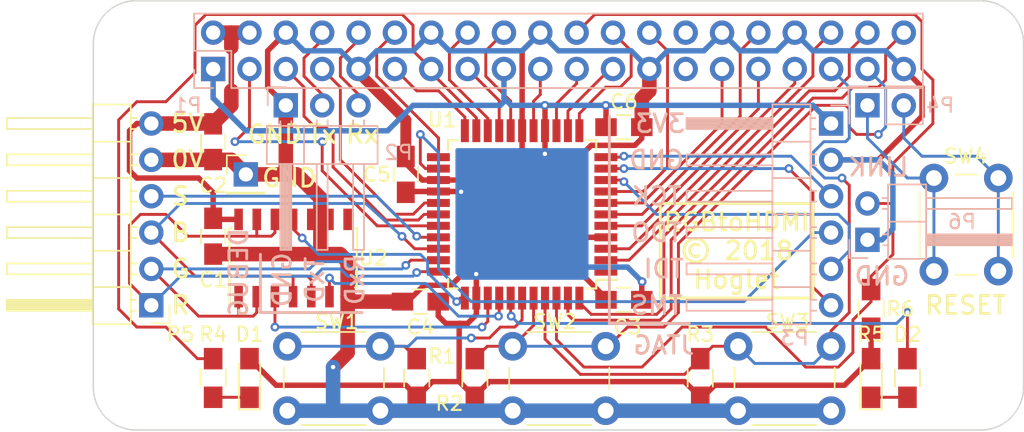
<source format=kicad_pcb>
(kicad_pcb (version 4) (host pcbnew 4.0.7-e2-6376~58~ubuntu16.04.1)

  (general
    (links 112)
    (no_connects 0)
    (area 12.449999 24.449999 77.550001 54.550001)
    (thickness 1.6)
    (drawings 49)
    (tracks 530)
    (zones 0)
    (modules 31)
    (nets 47)
  )

  (page A4)
  (layers
    (0 F.Cu signal)
    (31 B.Cu signal)
    (34 B.Paste user)
    (35 F.Paste user)
    (36 B.SilkS user)
    (37 F.SilkS user)
    (38 B.Mask user)
    (39 F.Mask user)
    (40 Dwgs.User user hide)
    (41 Cmts.User user hide)
    (44 Edge.Cuts user)
    (48 B.Fab user hide)
    (49 F.Fab user hide)
  )

  (setup
    (last_trace_width 0.2032)
    (user_trace_width 0.2032)
    (user_trace_width 0.381)
    (user_trace_width 0.635)
    (user_trace_width 0.762)
    (user_trace_width 0.889)
    (user_trace_width 1.016)
    (user_trace_width 1.143)
    (user_trace_width 1.27)
    (trace_clearance 0.2032)
    (zone_clearance 0.508)
    (zone_45_only no)
    (trace_min 0.2032)
    (segment_width 0.2)
    (edge_width 0.1)
    (via_size 0.6096)
    (via_drill 0.3048)
    (via_min_size 0.6096)
    (via_min_drill 0.3048)
    (uvia_size 0.6096)
    (uvia_drill 0.3048)
    (uvias_allowed no)
    (uvia_min_size 0)
    (uvia_min_drill 0)
    (pcb_text_width 0.2)
    (pcb_text_size 1.25 1.25)
    (mod_edge_width 0.15)
    (mod_text_size 1 1)
    (mod_text_width 0.15)
    (pad_size 1.7 1.7)
    (pad_drill 1)
    (pad_to_mask_clearance 0)
    (aux_axis_origin 0 0)
    (grid_origin 45.002 28.00096)
    (visible_elements 7FFEFF9F)
    (pcbplotparams
      (layerselection 0x01330_80000001)
      (usegerberextensions false)
      (excludeedgelayer true)
      (linewidth 0.100000)
      (plotframeref false)
      (viasonmask false)
      (mode 1)
      (useauxorigin false)
      (hpglpennumber 1)
      (hpglpenspeed 20)
      (hpglpendiameter 15)
      (hpglpenoverlay 2)
      (psnegative false)
      (psa4output false)
      (plotreference true)
      (plotvalue true)
      (plotinvisibletext false)
      (padsonsilk false)
      (subtractmaskfromsilk false)
      (outputformat 4)
      (mirror false)
      (drillshape 2)
      (scaleselection 1)
      (outputdirectory meta/))
  )

  (net 0 "")
  (net 1 VCC)
  (net 2 GND)
  (net 3 /3V3)
  (net 4 /GPIO2)
  (net 5 /GPIO3)
  (net 6 /GPIO4)
  (net 7 /TxD)
  (net 8 /RxD)
  (net 9 /GPIO17)
  (net 10 /GPIO18)
  (net 11 /GPIO27)
  (net 12 /GPIO22)
  (net 13 /GPIO23)
  (net 14 /GPIO24)
  (net 15 /GPIO10)
  (net 16 /GPIO9)
  (net 17 /GPIO11)
  (net 18 /GPIO8)
  (net 19 /GPIO7)
  (net 20 /GPIO5)
  (net 21 /GPIO6)
  (net 22 /GPIO12)
  (net 23 /GPIO13)
  (net 24 /GPIO19)
  (net 25 /GPIO16)
  (net 26 /GPIO26)
  (net 27 /GPIO20)
  (net 28 /GPIO21)
  (net 29 /TCK)
  (net 30 /TDO)
  (net 31 /TDI)
  (net 32 /TMS)
  (net 33 "Net-(P4-Pad1)")
  (net 34 "Net-(P4-Pad2)")
  (net 35 /RED)
  (net 36 /GREEN)
  (net 37 /BLUE)
  (net 38 /SYNC)
  (net 39 /SW1)
  (net 40 /BRED)
  (net 41 /BGREEN)
  (net 42 /BBLUE)
  (net 43 "Net-(D1-Pad1)")
  (net 44 "Net-(D2-Pad1)")
  (net 45 /LED)
  (net 46 /GPIO25)

  (net_class Default "This is the default net class."
    (clearance 0.2032)
    (trace_width 0.2032)
    (via_dia 0.6096)
    (via_drill 0.3048)
    (uvia_dia 0.6096)
    (uvia_drill 0.3048)
    (add_net /BBLUE)
    (add_net /BGREEN)
    (add_net /BLUE)
    (add_net /BRED)
    (add_net /GPIO10)
    (add_net /GPIO11)
    (add_net /GPIO12)
    (add_net /GPIO13)
    (add_net /GPIO16)
    (add_net /GPIO17)
    (add_net /GPIO18)
    (add_net /GPIO19)
    (add_net /GPIO2)
    (add_net /GPIO20)
    (add_net /GPIO21)
    (add_net /GPIO22)
    (add_net /GPIO23)
    (add_net /GPIO24)
    (add_net /GPIO25)
    (add_net /GPIO26)
    (add_net /GPIO27)
    (add_net /GPIO3)
    (add_net /GPIO4)
    (add_net /GPIO5)
    (add_net /GPIO6)
    (add_net /GPIO7)
    (add_net /GPIO8)
    (add_net /GPIO9)
    (add_net /GREEN)
    (add_net /LED)
    (add_net /RED)
    (add_net /RxD)
    (add_net /SW1)
    (add_net /SYNC)
    (add_net /TCK)
    (add_net /TDI)
    (add_net /TDO)
    (add_net /TMS)
    (add_net /TxD)
    (add_net "Net-(D1-Pad1)")
    (add_net "Net-(D2-Pad1)")
    (add_net "Net-(P4-Pad1)")
    (add_net "Net-(P4-Pad2)")
  )

  (net_class Power ""
    (clearance 0.2032)
    (trace_width 0.381)
    (via_dia 0.6096)
    (via_drill 0.3048)
    (uvia_dia 0.6096)
    (uvia_drill 0.3048)
    (add_net /3V3)
    (add_net GND)
    (add_net VCC)
  )

  (module Housings_SOIC:SOIC-14_3.9x8.7mm_Pitch1.27mm (layer F.Cu) (tedit 5B1679D5) (tstamp 5B151B92)
    (at 26.46 42.47896 90)
    (descr "14-Lead Plastic Small Outline (SL) - Narrow, 3.90 mm Body [SOIC] (see Microchip Packaging Specification 00000049BS.pdf)")
    (tags "SOIC 1.27")
    (path /595BAFA2)
    (attr smd)
    (fp_text reference U2 (at 0 5.588 180) (layer F.SilkS)
      (effects (font (size 1 1) (thickness 0.15)))
    )
    (fp_text value 74LS08 (at 0 5.375 90) (layer F.Fab)
      (effects (font (size 1 1) (thickness 0.15)))
    )
    (fp_text user %R (at 0 0 90) (layer F.Fab)
      (effects (font (size 0.9 0.9) (thickness 0.135)))
    )
    (fp_line (start -0.95 -4.35) (end 1.95 -4.35) (layer F.Fab) (width 0.15))
    (fp_line (start 1.95 -4.35) (end 1.95 4.35) (layer F.Fab) (width 0.15))
    (fp_line (start 1.95 4.35) (end -1.95 4.35) (layer F.Fab) (width 0.15))
    (fp_line (start -1.95 4.35) (end -1.95 -3.35) (layer F.Fab) (width 0.15))
    (fp_line (start -1.95 -3.35) (end -0.95 -4.35) (layer F.Fab) (width 0.15))
    (fp_line (start -3.7 -4.65) (end -3.7 4.65) (layer F.CrtYd) (width 0.05))
    (fp_line (start 3.7 -4.65) (end 3.7 4.65) (layer F.CrtYd) (width 0.05))
    (fp_line (start -3.7 -4.65) (end 3.7 -4.65) (layer F.CrtYd) (width 0.05))
    (fp_line (start -3.7 4.65) (end 3.7 4.65) (layer F.CrtYd) (width 0.05))
    (fp_line (start -2.075 -4.45) (end -2.075 -4.425) (layer F.SilkS) (width 0.15))
    (fp_line (start 2.075 -4.45) (end 2.075 -4.335) (layer F.SilkS) (width 0.15))
    (fp_line (start 2.075 4.45) (end 2.075 4.335) (layer F.SilkS) (width 0.15))
    (fp_line (start -2.075 4.45) (end -2.075 4.335) (layer F.SilkS) (width 0.15))
    (fp_line (start -2.075 -4.45) (end 2.075 -4.45) (layer F.SilkS) (width 0.15))
    (fp_line (start -2.075 4.45) (end 2.075 4.45) (layer F.SilkS) (width 0.15))
    (fp_line (start -2.075 -4.425) (end -3.45 -4.425) (layer F.SilkS) (width 0.15))
    (pad 1 smd rect (at -2.7 -3.81 90) (size 1.5 0.6) (layers F.Cu F.Paste F.Mask)
      (net 36 /GREEN))
    (pad 2 smd rect (at -2.7 -2.54 90) (size 1.5 0.6) (layers F.Cu F.Paste F.Mask)
      (net 36 /GREEN))
    (pad 3 smd rect (at -2.7 -1.27 90) (size 1.5 0.6) (layers F.Cu F.Paste F.Mask)
      (net 41 /BGREEN))
    (pad 4 smd rect (at -2.7 0 90) (size 1.5 0.6) (layers F.Cu F.Paste F.Mask)
      (net 37 /BLUE))
    (pad 5 smd rect (at -2.7 1.27 90) (size 1.5 0.6) (layers F.Cu F.Paste F.Mask)
      (net 37 /BLUE))
    (pad 6 smd rect (at -2.7 2.54 90) (size 1.5 0.6) (layers F.Cu F.Paste F.Mask)
      (net 42 /BBLUE))
    (pad 7 smd rect (at -2.7 3.81 90) (size 1.5 0.6) (layers F.Cu F.Paste F.Mask)
      (net 2 GND))
    (pad 8 smd rect (at 2.7 3.81 90) (size 1.5 0.6) (layers F.Cu F.Paste F.Mask))
    (pad 9 smd rect (at 2.7 2.54 90) (size 1.5 0.6) (layers F.Cu F.Paste F.Mask)
      (net 2 GND))
    (pad 10 smd rect (at 2.7 1.27 90) (size 1.5 0.6) (layers F.Cu F.Paste F.Mask)
      (net 2 GND))
    (pad 11 smd rect (at 2.7 0 90) (size 1.5 0.6) (layers F.Cu F.Paste F.Mask)
      (net 40 /BRED))
    (pad 12 smd rect (at 2.7 -1.27 90) (size 1.5 0.6) (layers F.Cu F.Paste F.Mask)
      (net 35 /RED))
    (pad 13 smd rect (at 2.7 -2.54 90) (size 1.5 0.6) (layers F.Cu F.Paste F.Mask)
      (net 35 /RED))
    (pad 14 smd rect (at 2.7 -3.81 90) (size 1.5 0.6) (layers F.Cu F.Paste F.Mask)
      (net 1 VCC))
    (model ${KISYS3DMOD}/Housings_SOIC.3dshapes/SOIC-14_3.9x8.7mm_Pitch1.27mm.wrl
      (at (xyz 0 0 0))
      (scale (xyz 1 1 1))
      (rotate (xyz 0 0 0))
    )
  )

  (module Housings_QFP:LQFP-44_10x10mm_Pitch0.8mm (layer F.Cu) (tedit 5B158131) (tstamp 5B151B80)
    (at 42.462 39.43096 180)
    (descr "LQFP44 (see Appnote_PCB_Guidelines_TRINAMIC_packages.pdf)")
    (tags "QFP 0.8")
    (path /595A11EC)
    (attr smd)
    (fp_text reference U1 (at 5.588 6.604 180) (layer F.SilkS)
      (effects (font (size 1 1) (thickness 0.15)))
    )
    (fp_text value XC9572XL-VQFP44 (at 0 7.65 180) (layer F.Fab)
      (effects (font (size 1 1) (thickness 0.15)))
    )
    (fp_text user %R (at 0 0 180) (layer F.Fab)
      (effects (font (size 1 1) (thickness 0.15)))
    )
    (fp_line (start -4 -5) (end 5 -5) (layer F.Fab) (width 0.15))
    (fp_line (start 5 -5) (end 5 5) (layer F.Fab) (width 0.15))
    (fp_line (start 5 5) (end -5 5) (layer F.Fab) (width 0.15))
    (fp_line (start -5 5) (end -5 -4) (layer F.Fab) (width 0.15))
    (fp_line (start -5 -4) (end -4 -5) (layer F.Fab) (width 0.15))
    (fp_line (start -6.9 -6.9) (end -6.9 6.9) (layer F.CrtYd) (width 0.05))
    (fp_line (start 6.9 -6.9) (end 6.9 6.9) (layer F.CrtYd) (width 0.05))
    (fp_line (start -6.9 -6.9) (end 6.9 -6.9) (layer F.CrtYd) (width 0.05))
    (fp_line (start -6.9 6.9) (end 6.9 6.9) (layer F.CrtYd) (width 0.05))
    (fp_line (start -5.175 -5.175) (end -5.175 -4.575) (layer F.SilkS) (width 0.15))
    (fp_line (start 5.175 -5.175) (end 5.175 -4.505) (layer F.SilkS) (width 0.15))
    (fp_line (start 5.175 5.175) (end 5.175 4.505) (layer F.SilkS) (width 0.15))
    (fp_line (start -5.175 5.175) (end -5.175 4.505) (layer F.SilkS) (width 0.15))
    (fp_line (start -5.175 -5.175) (end -4.505 -5.175) (layer F.SilkS) (width 0.15))
    (fp_line (start -5.175 5.175) (end -4.505 5.175) (layer F.SilkS) (width 0.15))
    (fp_line (start 5.175 5.175) (end 4.505 5.175) (layer F.SilkS) (width 0.15))
    (fp_line (start 5.175 -5.175) (end 4.505 -5.175) (layer F.SilkS) (width 0.15))
    (fp_line (start -5.175 -4.575) (end -6.65 -4.575) (layer F.SilkS) (width 0.15))
    (pad 1 smd rect (at -5.85 -4 180) (size 1.6 0.56) (layers F.Cu F.Paste F.Mask))
    (pad 2 smd rect (at -5.85 -3.2 180) (size 1.6 0.56) (layers F.Cu F.Paste F.Mask)
      (net 25 /GPIO16))
    (pad 3 smd rect (at -5.85 -2.4 180) (size 1.6 0.56) (layers F.Cu F.Paste F.Mask)
      (net 23 /GPIO13))
    (pad 4 smd rect (at -5.85 -1.6 180) (size 1.6 0.56) (layers F.Cu F.Paste F.Mask)
      (net 2 GND))
    (pad 5 smd rect (at -5.85 -0.8 180) (size 1.6 0.56) (layers F.Cu F.Paste F.Mask)
      (net 21 /GPIO6))
    (pad 6 smd rect (at -5.85 0 180) (size 1.6 0.56) (layers F.Cu F.Paste F.Mask)
      (net 22 /GPIO12))
    (pad 7 smd rect (at -5.85 0.8 180) (size 1.6 0.56) (layers F.Cu F.Paste F.Mask)
      (net 20 /GPIO5))
    (pad 8 smd rect (at -5.85 1.6 180) (size 1.6 0.56) (layers F.Cu F.Paste F.Mask)
      (net 19 /GPIO7))
    (pad 9 smd rect (at -5.85 2.4 180) (size 1.6 0.56) (layers F.Cu F.Paste F.Mask)
      (net 31 /TDI))
    (pad 10 smd rect (at -5.85 3.2 180) (size 1.6 0.56) (layers F.Cu F.Paste F.Mask)
      (net 32 /TMS))
    (pad 11 smd rect (at -5.85 4 180) (size 1.6 0.56) (layers F.Cu F.Paste F.Mask)
      (net 29 /TCK))
    (pad 12 smd rect (at -4 5.85 270) (size 1.6 0.56) (layers F.Cu F.Paste F.Mask)
      (net 18 /GPIO8))
    (pad 13 smd rect (at -3.2 5.85 270) (size 1.6 0.56) (layers F.Cu F.Paste F.Mask)
      (net 17 /GPIO11))
    (pad 14 smd rect (at -2.4 5.85 270) (size 1.6 0.56) (layers F.Cu F.Paste F.Mask)
      (net 16 /GPIO9))
    (pad 15 smd rect (at -1.6 5.85 270) (size 1.6 0.56) (layers F.Cu F.Paste F.Mask)
      (net 3 /3V3))
    (pad 16 smd rect (at -0.8 5.85 270) (size 1.6 0.56) (layers F.Cu F.Paste F.Mask)
      (net 15 /GPIO10))
    (pad 17 smd rect (at 0 5.85 270) (size 1.6 0.56) (layers F.Cu F.Paste F.Mask)
      (net 2 GND))
    (pad 18 smd rect (at 0.8 5.85 270) (size 1.6 0.56) (layers F.Cu F.Paste F.Mask)
      (net 14 /GPIO24))
    (pad 19 smd rect (at 1.6 5.85 270) (size 1.6 0.56) (layers F.Cu F.Paste F.Mask)
      (net 12 /GPIO22))
    (pad 20 smd rect (at 2.4 5.85 270) (size 1.6 0.56) (layers F.Cu F.Paste F.Mask)
      (net 13 /GPIO23))
    (pad 21 smd rect (at 3.2 5.85 270) (size 1.6 0.56) (layers F.Cu F.Paste F.Mask)
      (net 11 /GPIO27))
    (pad 22 smd rect (at 4 5.85 270) (size 1.6 0.56) (layers F.Cu F.Paste F.Mask)
      (net 9 /GPIO17))
    (pad 23 smd rect (at 5.85 4 180) (size 1.6 0.56) (layers F.Cu F.Paste F.Mask)
      (net 10 /GPIO18))
    (pad 24 smd rect (at 5.85 3.2 180) (size 1.6 0.56) (layers F.Cu F.Paste F.Mask)
      (net 30 /TDO))
    (pad 25 smd rect (at 5.85 2.4 180) (size 1.6 0.56) (layers F.Cu F.Paste F.Mask)
      (net 2 GND))
    (pad 26 smd rect (at 5.85 1.6 180) (size 1.6 0.56) (layers F.Cu F.Paste F.Mask)
      (net 3 /3V3))
    (pad 27 smd rect (at 5.85 0.8 180) (size 1.6 0.56) (layers F.Cu F.Paste F.Mask)
      (net 6 /GPIO4))
    (pad 28 smd rect (at 5.85 0 180) (size 1.6 0.56) (layers F.Cu F.Paste F.Mask)
      (net 5 /GPIO3))
    (pad 29 smd rect (at 5.85 -0.8 180) (size 1.6 0.56) (layers F.Cu F.Paste F.Mask)
      (net 4 /GPIO2))
    (pad 30 smd rect (at 5.85 -1.6 180) (size 1.6 0.56) (layers F.Cu F.Paste F.Mask)
      (net 38 /SYNC))
    (pad 31 smd rect (at 5.85 -2.4 180) (size 1.6 0.56) (layers F.Cu F.Paste F.Mask)
      (net 37 /BLUE))
    (pad 32 smd rect (at 5.85 -3.2 180) (size 1.6 0.56) (layers F.Cu F.Paste F.Mask)
      (net 36 /GREEN))
    (pad 33 smd rect (at 5.85 -4 180) (size 1.6 0.56) (layers F.Cu F.Paste F.Mask)
      (net 35 /RED))
    (pad 34 smd rect (at 4 -5.85 270) (size 1.6 0.56) (layers F.Cu F.Paste F.Mask)
      (net 40 /BRED))
    (pad 35 smd rect (at 3.2 -5.85 270) (size 1.6 0.56) (layers F.Cu F.Paste F.Mask)
      (net 3 /3V3))
    (pad 36 smd rect (at 2.4 -5.85 270) (size 1.6 0.56) (layers F.Cu F.Paste F.Mask)
      (net 41 /BGREEN))
    (pad 37 smd rect (at 1.6 -5.85 270) (size 1.6 0.56) (layers F.Cu F.Paste F.Mask)
      (net 42 /BBLUE))
    (pad 38 smd rect (at 0.8 -5.85 270) (size 1.6 0.56) (layers F.Cu F.Paste F.Mask)
      (net 45 /LED))
    (pad 39 smd rect (at 0 -5.85 270) (size 1.6 0.56) (layers F.Cu F.Paste F.Mask)
      (net 39 /SW1))
    (pad 40 smd rect (at -0.8 -5.85 270) (size 1.6 0.56) (layers F.Cu F.Paste F.Mask)
      (net 26 /GPIO26))
    (pad 41 smd rect (at -1.6 -5.85 270) (size 1.6 0.56) (layers F.Cu F.Paste F.Mask)
      (net 24 /GPIO19))
    (pad 42 smd rect (at -2.4 -5.85 270) (size 1.6 0.56) (layers F.Cu F.Paste F.Mask)
      (net 46 /GPIO25))
    (pad 43 smd rect (at -3.2 -5.85 270) (size 1.6 0.56) (layers F.Cu F.Paste F.Mask)
      (net 28 /GPIO21))
    (pad 44 smd rect (at -4 -5.85 270) (size 1.6 0.56) (layers F.Cu F.Paste F.Mask)
      (net 27 /GPIO20))
    (model ${KISYS3DMOD}/Housings_QFP.3dshapes/LQFP-44_10x10mm_Pitch0.8mm.wrl
      (at (xyz 0 0 0))
      (scale (xyz 1 1 1))
      (rotate (xyz 0 0 0))
    )
  )

  (module Buttons_Switches_THT:SW_PUSH_6mm_h5mm (layer F.Cu) (tedit 5B167AB2) (tstamp 5B151B50)
    (at 75.736 36.89096 270)
    (descr "tactile push button, 6x6mm e.g. PHAP33xx series, height=5mm")
    (tags "tact sw push 6mm")
    (path /595B7AD4)
    (fp_text reference SW4 (at -1.524 2.286 360) (layer F.SilkS)
      (effects (font (size 1 1) (thickness 0.15)))
    )
    (fp_text value SW_PUSH (at 3.75 6.7 270) (layer F.Fab)
      (effects (font (size 1 1) (thickness 0.15)))
    )
    (fp_text user %R (at 3.25 2.25 270) (layer F.Fab)
      (effects (font (size 1 1) (thickness 0.15)))
    )
    (fp_line (start 3.25 -0.75) (end 6.25 -0.75) (layer F.Fab) (width 0.1))
    (fp_line (start 6.25 -0.75) (end 6.25 5.25) (layer F.Fab) (width 0.1))
    (fp_line (start 6.25 5.25) (end 0.25 5.25) (layer F.Fab) (width 0.1))
    (fp_line (start 0.25 5.25) (end 0.25 -0.75) (layer F.Fab) (width 0.1))
    (fp_line (start 0.25 -0.75) (end 3.25 -0.75) (layer F.Fab) (width 0.1))
    (fp_line (start 7.75 6) (end 8 6) (layer F.CrtYd) (width 0.05))
    (fp_line (start 8 6) (end 8 5.75) (layer F.CrtYd) (width 0.05))
    (fp_line (start 7.75 -1.5) (end 8 -1.5) (layer F.CrtYd) (width 0.05))
    (fp_line (start 8 -1.5) (end 8 -1.25) (layer F.CrtYd) (width 0.05))
    (fp_line (start -1.5 -1.25) (end -1.5 -1.5) (layer F.CrtYd) (width 0.05))
    (fp_line (start -1.5 -1.5) (end -1.25 -1.5) (layer F.CrtYd) (width 0.05))
    (fp_line (start -1.5 5.75) (end -1.5 6) (layer F.CrtYd) (width 0.05))
    (fp_line (start -1.5 6) (end -1.25 6) (layer F.CrtYd) (width 0.05))
    (fp_line (start -1.25 -1.5) (end 7.75 -1.5) (layer F.CrtYd) (width 0.05))
    (fp_line (start -1.5 5.75) (end -1.5 -1.25) (layer F.CrtYd) (width 0.05))
    (fp_line (start 7.75 6) (end -1.25 6) (layer F.CrtYd) (width 0.05))
    (fp_line (start 8 -1.25) (end 8 5.75) (layer F.CrtYd) (width 0.05))
    (fp_line (start 1 5.5) (end 5.5 5.5) (layer F.SilkS) (width 0.12))
    (fp_line (start -0.25 1.5) (end -0.25 3) (layer F.SilkS) (width 0.12))
    (fp_line (start 5.5 -1) (end 1 -1) (layer F.SilkS) (width 0.12))
    (fp_line (start 6.75 3) (end 6.75 1.5) (layer F.SilkS) (width 0.12))
    (fp_circle (center 3.25 2.25) (end 1.25 2.5) (layer F.Fab) (width 0.1))
    (pad 2 thru_hole circle (at 0 4.5) (size 2 2) (drill 1.1) (layers *.Cu *.Mask)
      (net 33 "Net-(P4-Pad1)"))
    (pad 1 thru_hole circle (at 0 0) (size 2 2) (drill 1.1) (layers *.Cu *.Mask)
      (net 34 "Net-(P4-Pad2)"))
    (pad 2 thru_hole circle (at 6.5 4.5) (size 2 2) (drill 1.1) (layers *.Cu *.Mask)
      (net 33 "Net-(P4-Pad1)"))
    (pad 1 thru_hole circle (at 6.5 0) (size 2 2) (drill 1.1) (layers *.Cu *.Mask)
      (net 34 "Net-(P4-Pad2)"))
    (model ${KISYS3DMOD}/Buttons_Switches_THT.3dshapes/SW_PUSH_6mm_h5mm.wrl
      (at (xyz 0.005 0 0))
      (scale (xyz 0.3937 0.3937 0.3937))
      (rotate (xyz 0 0 0))
    )
  )

  (module RPi_Hat:RPi_Hat_Mounting_Hole locked (layer F.Cu) (tedit 55217CCB) (tstamp 58B743A7)
    (at 16 51)
    (descr "Mounting hole, Befestigungsbohrung, 2,7mm, No Annular, Kein Restring,")
    (tags "Mounting hole, Befestigungsbohrung, 2,7mm, No Annular, Kein Restring,")
    (fp_text reference "" (at 0 -4.0005) (layer F.SilkS) hide
      (effects (font (size 1 1) (thickness 0.15)))
    )
    (fp_text value "" (at 0.09906 3.59918) (layer F.Fab) hide
      (effects (font (size 1 1) (thickness 0.15)))
    )
    (fp_circle (center 0 0) (end 1.375 0) (layer F.Fab) (width 0.15))
    (fp_circle (center 0 0) (end 3.1 0) (layer F.Fab) (width 0.15))
    (fp_circle (center 0 0) (end 3.1 0) (layer B.Fab) (width 0.15))
    (fp_circle (center 0 0) (end 1.375 0) (layer B.Fab) (width 0.15))
    (fp_circle (center 0 0) (end 3.1 0) (layer F.CrtYd) (width 0.15))
    (fp_circle (center 0 0) (end 3.1 0) (layer B.CrtYd) (width 0.15))
    (pad "" np_thru_hole circle (at 0 0) (size 2.75 2.75) (drill 2.75) (layers *.Cu *.Mask)
      (solder_mask_margin 1.725) (clearance 1.725))
  )

  (module RPi_Hat:RPi_Hat_Mounting_Hole locked (layer F.Cu) (tedit 55217C7B) (tstamp 5515DEA9)
    (at 74 28)
    (descr "Mounting hole, Befestigungsbohrung, 2,7mm, No Annular, Kein Restring,")
    (tags "Mounting hole, Befestigungsbohrung, 2,7mm, No Annular, Kein Restring,")
    (fp_text reference "" (at 0 -4.0005) (layer F.SilkS) hide
      (effects (font (size 1 1) (thickness 0.15)))
    )
    (fp_text value "" (at 0.09906 3.59918) (layer F.Fab) hide
      (effects (font (size 1 1) (thickness 0.15)))
    )
    (fp_circle (center 0 0) (end 1.375 0) (layer F.Fab) (width 0.15))
    (fp_circle (center 0 0) (end 3.1 0) (layer F.Fab) (width 0.15))
    (fp_circle (center 0 0) (end 3.1 0) (layer B.Fab) (width 0.15))
    (fp_circle (center 0 0) (end 1.375 0) (layer B.Fab) (width 0.15))
    (fp_circle (center 0 0) (end 3.1 0) (layer F.CrtYd) (width 0.15))
    (fp_circle (center 0 0) (end 3.1 0) (layer B.CrtYd) (width 0.15))
    (pad "" np_thru_hole circle (at 0 0) (size 2.75 2.75) (drill 2.75) (layers *.Cu *.Mask)
      (solder_mask_margin 1.725) (clearance 1.725))
  )

  (module RPi_Hat:RPi_Hat_Mounting_Hole locked (layer F.Cu) (tedit 55217CCB) (tstamp 55169DC9)
    (at 74 51)
    (descr "Mounting hole, Befestigungsbohrung, 2,7mm, No Annular, Kein Restring,")
    (tags "Mounting hole, Befestigungsbohrung, 2,7mm, No Annular, Kein Restring,")
    (fp_text reference "" (at 0 -4.0005) (layer F.SilkS) hide
      (effects (font (size 1 1) (thickness 0.15)))
    )
    (fp_text value "" (at 0.09906 3.59918) (layer F.Fab) hide
      (effects (font (size 1 1) (thickness 0.15)))
    )
    (fp_circle (center 0 0) (end 1.375 0) (layer F.Fab) (width 0.15))
    (fp_circle (center 0 0) (end 3.1 0) (layer F.Fab) (width 0.15))
    (fp_circle (center 0 0) (end 3.1 0) (layer B.Fab) (width 0.15))
    (fp_circle (center 0 0) (end 1.375 0) (layer B.Fab) (width 0.15))
    (fp_circle (center 0 0) (end 3.1 0) (layer F.CrtYd) (width 0.15))
    (fp_circle (center 0 0) (end 3.1 0) (layer B.CrtYd) (width 0.15))
    (pad "" np_thru_hole circle (at 0 0) (size 2.75 2.75) (drill 2.75) (layers *.Cu *.Mask)
      (solder_mask_margin 1.725) (clearance 1.725))
  )

  (module RPi_Hat:RPi_Hat_Mounting_Hole locked (layer F.Cu) (tedit 55217CA2) (tstamp 5515DEBF)
    (at 16 28)
    (descr "Mounting hole, Befestigungsbohrung, 2,7mm, No Annular, Kein Restring,")
    (tags "Mounting hole, Befestigungsbohrung, 2,7mm, No Annular, Kein Restring,")
    (fp_text reference "" (at 0 -4.0005) (layer F.SilkS) hide
      (effects (font (size 1 1) (thickness 0.15)))
    )
    (fp_text value "" (at 0.09906 3.59918) (layer F.Fab) hide
      (effects (font (size 1 1) (thickness 0.15)))
    )
    (fp_circle (center 0 0) (end 1.375 0) (layer F.Fab) (width 0.15))
    (fp_circle (center 0 0) (end 3.1 0) (layer F.Fab) (width 0.15))
    (fp_circle (center 0 0) (end 3.1 0) (layer B.Fab) (width 0.15))
    (fp_circle (center 0 0) (end 1.375 0) (layer B.Fab) (width 0.15))
    (fp_circle (center 0 0) (end 3.1 0) (layer F.CrtYd) (width 0.15))
    (fp_circle (center 0 0) (end 3.1 0) (layer B.CrtYd) (width 0.15))
    (pad "" np_thru_hole circle (at 0 0) (size 2.75 2.75) (drill 2.75) (layers *.Cu *.Mask)
      (solder_mask_margin 1.725) (clearance 1.725))
  )

  (module Capacitors_SMD:C_0805_HandSoldering (layer F.Cu) (tedit 5B167B85) (tstamp 5B151AB4)
    (at 20.872 40.95496 270)
    (descr "Capacitor SMD 0805, hand soldering")
    (tags "capacitor 0805")
    (path /595BC02D)
    (attr smd)
    (fp_text reference C1 (at 3.048 0 360) (layer F.SilkS)
      (effects (font (size 1 1) (thickness 0.15)))
    )
    (fp_text value C_Small (at 0 1.75 270) (layer F.Fab)
      (effects (font (size 1 1) (thickness 0.15)))
    )
    (fp_text user %R (at 0 -1.75 270) (layer F.Fab)
      (effects (font (size 1 1) (thickness 0.15)))
    )
    (fp_line (start -1 0.62) (end -1 -0.62) (layer F.Fab) (width 0.1))
    (fp_line (start 1 0.62) (end -1 0.62) (layer F.Fab) (width 0.1))
    (fp_line (start 1 -0.62) (end 1 0.62) (layer F.Fab) (width 0.1))
    (fp_line (start -1 -0.62) (end 1 -0.62) (layer F.Fab) (width 0.1))
    (fp_line (start 0.5 -0.85) (end -0.5 -0.85) (layer F.SilkS) (width 0.12))
    (fp_line (start -0.5 0.85) (end 0.5 0.85) (layer F.SilkS) (width 0.12))
    (fp_line (start -2.25 -0.88) (end 2.25 -0.88) (layer F.CrtYd) (width 0.05))
    (fp_line (start -2.25 -0.88) (end -2.25 0.87) (layer F.CrtYd) (width 0.05))
    (fp_line (start 2.25 0.87) (end 2.25 -0.88) (layer F.CrtYd) (width 0.05))
    (fp_line (start 2.25 0.87) (end -2.25 0.87) (layer F.CrtYd) (width 0.05))
    (pad 1 smd rect (at -1.25 0 270) (size 1.5 1.25) (layers F.Cu F.Paste F.Mask)
      (net 1 VCC))
    (pad 2 smd rect (at 1.25 0 270) (size 1.5 1.25) (layers F.Cu F.Paste F.Mask)
      (net 2 GND))
    (model Capacitors_SMD.3dshapes/C_0805.wrl
      (at (xyz 0 0 0))
      (scale (xyz 1 1 1))
      (rotate (xyz 0 0 0))
    )
  )

  (module Capacitors_SMD:C_0805_HandSoldering (layer F.Cu) (tedit 5B158166) (tstamp 5B151ABA)
    (at 20.872 34.35096 270)
    (descr "Capacitor SMD 0805, hand soldering")
    (tags "capacitor 0805")
    (path /5B151BBA)
    (attr smd)
    (fp_text reference C2 (at 3.048 0 540) (layer F.SilkS)
      (effects (font (size 1 1) (thickness 0.15)))
    )
    (fp_text value CP1_Small (at 0 1.75 270) (layer F.Fab)
      (effects (font (size 1 1) (thickness 0.15)))
    )
    (fp_text user %R (at 0 -1.75 270) (layer F.Fab)
      (effects (font (size 1 1) (thickness 0.15)))
    )
    (fp_line (start -1 0.62) (end -1 -0.62) (layer F.Fab) (width 0.1))
    (fp_line (start 1 0.62) (end -1 0.62) (layer F.Fab) (width 0.1))
    (fp_line (start 1 -0.62) (end 1 0.62) (layer F.Fab) (width 0.1))
    (fp_line (start -1 -0.62) (end 1 -0.62) (layer F.Fab) (width 0.1))
    (fp_line (start 0.5 -0.85) (end -0.5 -0.85) (layer F.SilkS) (width 0.12))
    (fp_line (start -0.5 0.85) (end 0.5 0.85) (layer F.SilkS) (width 0.12))
    (fp_line (start -2.25 -0.88) (end 2.25 -0.88) (layer F.CrtYd) (width 0.05))
    (fp_line (start -2.25 -0.88) (end -2.25 0.87) (layer F.CrtYd) (width 0.05))
    (fp_line (start 2.25 0.87) (end 2.25 -0.88) (layer F.CrtYd) (width 0.05))
    (fp_line (start 2.25 0.87) (end -2.25 0.87) (layer F.CrtYd) (width 0.05))
    (pad 1 smd rect (at -1.25 0 270) (size 1.5 1.25) (layers F.Cu F.Paste F.Mask)
      (net 1 VCC))
    (pad 2 smd rect (at 1.25 0 270) (size 1.5 1.25) (layers F.Cu F.Paste F.Mask)
      (net 2 GND))
    (model Capacitors_SMD.3dshapes/C_0805.wrl
      (at (xyz 0 0 0))
      (scale (xyz 1 1 1))
      (rotate (xyz 0 0 0))
    )
  )

  (module Capacitors_SMD:C_0805_HandSoldering (layer F.Cu) (tedit 5B167CE8) (tstamp 5B151AC0)
    (at 49.574 45.39996 180)
    (descr "Capacitor SMD 0805, hand soldering")
    (tags "capacitor 0805")
    (path /595B5ACB)
    (attr smd)
    (fp_text reference C3 (at -0.254 -1.905 180) (layer F.SilkS)
      (effects (font (size 1 1) (thickness 0.15)))
    )
    (fp_text value CP1_Small (at 0 1.75 180) (layer F.Fab)
      (effects (font (size 1 1) (thickness 0.15)))
    )
    (fp_text user %R (at 0 -1.75 180) (layer F.Fab)
      (effects (font (size 1 1) (thickness 0.15)))
    )
    (fp_line (start -1 0.62) (end -1 -0.62) (layer F.Fab) (width 0.1))
    (fp_line (start 1 0.62) (end -1 0.62) (layer F.Fab) (width 0.1))
    (fp_line (start 1 -0.62) (end 1 0.62) (layer F.Fab) (width 0.1))
    (fp_line (start -1 -0.62) (end 1 -0.62) (layer F.Fab) (width 0.1))
    (fp_line (start 0.5 -0.85) (end -0.5 -0.85) (layer F.SilkS) (width 0.12))
    (fp_line (start -0.5 0.85) (end 0.5 0.85) (layer F.SilkS) (width 0.12))
    (fp_line (start -2.25 -0.88) (end 2.25 -0.88) (layer F.CrtYd) (width 0.05))
    (fp_line (start -2.25 -0.88) (end -2.25 0.87) (layer F.CrtYd) (width 0.05))
    (fp_line (start 2.25 0.87) (end 2.25 -0.88) (layer F.CrtYd) (width 0.05))
    (fp_line (start 2.25 0.87) (end -2.25 0.87) (layer F.CrtYd) (width 0.05))
    (pad 1 smd rect (at -1.25 0 180) (size 1.5 1.25) (layers F.Cu F.Paste F.Mask)
      (net 3 /3V3))
    (pad 2 smd rect (at 1.25 0 180) (size 1.5 1.25) (layers F.Cu F.Paste F.Mask)
      (net 2 GND))
    (model Capacitors_SMD.3dshapes/C_0805.wrl
      (at (xyz 0 0 0))
      (scale (xyz 1 1 1))
      (rotate (xyz 0 0 0))
    )
  )

  (module Capacitors_SMD:C_0805_HandSoldering (layer F.Cu) (tedit 5B167CE0) (tstamp 5B151AC6)
    (at 35.35 45.52696 180)
    (descr "Capacitor SMD 0805, hand soldering")
    (tags "capacitor 0805")
    (path /595A3174)
    (attr smd)
    (fp_text reference C4 (at 0 -1.778 180) (layer F.SilkS)
      (effects (font (size 1 1) (thickness 0.15)))
    )
    (fp_text value C_Small (at 0 1.75 180) (layer F.Fab)
      (effects (font (size 1 1) (thickness 0.15)))
    )
    (fp_text user %R (at 0 -1.75 180) (layer F.Fab)
      (effects (font (size 1 1) (thickness 0.15)))
    )
    (fp_line (start -1 0.62) (end -1 -0.62) (layer F.Fab) (width 0.1))
    (fp_line (start 1 0.62) (end -1 0.62) (layer F.Fab) (width 0.1))
    (fp_line (start 1 -0.62) (end 1 0.62) (layer F.Fab) (width 0.1))
    (fp_line (start -1 -0.62) (end 1 -0.62) (layer F.Fab) (width 0.1))
    (fp_line (start 0.5 -0.85) (end -0.5 -0.85) (layer F.SilkS) (width 0.12))
    (fp_line (start -0.5 0.85) (end 0.5 0.85) (layer F.SilkS) (width 0.12))
    (fp_line (start -2.25 -0.88) (end 2.25 -0.88) (layer F.CrtYd) (width 0.05))
    (fp_line (start -2.25 -0.88) (end -2.25 0.87) (layer F.CrtYd) (width 0.05))
    (fp_line (start 2.25 0.87) (end 2.25 -0.88) (layer F.CrtYd) (width 0.05))
    (fp_line (start 2.25 0.87) (end -2.25 0.87) (layer F.CrtYd) (width 0.05))
    (pad 1 smd rect (at -1.25 0 180) (size 1.5 1.25) (layers F.Cu F.Paste F.Mask)
      (net 3 /3V3))
    (pad 2 smd rect (at 1.25 0 180) (size 1.5 1.25) (layers F.Cu F.Paste F.Mask)
      (net 2 GND))
    (model Capacitors_SMD.3dshapes/C_0805.wrl
      (at (xyz 0 0 0))
      (scale (xyz 1 1 1))
      (rotate (xyz 0 0 0))
    )
  )

  (module Capacitors_SMD:C_0805_HandSoldering (layer F.Cu) (tedit 5B156FD7) (tstamp 5B151ACC)
    (at 34.334 36.63696 90)
    (descr "Capacitor SMD 0805, hand soldering")
    (tags "capacitor 0805")
    (path /595A3251)
    (attr smd)
    (fp_text reference C5 (at 0 -2.032 180) (layer F.SilkS)
      (effects (font (size 1 1) (thickness 0.15)))
    )
    (fp_text value C_Small (at 0 1.75 90) (layer F.Fab)
      (effects (font (size 1 1) (thickness 0.15)))
    )
    (fp_text user %R (at 0 -1.75 90) (layer F.Fab)
      (effects (font (size 1 1) (thickness 0.15)))
    )
    (fp_line (start -1 0.62) (end -1 -0.62) (layer F.Fab) (width 0.1))
    (fp_line (start 1 0.62) (end -1 0.62) (layer F.Fab) (width 0.1))
    (fp_line (start 1 -0.62) (end 1 0.62) (layer F.Fab) (width 0.1))
    (fp_line (start -1 -0.62) (end 1 -0.62) (layer F.Fab) (width 0.1))
    (fp_line (start 0.5 -0.85) (end -0.5 -0.85) (layer F.SilkS) (width 0.12))
    (fp_line (start -0.5 0.85) (end 0.5 0.85) (layer F.SilkS) (width 0.12))
    (fp_line (start -2.25 -0.88) (end 2.25 -0.88) (layer F.CrtYd) (width 0.05))
    (fp_line (start -2.25 -0.88) (end -2.25 0.87) (layer F.CrtYd) (width 0.05))
    (fp_line (start 2.25 0.87) (end 2.25 -0.88) (layer F.CrtYd) (width 0.05))
    (fp_line (start 2.25 0.87) (end -2.25 0.87) (layer F.CrtYd) (width 0.05))
    (pad 1 smd rect (at -1.25 0 90) (size 1.5 1.25) (layers F.Cu F.Paste F.Mask)
      (net 3 /3V3))
    (pad 2 smd rect (at 1.25 0 90) (size 1.5 1.25) (layers F.Cu F.Paste F.Mask)
      (net 2 GND))
    (model Capacitors_SMD.3dshapes/C_0805.wrl
      (at (xyz 0 0 0))
      (scale (xyz 1 1 1))
      (rotate (xyz 0 0 0))
    )
  )

  (module Capacitors_SMD:C_0805_HandSoldering (layer F.Cu) (tedit 5B156FEB) (tstamp 5B151AD2)
    (at 49.574 33.33496)
    (descr "Capacitor SMD 0805, hand soldering")
    (tags "capacitor 0805")
    (path /595A31EE)
    (attr smd)
    (fp_text reference C6 (at 0 -1.778) (layer F.SilkS)
      (effects (font (size 1 1) (thickness 0.15)))
    )
    (fp_text value C_Small (at 0 1.75) (layer F.Fab)
      (effects (font (size 1 1) (thickness 0.15)))
    )
    (fp_text user %R (at 0 -1.75) (layer F.Fab)
      (effects (font (size 1 1) (thickness 0.15)))
    )
    (fp_line (start -1 0.62) (end -1 -0.62) (layer F.Fab) (width 0.1))
    (fp_line (start 1 0.62) (end -1 0.62) (layer F.Fab) (width 0.1))
    (fp_line (start 1 -0.62) (end 1 0.62) (layer F.Fab) (width 0.1))
    (fp_line (start -1 -0.62) (end 1 -0.62) (layer F.Fab) (width 0.1))
    (fp_line (start 0.5 -0.85) (end -0.5 -0.85) (layer F.SilkS) (width 0.12))
    (fp_line (start -0.5 0.85) (end 0.5 0.85) (layer F.SilkS) (width 0.12))
    (fp_line (start -2.25 -0.88) (end 2.25 -0.88) (layer F.CrtYd) (width 0.05))
    (fp_line (start -2.25 -0.88) (end -2.25 0.87) (layer F.CrtYd) (width 0.05))
    (fp_line (start 2.25 0.87) (end 2.25 -0.88) (layer F.CrtYd) (width 0.05))
    (fp_line (start 2.25 0.87) (end -2.25 0.87) (layer F.CrtYd) (width 0.05))
    (pad 1 smd rect (at -1.25 0) (size 1.5 1.25) (layers F.Cu F.Paste F.Mask)
      (net 3 /3V3))
    (pad 2 smd rect (at 1.25 0) (size 1.5 1.25) (layers F.Cu F.Paste F.Mask)
      (net 2 GND))
    (model Capacitors_SMD.3dshapes/C_0805.wrl
      (at (xyz 0 0 0))
      (scale (xyz 1 1 1))
      (rotate (xyz 0 0 0))
    )
  )

  (module Resistors_SMD:R_0805_HandSoldering (layer F.Cu) (tedit 5B167AD1) (tstamp 5B151B24)
    (at 35.096 50.86096 90)
    (descr "Resistor SMD 0805, hand soldering")
    (tags "resistor 0805")
    (path /595B6CB3)
    (attr smd)
    (fp_text reference R1 (at 1.524 1.778 180) (layer F.SilkS)
      (effects (font (size 1 1) (thickness 0.15)))
    )
    (fp_text value 4K7 (at 0 1.75 90) (layer F.Fab)
      (effects (font (size 1 1) (thickness 0.15)))
    )
    (fp_text user %R (at 0 0 90) (layer F.Fab)
      (effects (font (size 0.5 0.5) (thickness 0.075)))
    )
    (fp_line (start -1 0.62) (end -1 -0.62) (layer F.Fab) (width 0.1))
    (fp_line (start 1 0.62) (end -1 0.62) (layer F.Fab) (width 0.1))
    (fp_line (start 1 -0.62) (end 1 0.62) (layer F.Fab) (width 0.1))
    (fp_line (start -1 -0.62) (end 1 -0.62) (layer F.Fab) (width 0.1))
    (fp_line (start 0.6 0.88) (end -0.6 0.88) (layer F.SilkS) (width 0.12))
    (fp_line (start -0.6 -0.88) (end 0.6 -0.88) (layer F.SilkS) (width 0.12))
    (fp_line (start -2.35 -0.9) (end 2.35 -0.9) (layer F.CrtYd) (width 0.05))
    (fp_line (start -2.35 -0.9) (end -2.35 0.9) (layer F.CrtYd) (width 0.05))
    (fp_line (start 2.35 0.9) (end 2.35 -0.9) (layer F.CrtYd) (width 0.05))
    (fp_line (start 2.35 0.9) (end -2.35 0.9) (layer F.CrtYd) (width 0.05))
    (pad 1 smd rect (at -1.35 0 90) (size 1.5 1.3) (layers F.Cu F.Paste F.Mask)
      (net 3 /3V3))
    (pad 2 smd rect (at 1.35 0 90) (size 1.5 1.3) (layers F.Cu F.Paste F.Mask)
      (net 39 /SW1))
    (model ${KISYS3DMOD}/Resistors_SMD.3dshapes/R_0805.wrl
      (at (xyz 0 0 0))
      (scale (xyz 1 1 1))
      (rotate (xyz 0 0 0))
    )
  )

  (module Resistors_SMD:R_0805_HandSoldering (layer F.Cu) (tedit 5B1679EA) (tstamp 5B151B2A)
    (at 39.16 50.86096 90)
    (descr "Resistor SMD 0805, hand soldering")
    (tags "resistor 0805")
    (path /595B744A)
    (attr smd)
    (fp_text reference R2 (at -1.778 -1.778 180) (layer F.SilkS)
      (effects (font (size 1 1) (thickness 0.15)))
    )
    (fp_text value 4K7 (at 0 1.75 90) (layer F.Fab)
      (effects (font (size 1 1) (thickness 0.15)))
    )
    (fp_text user %R (at 0 0 90) (layer F.Fab)
      (effects (font (size 0.5 0.5) (thickness 0.075)))
    )
    (fp_line (start -1 0.62) (end -1 -0.62) (layer F.Fab) (width 0.1))
    (fp_line (start 1 0.62) (end -1 0.62) (layer F.Fab) (width 0.1))
    (fp_line (start 1 -0.62) (end 1 0.62) (layer F.Fab) (width 0.1))
    (fp_line (start -1 -0.62) (end 1 -0.62) (layer F.Fab) (width 0.1))
    (fp_line (start 0.6 0.88) (end -0.6 0.88) (layer F.SilkS) (width 0.12))
    (fp_line (start -0.6 -0.88) (end 0.6 -0.88) (layer F.SilkS) (width 0.12))
    (fp_line (start -2.35 -0.9) (end 2.35 -0.9) (layer F.CrtYd) (width 0.05))
    (fp_line (start -2.35 -0.9) (end -2.35 0.9) (layer F.CrtYd) (width 0.05))
    (fp_line (start 2.35 0.9) (end 2.35 -0.9) (layer F.CrtYd) (width 0.05))
    (fp_line (start 2.35 0.9) (end -2.35 0.9) (layer F.CrtYd) (width 0.05))
    (pad 1 smd rect (at -1.35 0 90) (size 1.5 1.3) (layers F.Cu F.Paste F.Mask)
      (net 3 /3V3))
    (pad 2 smd rect (at 1.35 0 90) (size 1.5 1.3) (layers F.Cu F.Paste F.Mask)
      (net 26 /GPIO26))
    (model ${KISYS3DMOD}/Resistors_SMD.3dshapes/R_0805.wrl
      (at (xyz 0 0 0))
      (scale (xyz 1 1 1))
      (rotate (xyz 0 0 0))
    )
  )

  (module Resistors_SMD:R_0805_HandSoldering (layer F.Cu) (tedit 5B1679AC) (tstamp 5B151B30)
    (at 54.908 50.86096 90)
    (descr "Resistor SMD 0805, hand soldering")
    (tags "resistor 0805")
    (path /595B74A8)
    (attr smd)
    (fp_text reference R3 (at 3.048 0 180) (layer F.SilkS)
      (effects (font (size 1 1) (thickness 0.15)))
    )
    (fp_text value 4K7 (at 0 1.75 90) (layer F.Fab)
      (effects (font (size 1 1) (thickness 0.15)))
    )
    (fp_text user %R (at 0 0 90) (layer F.Fab)
      (effects (font (size 0.5 0.5) (thickness 0.075)))
    )
    (fp_line (start -1 0.62) (end -1 -0.62) (layer F.Fab) (width 0.1))
    (fp_line (start 1 0.62) (end -1 0.62) (layer F.Fab) (width 0.1))
    (fp_line (start 1 -0.62) (end 1 0.62) (layer F.Fab) (width 0.1))
    (fp_line (start -1 -0.62) (end 1 -0.62) (layer F.Fab) (width 0.1))
    (fp_line (start 0.6 0.88) (end -0.6 0.88) (layer F.SilkS) (width 0.12))
    (fp_line (start -0.6 -0.88) (end 0.6 -0.88) (layer F.SilkS) (width 0.12))
    (fp_line (start -2.35 -0.9) (end 2.35 -0.9) (layer F.CrtYd) (width 0.05))
    (fp_line (start -2.35 -0.9) (end -2.35 0.9) (layer F.CrtYd) (width 0.05))
    (fp_line (start 2.35 0.9) (end 2.35 -0.9) (layer F.CrtYd) (width 0.05))
    (fp_line (start 2.35 0.9) (end -2.35 0.9) (layer F.CrtYd) (width 0.05))
    (pad 1 smd rect (at -1.35 0 90) (size 1.5 1.3) (layers F.Cu F.Paste F.Mask)
      (net 3 /3V3))
    (pad 2 smd rect (at 1.35 0 90) (size 1.5 1.3) (layers F.Cu F.Paste F.Mask)
      (net 24 /GPIO19))
    (model ${KISYS3DMOD}/Resistors_SMD.3dshapes/R_0805.wrl
      (at (xyz 0 0 0))
      (scale (xyz 1 1 1))
      (rotate (xyz 0 0 0))
    )
  )

  (module Buttons_Switches_THT:SW_PUSH_6mm_h5mm (layer F.Cu) (tedit 5B15A772) (tstamp 5B151B38)
    (at 32.556 53.14696 180)
    (descr "tactile push button, 6x6mm e.g. PHAP33xx series, height=5mm")
    (tags "tact sw push 6mm")
    (path /595B68BB)
    (fp_text reference SW1 (at 3.048 6.223 180) (layer F.SilkS)
      (effects (font (size 1 1) (thickness 0.15)))
    )
    (fp_text value SW_PUSH (at 3.75 6.7 180) (layer F.Fab)
      (effects (font (size 1 1) (thickness 0.15)))
    )
    (fp_text user %R (at 3.25 2.25 180) (layer F.Fab)
      (effects (font (size 1 1) (thickness 0.15)))
    )
    (fp_line (start 3.25 -0.75) (end 6.25 -0.75) (layer F.Fab) (width 0.1))
    (fp_line (start 6.25 -0.75) (end 6.25 5.25) (layer F.Fab) (width 0.1))
    (fp_line (start 6.25 5.25) (end 0.25 5.25) (layer F.Fab) (width 0.1))
    (fp_line (start 0.25 5.25) (end 0.25 -0.75) (layer F.Fab) (width 0.1))
    (fp_line (start 0.25 -0.75) (end 3.25 -0.75) (layer F.Fab) (width 0.1))
    (fp_line (start 7.75 6) (end 8 6) (layer F.CrtYd) (width 0.05))
    (fp_line (start 8 6) (end 8 5.75) (layer F.CrtYd) (width 0.05))
    (fp_line (start 7.75 -1.5) (end 8 -1.5) (layer F.CrtYd) (width 0.05))
    (fp_line (start 8 -1.5) (end 8 -1.25) (layer F.CrtYd) (width 0.05))
    (fp_line (start -1.5 -1.25) (end -1.5 -1.5) (layer F.CrtYd) (width 0.05))
    (fp_line (start -1.5 -1.5) (end -1.25 -1.5) (layer F.CrtYd) (width 0.05))
    (fp_line (start -1.5 5.75) (end -1.5 6) (layer F.CrtYd) (width 0.05))
    (fp_line (start -1.5 6) (end -1.25 6) (layer F.CrtYd) (width 0.05))
    (fp_line (start -1.25 -1.5) (end 7.75 -1.5) (layer F.CrtYd) (width 0.05))
    (fp_line (start -1.5 5.75) (end -1.5 -1.25) (layer F.CrtYd) (width 0.05))
    (fp_line (start 7.75 6) (end -1.25 6) (layer F.CrtYd) (width 0.05))
    (fp_line (start 8 -1.25) (end 8 5.75) (layer F.CrtYd) (width 0.05))
    (fp_line (start 1 5.5) (end 5.5 5.5) (layer F.SilkS) (width 0.12))
    (fp_line (start -0.25 1.5) (end -0.25 3) (layer F.SilkS) (width 0.12))
    (fp_line (start 5.5 -1) (end 1 -1) (layer F.SilkS) (width 0.12))
    (fp_line (start 6.75 3) (end 6.75 1.5) (layer F.SilkS) (width 0.12))
    (fp_circle (center 3.25 2.25) (end 1.25 2.5) (layer F.Fab) (width 0.1))
    (pad 2 thru_hole circle (at 0 4.5 270) (size 2 2) (drill 1.1) (layers *.Cu *.Mask)
      (net 39 /SW1))
    (pad 1 thru_hole circle (at 0 0 270) (size 2 2) (drill 1.1) (layers *.Cu *.Mask)
      (net 2 GND))
    (pad 2 thru_hole circle (at 6.5 4.5 270) (size 2 2) (drill 1.1) (layers *.Cu *.Mask)
      (net 39 /SW1))
    (pad 1 thru_hole circle (at 6.5 0 270) (size 2 2) (drill 1.1) (layers *.Cu *.Mask)
      (net 2 GND))
    (model ${KISYS3DMOD}/Buttons_Switches_THT.3dshapes/SW_PUSH_6mm_h5mm.wrl
      (at (xyz 0.005 0 0))
      (scale (xyz 0.3937 0.3937 0.3937))
      (rotate (xyz 0 0 0))
    )
  )

  (module Buttons_Switches_THT:SW_PUSH_6mm_h5mm (layer F.Cu) (tedit 5B15A596) (tstamp 5B151B40)
    (at 48.304 53.14696 180)
    (descr "tactile push button, 6x6mm e.g. PHAP33xx series, height=5mm")
    (tags "tact sw push 6mm")
    (path /595B6852)
    (fp_text reference SW2 (at 3.556 6.223 180) (layer F.SilkS)
      (effects (font (size 1 1) (thickness 0.15)))
    )
    (fp_text value SW_PUSH (at 3.75 6.7 180) (layer F.Fab)
      (effects (font (size 1 1) (thickness 0.15)))
    )
    (fp_text user %R (at 3.25 2.25 180) (layer F.Fab)
      (effects (font (size 1 1) (thickness 0.15)))
    )
    (fp_line (start 3.25 -0.75) (end 6.25 -0.75) (layer F.Fab) (width 0.1))
    (fp_line (start 6.25 -0.75) (end 6.25 5.25) (layer F.Fab) (width 0.1))
    (fp_line (start 6.25 5.25) (end 0.25 5.25) (layer F.Fab) (width 0.1))
    (fp_line (start 0.25 5.25) (end 0.25 -0.75) (layer F.Fab) (width 0.1))
    (fp_line (start 0.25 -0.75) (end 3.25 -0.75) (layer F.Fab) (width 0.1))
    (fp_line (start 7.75 6) (end 8 6) (layer F.CrtYd) (width 0.05))
    (fp_line (start 8 6) (end 8 5.75) (layer F.CrtYd) (width 0.05))
    (fp_line (start 7.75 -1.5) (end 8 -1.5) (layer F.CrtYd) (width 0.05))
    (fp_line (start 8 -1.5) (end 8 -1.25) (layer F.CrtYd) (width 0.05))
    (fp_line (start -1.5 -1.25) (end -1.5 -1.5) (layer F.CrtYd) (width 0.05))
    (fp_line (start -1.5 -1.5) (end -1.25 -1.5) (layer F.CrtYd) (width 0.05))
    (fp_line (start -1.5 5.75) (end -1.5 6) (layer F.CrtYd) (width 0.05))
    (fp_line (start -1.5 6) (end -1.25 6) (layer F.CrtYd) (width 0.05))
    (fp_line (start -1.25 -1.5) (end 7.75 -1.5) (layer F.CrtYd) (width 0.05))
    (fp_line (start -1.5 5.75) (end -1.5 -1.25) (layer F.CrtYd) (width 0.05))
    (fp_line (start 7.75 6) (end -1.25 6) (layer F.CrtYd) (width 0.05))
    (fp_line (start 8 -1.25) (end 8 5.75) (layer F.CrtYd) (width 0.05))
    (fp_line (start 1 5.5) (end 5.5 5.5) (layer F.SilkS) (width 0.12))
    (fp_line (start -0.25 1.5) (end -0.25 3) (layer F.SilkS) (width 0.12))
    (fp_line (start 5.5 -1) (end 1 -1) (layer F.SilkS) (width 0.12))
    (fp_line (start 6.75 3) (end 6.75 1.5) (layer F.SilkS) (width 0.12))
    (fp_circle (center 3.25 2.25) (end 1.25 2.5) (layer F.Fab) (width 0.1))
    (pad 2 thru_hole circle (at 0 4.5 270) (size 2 2) (drill 1.1) (layers *.Cu *.Mask)
      (net 26 /GPIO26))
    (pad 1 thru_hole circle (at 0 0 270) (size 2 2) (drill 1.1) (layers *.Cu *.Mask)
      (net 2 GND))
    (pad 2 thru_hole circle (at 6.5 4.5 270) (size 2 2) (drill 1.1) (layers *.Cu *.Mask)
      (net 26 /GPIO26))
    (pad 1 thru_hole circle (at 6.5 0 270) (size 2 2) (drill 1.1) (layers *.Cu *.Mask)
      (net 2 GND))
    (model ${KISYS3DMOD}/Buttons_Switches_THT.3dshapes/SW_PUSH_6mm_h5mm.wrl
      (at (xyz 0.005 0 0))
      (scale (xyz 0.3937 0.3937 0.3937))
      (rotate (xyz 0 0 0))
    )
  )

  (module Buttons_Switches_THT:SW_PUSH_6mm_h5mm (layer F.Cu) (tedit 5B15A5A3) (tstamp 5B151B48)
    (at 64.052 53.14696 180)
    (descr "tactile push button, 6x6mm e.g. PHAP33xx series, height=5mm")
    (tags "tact sw push 6mm")
    (path /595B6785)
    (fp_text reference SW3 (at 3.048 6.223 180) (layer F.SilkS)
      (effects (font (size 1 1) (thickness 0.15)))
    )
    (fp_text value SW_PUSH (at 3.75 6.7 180) (layer F.Fab)
      (effects (font (size 1 1) (thickness 0.15)))
    )
    (fp_text user %R (at 3.25 2.25 180) (layer F.Fab)
      (effects (font (size 1 1) (thickness 0.15)))
    )
    (fp_line (start 3.25 -0.75) (end 6.25 -0.75) (layer F.Fab) (width 0.1))
    (fp_line (start 6.25 -0.75) (end 6.25 5.25) (layer F.Fab) (width 0.1))
    (fp_line (start 6.25 5.25) (end 0.25 5.25) (layer F.Fab) (width 0.1))
    (fp_line (start 0.25 5.25) (end 0.25 -0.75) (layer F.Fab) (width 0.1))
    (fp_line (start 0.25 -0.75) (end 3.25 -0.75) (layer F.Fab) (width 0.1))
    (fp_line (start 7.75 6) (end 8 6) (layer F.CrtYd) (width 0.05))
    (fp_line (start 8 6) (end 8 5.75) (layer F.CrtYd) (width 0.05))
    (fp_line (start 7.75 -1.5) (end 8 -1.5) (layer F.CrtYd) (width 0.05))
    (fp_line (start 8 -1.5) (end 8 -1.25) (layer F.CrtYd) (width 0.05))
    (fp_line (start -1.5 -1.25) (end -1.5 -1.5) (layer F.CrtYd) (width 0.05))
    (fp_line (start -1.5 -1.5) (end -1.25 -1.5) (layer F.CrtYd) (width 0.05))
    (fp_line (start -1.5 5.75) (end -1.5 6) (layer F.CrtYd) (width 0.05))
    (fp_line (start -1.5 6) (end -1.25 6) (layer F.CrtYd) (width 0.05))
    (fp_line (start -1.25 -1.5) (end 7.75 -1.5) (layer F.CrtYd) (width 0.05))
    (fp_line (start -1.5 5.75) (end -1.5 -1.25) (layer F.CrtYd) (width 0.05))
    (fp_line (start 7.75 6) (end -1.25 6) (layer F.CrtYd) (width 0.05))
    (fp_line (start 8 -1.25) (end 8 5.75) (layer F.CrtYd) (width 0.05))
    (fp_line (start 1 5.5) (end 5.5 5.5) (layer F.SilkS) (width 0.12))
    (fp_line (start -0.25 1.5) (end -0.25 3) (layer F.SilkS) (width 0.12))
    (fp_line (start 5.5 -1) (end 1 -1) (layer F.SilkS) (width 0.12))
    (fp_line (start 6.75 3) (end 6.75 1.5) (layer F.SilkS) (width 0.12))
    (fp_circle (center 3.25 2.25) (end 1.25 2.5) (layer F.Fab) (width 0.1))
    (pad 2 thru_hole circle (at 0 4.5 270) (size 2 2) (drill 1.1) (layers *.Cu *.Mask)
      (net 24 /GPIO19))
    (pad 1 thru_hole circle (at 0 0 270) (size 2 2) (drill 1.1) (layers *.Cu *.Mask)
      (net 2 GND))
    (pad 2 thru_hole circle (at 6.5 4.5 270) (size 2 2) (drill 1.1) (layers *.Cu *.Mask)
      (net 24 /GPIO19))
    (pad 1 thru_hole circle (at 6.5 0 270) (size 2 2) (drill 1.1) (layers *.Cu *.Mask)
      (net 2 GND))
    (model ${KISYS3DMOD}/Buttons_Switches_THT.3dshapes/SW_PUSH_6mm_h5mm.wrl
      (at (xyz 0.005 0 0))
      (scale (xyz 0.3937 0.3937 0.3937))
      (rotate (xyz 0 0 0))
    )
  )

  (module Pin_Headers:Pin_Header_Angled_1x06_Pitch2.54mm (layer B.Cu) (tedit 5B157E70) (tstamp 5B156706)
    (at 64.052 33.08096 180)
    (descr "Through hole angled pin header, 1x06, 2.54mm pitch, 6mm pin length, single row")
    (tags "Through hole angled pin header THT 1x06 2.54mm single row")
    (path /595A1366)
    (fp_text reference P3 (at 2.54 -14.986 180) (layer B.SilkS)
      (effects (font (size 1 1) (thickness 0.15)) (justify mirror))
    )
    (fp_text value CONN_01X06 (at 4.385 -14.97 180) (layer B.Fab)
      (effects (font (size 1 1) (thickness 0.15)) (justify mirror))
    )
    (fp_line (start 2.135 1.27) (end 4.04 1.27) (layer B.Fab) (width 0.1))
    (fp_line (start 4.04 1.27) (end 4.04 -13.97) (layer B.Fab) (width 0.1))
    (fp_line (start 4.04 -13.97) (end 1.5 -13.97) (layer B.Fab) (width 0.1))
    (fp_line (start 1.5 -13.97) (end 1.5 0.635) (layer B.Fab) (width 0.1))
    (fp_line (start 1.5 0.635) (end 2.135 1.27) (layer B.Fab) (width 0.1))
    (fp_line (start -0.32 0.32) (end 1.5 0.32) (layer B.Fab) (width 0.1))
    (fp_line (start -0.32 0.32) (end -0.32 -0.32) (layer B.Fab) (width 0.1))
    (fp_line (start -0.32 -0.32) (end 1.5 -0.32) (layer B.Fab) (width 0.1))
    (fp_line (start 4.04 0.32) (end 10.04 0.32) (layer B.Fab) (width 0.1))
    (fp_line (start 10.04 0.32) (end 10.04 -0.32) (layer B.Fab) (width 0.1))
    (fp_line (start 4.04 -0.32) (end 10.04 -0.32) (layer B.Fab) (width 0.1))
    (fp_line (start -0.32 -2.22) (end 1.5 -2.22) (layer B.Fab) (width 0.1))
    (fp_line (start -0.32 -2.22) (end -0.32 -2.86) (layer B.Fab) (width 0.1))
    (fp_line (start -0.32 -2.86) (end 1.5 -2.86) (layer B.Fab) (width 0.1))
    (fp_line (start 4.04 -2.22) (end 10.04 -2.22) (layer B.Fab) (width 0.1))
    (fp_line (start 10.04 -2.22) (end 10.04 -2.86) (layer B.Fab) (width 0.1))
    (fp_line (start 4.04 -2.86) (end 10.04 -2.86) (layer B.Fab) (width 0.1))
    (fp_line (start -0.32 -4.76) (end 1.5 -4.76) (layer B.Fab) (width 0.1))
    (fp_line (start -0.32 -4.76) (end -0.32 -5.4) (layer B.Fab) (width 0.1))
    (fp_line (start -0.32 -5.4) (end 1.5 -5.4) (layer B.Fab) (width 0.1))
    (fp_line (start 4.04 -4.76) (end 10.04 -4.76) (layer B.Fab) (width 0.1))
    (fp_line (start 10.04 -4.76) (end 10.04 -5.4) (layer B.Fab) (width 0.1))
    (fp_line (start 4.04 -5.4) (end 10.04 -5.4) (layer B.Fab) (width 0.1))
    (fp_line (start -0.32 -7.3) (end 1.5 -7.3) (layer B.Fab) (width 0.1))
    (fp_line (start -0.32 -7.3) (end -0.32 -7.94) (layer B.Fab) (width 0.1))
    (fp_line (start -0.32 -7.94) (end 1.5 -7.94) (layer B.Fab) (width 0.1))
    (fp_line (start 4.04 -7.3) (end 10.04 -7.3) (layer B.Fab) (width 0.1))
    (fp_line (start 10.04 -7.3) (end 10.04 -7.94) (layer B.Fab) (width 0.1))
    (fp_line (start 4.04 -7.94) (end 10.04 -7.94) (layer B.Fab) (width 0.1))
    (fp_line (start -0.32 -9.84) (end 1.5 -9.84) (layer B.Fab) (width 0.1))
    (fp_line (start -0.32 -9.84) (end -0.32 -10.48) (layer B.Fab) (width 0.1))
    (fp_line (start -0.32 -10.48) (end 1.5 -10.48) (layer B.Fab) (width 0.1))
    (fp_line (start 4.04 -9.84) (end 10.04 -9.84) (layer B.Fab) (width 0.1))
    (fp_line (start 10.04 -9.84) (end 10.04 -10.48) (layer B.Fab) (width 0.1))
    (fp_line (start 4.04 -10.48) (end 10.04 -10.48) (layer B.Fab) (width 0.1))
    (fp_line (start -0.32 -12.38) (end 1.5 -12.38) (layer B.Fab) (width 0.1))
    (fp_line (start -0.32 -12.38) (end -0.32 -13.02) (layer B.Fab) (width 0.1))
    (fp_line (start -0.32 -13.02) (end 1.5 -13.02) (layer B.Fab) (width 0.1))
    (fp_line (start 4.04 -12.38) (end 10.04 -12.38) (layer B.Fab) (width 0.1))
    (fp_line (start 10.04 -12.38) (end 10.04 -13.02) (layer B.Fab) (width 0.1))
    (fp_line (start 4.04 -13.02) (end 10.04 -13.02) (layer B.Fab) (width 0.1))
    (fp_line (start 1.44 1.33) (end 1.44 -14.03) (layer B.SilkS) (width 0.12))
    (fp_line (start 1.44 -14.03) (end 4.1 -14.03) (layer B.SilkS) (width 0.12))
    (fp_line (start 4.1 -14.03) (end 4.1 1.33) (layer B.SilkS) (width 0.12))
    (fp_line (start 4.1 1.33) (end 1.44 1.33) (layer B.SilkS) (width 0.12))
    (fp_line (start 4.1 0.38) (end 10.1 0.38) (layer B.SilkS) (width 0.12))
    (fp_line (start 10.1 0.38) (end 10.1 -0.38) (layer B.SilkS) (width 0.12))
    (fp_line (start 10.1 -0.38) (end 4.1 -0.38) (layer B.SilkS) (width 0.12))
    (fp_line (start 4.1 0.32) (end 10.1 0.32) (layer B.SilkS) (width 0.12))
    (fp_line (start 4.1 0.2) (end 10.1 0.2) (layer B.SilkS) (width 0.12))
    (fp_line (start 4.1 0.08) (end 10.1 0.08) (layer B.SilkS) (width 0.12))
    (fp_line (start 4.1 -0.04) (end 10.1 -0.04) (layer B.SilkS) (width 0.12))
    (fp_line (start 4.1 -0.16) (end 10.1 -0.16) (layer B.SilkS) (width 0.12))
    (fp_line (start 4.1 -0.28) (end 10.1 -0.28) (layer B.SilkS) (width 0.12))
    (fp_line (start 1.11 0.38) (end 1.44 0.38) (layer B.SilkS) (width 0.12))
    (fp_line (start 1.11 -0.38) (end 1.44 -0.38) (layer B.SilkS) (width 0.12))
    (fp_line (start 1.44 -1.27) (end 4.1 -1.27) (layer B.SilkS) (width 0.12))
    (fp_line (start 4.1 -2.16) (end 10.1 -2.16) (layer B.SilkS) (width 0.12))
    (fp_line (start 10.1 -2.16) (end 10.1 -2.92) (layer B.SilkS) (width 0.12))
    (fp_line (start 10.1 -2.92) (end 4.1 -2.92) (layer B.SilkS) (width 0.12))
    (fp_line (start 1.042929 -2.16) (end 1.44 -2.16) (layer B.SilkS) (width 0.12))
    (fp_line (start 1.042929 -2.92) (end 1.44 -2.92) (layer B.SilkS) (width 0.12))
    (fp_line (start 1.44 -3.81) (end 4.1 -3.81) (layer B.SilkS) (width 0.12))
    (fp_line (start 4.1 -4.7) (end 10.1 -4.7) (layer B.SilkS) (width 0.12))
    (fp_line (start 10.1 -4.7) (end 10.1 -5.46) (layer B.SilkS) (width 0.12))
    (fp_line (start 10.1 -5.46) (end 4.1 -5.46) (layer B.SilkS) (width 0.12))
    (fp_line (start 1.042929 -4.7) (end 1.44 -4.7) (layer B.SilkS) (width 0.12))
    (fp_line (start 1.042929 -5.46) (end 1.44 -5.46) (layer B.SilkS) (width 0.12))
    (fp_line (start 1.44 -6.35) (end 4.1 -6.35) (layer B.SilkS) (width 0.12))
    (fp_line (start 4.1 -7.24) (end 10.1 -7.24) (layer B.SilkS) (width 0.12))
    (fp_line (start 10.1 -7.24) (end 10.1 -8) (layer B.SilkS) (width 0.12))
    (fp_line (start 10.1 -8) (end 4.1 -8) (layer B.SilkS) (width 0.12))
    (fp_line (start 1.042929 -7.24) (end 1.44 -7.24) (layer B.SilkS) (width 0.12))
    (fp_line (start 1.042929 -8) (end 1.44 -8) (layer B.SilkS) (width 0.12))
    (fp_line (start 1.44 -8.89) (end 4.1 -8.89) (layer B.SilkS) (width 0.12))
    (fp_line (start 4.1 -9.78) (end 10.1 -9.78) (layer B.SilkS) (width 0.12))
    (fp_line (start 10.1 -9.78) (end 10.1 -10.54) (layer B.SilkS) (width 0.12))
    (fp_line (start 10.1 -10.54) (end 4.1 -10.54) (layer B.SilkS) (width 0.12))
    (fp_line (start 1.042929 -9.78) (end 1.44 -9.78) (layer B.SilkS) (width 0.12))
    (fp_line (start 1.042929 -10.54) (end 1.44 -10.54) (layer B.SilkS) (width 0.12))
    (fp_line (start 1.44 -11.43) (end 4.1 -11.43) (layer B.SilkS) (width 0.12))
    (fp_line (start 4.1 -12.32) (end 10.1 -12.32) (layer B.SilkS) (width 0.12))
    (fp_line (start 10.1 -12.32) (end 10.1 -13.08) (layer B.SilkS) (width 0.12))
    (fp_line (start 10.1 -13.08) (end 4.1 -13.08) (layer B.SilkS) (width 0.12))
    (fp_line (start 1.042929 -12.32) (end 1.44 -12.32) (layer B.SilkS) (width 0.12))
    (fp_line (start 1.042929 -13.08) (end 1.44 -13.08) (layer B.SilkS) (width 0.12))
    (fp_line (start -1.27 0) (end -1.27 1.27) (layer B.SilkS) (width 0.12))
    (fp_line (start -1.27 1.27) (end 0 1.27) (layer B.SilkS) (width 0.12))
    (fp_line (start -1.8 1.8) (end -1.8 -14.5) (layer B.CrtYd) (width 0.05))
    (fp_line (start -1.8 -14.5) (end 10.55 -14.5) (layer B.CrtYd) (width 0.05))
    (fp_line (start 10.55 -14.5) (end 10.55 1.8) (layer B.CrtYd) (width 0.05))
    (fp_line (start 10.55 1.8) (end -1.8 1.8) (layer B.CrtYd) (width 0.05))
    (fp_text user %R (at 2.77 -6.35 450) (layer B.Fab)
      (effects (font (size 1 1) (thickness 0.15)) (justify mirror))
    )
    (pad 1 thru_hole rect (at 0 0 180) (size 1.7 1.7) (drill 1) (layers *.Cu *.Mask)
      (net 3 /3V3))
    (pad 2 thru_hole oval (at 0 -2.54 180) (size 1.7 1.7) (drill 1) (layers *.Cu *.Mask)
      (net 2 GND))
    (pad 3 thru_hole oval (at 0 -5.08 180) (size 1.7 1.7) (drill 1) (layers *.Cu *.Mask)
      (net 29 /TCK))
    (pad 4 thru_hole oval (at 0 -7.62 180) (size 1.7 1.7) (drill 1) (layers *.Cu *.Mask)
      (net 30 /TDO))
    (pad 5 thru_hole oval (at 0 -10.16 180) (size 1.7 1.7) (drill 1) (layers *.Cu *.Mask)
      (net 31 /TDI))
    (pad 6 thru_hole oval (at 0 -12.7 180) (size 1.7 1.7) (drill 1) (layers *.Cu *.Mask)
      (net 32 /TMS))
    (model ${KISYS3DMOD}/Pin_Headers.3dshapes/Pin_Header_Angled_1x06_Pitch2.54mm.wrl
      (at (xyz 0 0 0))
      (scale (xyz 1 1 1))
      (rotate (xyz 0 0 0))
    )
  )

  (module Pin_Headers:Pin_Header_Angled_1x06_Pitch2.54mm (layer F.Cu) (tedit 5B15A48E) (tstamp 5B15670F)
    (at 16.554 45.78096 180)
    (descr "Through hole angled pin header, 1x06, 2.54mm pitch, 6mm pin length, single row")
    (tags "Through hole angled pin header THT 1x06 2.54mm single row")
    (path /595A124F)
    (fp_text reference P5 (at -2.032 -2.032 180) (layer F.SilkS)
      (effects (font (size 1 1) (thickness 0.15)))
    )
    (fp_text value CONN_01X06 (at 4.385 14.97 180) (layer F.Fab)
      (effects (font (size 1 1) (thickness 0.15)))
    )
    (fp_line (start 2.135 -1.27) (end 4.04 -1.27) (layer F.Fab) (width 0.1))
    (fp_line (start 4.04 -1.27) (end 4.04 13.97) (layer F.Fab) (width 0.1))
    (fp_line (start 4.04 13.97) (end 1.5 13.97) (layer F.Fab) (width 0.1))
    (fp_line (start 1.5 13.97) (end 1.5 -0.635) (layer F.Fab) (width 0.1))
    (fp_line (start 1.5 -0.635) (end 2.135 -1.27) (layer F.Fab) (width 0.1))
    (fp_line (start -0.32 -0.32) (end 1.5 -0.32) (layer F.Fab) (width 0.1))
    (fp_line (start -0.32 -0.32) (end -0.32 0.32) (layer F.Fab) (width 0.1))
    (fp_line (start -0.32 0.32) (end 1.5 0.32) (layer F.Fab) (width 0.1))
    (fp_line (start 4.04 -0.32) (end 10.04 -0.32) (layer F.Fab) (width 0.1))
    (fp_line (start 10.04 -0.32) (end 10.04 0.32) (layer F.Fab) (width 0.1))
    (fp_line (start 4.04 0.32) (end 10.04 0.32) (layer F.Fab) (width 0.1))
    (fp_line (start -0.32 2.22) (end 1.5 2.22) (layer F.Fab) (width 0.1))
    (fp_line (start -0.32 2.22) (end -0.32 2.86) (layer F.Fab) (width 0.1))
    (fp_line (start -0.32 2.86) (end 1.5 2.86) (layer F.Fab) (width 0.1))
    (fp_line (start 4.04 2.22) (end 10.04 2.22) (layer F.Fab) (width 0.1))
    (fp_line (start 10.04 2.22) (end 10.04 2.86) (layer F.Fab) (width 0.1))
    (fp_line (start 4.04 2.86) (end 10.04 2.86) (layer F.Fab) (width 0.1))
    (fp_line (start -0.32 4.76) (end 1.5 4.76) (layer F.Fab) (width 0.1))
    (fp_line (start -0.32 4.76) (end -0.32 5.4) (layer F.Fab) (width 0.1))
    (fp_line (start -0.32 5.4) (end 1.5 5.4) (layer F.Fab) (width 0.1))
    (fp_line (start 4.04 4.76) (end 10.04 4.76) (layer F.Fab) (width 0.1))
    (fp_line (start 10.04 4.76) (end 10.04 5.4) (layer F.Fab) (width 0.1))
    (fp_line (start 4.04 5.4) (end 10.04 5.4) (layer F.Fab) (width 0.1))
    (fp_line (start -0.32 7.3) (end 1.5 7.3) (layer F.Fab) (width 0.1))
    (fp_line (start -0.32 7.3) (end -0.32 7.94) (layer F.Fab) (width 0.1))
    (fp_line (start -0.32 7.94) (end 1.5 7.94) (layer F.Fab) (width 0.1))
    (fp_line (start 4.04 7.3) (end 10.04 7.3) (layer F.Fab) (width 0.1))
    (fp_line (start 10.04 7.3) (end 10.04 7.94) (layer F.Fab) (width 0.1))
    (fp_line (start 4.04 7.94) (end 10.04 7.94) (layer F.Fab) (width 0.1))
    (fp_line (start -0.32 9.84) (end 1.5 9.84) (layer F.Fab) (width 0.1))
    (fp_line (start -0.32 9.84) (end -0.32 10.48) (layer F.Fab) (width 0.1))
    (fp_line (start -0.32 10.48) (end 1.5 10.48) (layer F.Fab) (width 0.1))
    (fp_line (start 4.04 9.84) (end 10.04 9.84) (layer F.Fab) (width 0.1))
    (fp_line (start 10.04 9.84) (end 10.04 10.48) (layer F.Fab) (width 0.1))
    (fp_line (start 4.04 10.48) (end 10.04 10.48) (layer F.Fab) (width 0.1))
    (fp_line (start -0.32 12.38) (end 1.5 12.38) (layer F.Fab) (width 0.1))
    (fp_line (start -0.32 12.38) (end -0.32 13.02) (layer F.Fab) (width 0.1))
    (fp_line (start -0.32 13.02) (end 1.5 13.02) (layer F.Fab) (width 0.1))
    (fp_line (start 4.04 12.38) (end 10.04 12.38) (layer F.Fab) (width 0.1))
    (fp_line (start 10.04 12.38) (end 10.04 13.02) (layer F.Fab) (width 0.1))
    (fp_line (start 4.04 13.02) (end 10.04 13.02) (layer F.Fab) (width 0.1))
    (fp_line (start 1.44 -1.33) (end 1.44 14.03) (layer F.SilkS) (width 0.12))
    (fp_line (start 1.44 14.03) (end 4.1 14.03) (layer F.SilkS) (width 0.12))
    (fp_line (start 4.1 14.03) (end 4.1 -1.33) (layer F.SilkS) (width 0.12))
    (fp_line (start 4.1 -1.33) (end 1.44 -1.33) (layer F.SilkS) (width 0.12))
    (fp_line (start 4.1 -0.38) (end 10.1 -0.38) (layer F.SilkS) (width 0.12))
    (fp_line (start 10.1 -0.38) (end 10.1 0.38) (layer F.SilkS) (width 0.12))
    (fp_line (start 10.1 0.38) (end 4.1 0.38) (layer F.SilkS) (width 0.12))
    (fp_line (start 4.1 -0.32) (end 10.1 -0.32) (layer F.SilkS) (width 0.12))
    (fp_line (start 4.1 -0.2) (end 10.1 -0.2) (layer F.SilkS) (width 0.12))
    (fp_line (start 4.1 -0.08) (end 10.1 -0.08) (layer F.SilkS) (width 0.12))
    (fp_line (start 4.1 0.04) (end 10.1 0.04) (layer F.SilkS) (width 0.12))
    (fp_line (start 4.1 0.16) (end 10.1 0.16) (layer F.SilkS) (width 0.12))
    (fp_line (start 4.1 0.28) (end 10.1 0.28) (layer F.SilkS) (width 0.12))
    (fp_line (start 1.11 -0.38) (end 1.44 -0.38) (layer F.SilkS) (width 0.12))
    (fp_line (start 1.11 0.38) (end 1.44 0.38) (layer F.SilkS) (width 0.12))
    (fp_line (start 1.44 1.27) (end 4.1 1.27) (layer F.SilkS) (width 0.12))
    (fp_line (start 4.1 2.16) (end 10.1 2.16) (layer F.SilkS) (width 0.12))
    (fp_line (start 10.1 2.16) (end 10.1 2.92) (layer F.SilkS) (width 0.12))
    (fp_line (start 10.1 2.92) (end 4.1 2.92) (layer F.SilkS) (width 0.12))
    (fp_line (start 1.042929 2.16) (end 1.44 2.16) (layer F.SilkS) (width 0.12))
    (fp_line (start 1.042929 2.92) (end 1.44 2.92) (layer F.SilkS) (width 0.12))
    (fp_line (start 1.44 3.81) (end 4.1 3.81) (layer F.SilkS) (width 0.12))
    (fp_line (start 4.1 4.7) (end 10.1 4.7) (layer F.SilkS) (width 0.12))
    (fp_line (start 10.1 4.7) (end 10.1 5.46) (layer F.SilkS) (width 0.12))
    (fp_line (start 10.1 5.46) (end 4.1 5.46) (layer F.SilkS) (width 0.12))
    (fp_line (start 1.042929 4.7) (end 1.44 4.7) (layer F.SilkS) (width 0.12))
    (fp_line (start 1.042929 5.46) (end 1.44 5.46) (layer F.SilkS) (width 0.12))
    (fp_line (start 1.44 6.35) (end 4.1 6.35) (layer F.SilkS) (width 0.12))
    (fp_line (start 4.1 7.24) (end 10.1 7.24) (layer F.SilkS) (width 0.12))
    (fp_line (start 10.1 7.24) (end 10.1 8) (layer F.SilkS) (width 0.12))
    (fp_line (start 10.1 8) (end 4.1 8) (layer F.SilkS) (width 0.12))
    (fp_line (start 1.042929 7.24) (end 1.44 7.24) (layer F.SilkS) (width 0.12))
    (fp_line (start 1.042929 8) (end 1.44 8) (layer F.SilkS) (width 0.12))
    (fp_line (start 1.44 8.89) (end 4.1 8.89) (layer F.SilkS) (width 0.12))
    (fp_line (start 4.1 9.78) (end 10.1 9.78) (layer F.SilkS) (width 0.12))
    (fp_line (start 10.1 9.78) (end 10.1 10.54) (layer F.SilkS) (width 0.12))
    (fp_line (start 10.1 10.54) (end 4.1 10.54) (layer F.SilkS) (width 0.12))
    (fp_line (start 1.042929 9.78) (end 1.44 9.78) (layer F.SilkS) (width 0.12))
    (fp_line (start 1.042929 10.54) (end 1.44 10.54) (layer F.SilkS) (width 0.12))
    (fp_line (start 1.44 11.43) (end 4.1 11.43) (layer F.SilkS) (width 0.12))
    (fp_line (start 4.1 12.32) (end 10.1 12.32) (layer F.SilkS) (width 0.12))
    (fp_line (start 10.1 12.32) (end 10.1 13.08) (layer F.SilkS) (width 0.12))
    (fp_line (start 10.1 13.08) (end 4.1 13.08) (layer F.SilkS) (width 0.12))
    (fp_line (start 1.042929 12.32) (end 1.44 12.32) (layer F.SilkS) (width 0.12))
    (fp_line (start 1.042929 13.08) (end 1.44 13.08) (layer F.SilkS) (width 0.12))
    (fp_line (start -1.27 0) (end -1.27 -1.27) (layer F.SilkS) (width 0.12))
    (fp_line (start -1.27 -1.27) (end 0 -1.27) (layer F.SilkS) (width 0.12))
    (fp_line (start -1.8 -1.8) (end -1.8 14.5) (layer F.CrtYd) (width 0.05))
    (fp_line (start -1.8 14.5) (end 10.55 14.5) (layer F.CrtYd) (width 0.05))
    (fp_line (start 10.55 14.5) (end 10.55 -1.8) (layer F.CrtYd) (width 0.05))
    (fp_line (start 10.55 -1.8) (end -1.8 -1.8) (layer F.CrtYd) (width 0.05))
    (fp_text user %R (at 2.77 6.35 270) (layer F.Fab)
      (effects (font (size 1 1) (thickness 0.15)))
    )
    (pad 1 thru_hole rect (at 0 0 180) (size 1.7 1.7) (drill 1) (layers *.Cu *.Mask)
      (net 35 /RED))
    (pad 2 thru_hole oval (at 0 2.54 180) (size 1.7 1.7) (drill 1) (layers *.Cu *.Mask)
      (net 36 /GREEN))
    (pad 3 thru_hole oval (at 0 5.08 180) (size 1.7 1.7) (drill 1) (layers *.Cu *.Mask)
      (net 37 /BLUE))
    (pad 4 thru_hole oval (at 0 7.62 180) (size 1.7 1.7) (drill 1) (layers *.Cu *.Mask)
      (net 38 /SYNC))
    (pad 5 thru_hole oval (at 0 10.16 180) (size 1.7 1.7) (drill 1) (layers *.Cu *.Mask)
      (net 2 GND))
    (pad 6 thru_hole oval (at 0 12.7 180) (size 1.7 1.7) (drill 1) (layers *.Cu *.Mask)
      (net 1 VCC))
    (model ${KISYS3DMOD}/Pin_Headers.3dshapes/Pin_Header_Angled_1x06_Pitch2.54mm.wrl
      (at (xyz 0 0 0))
      (scale (xyz 1 1 1))
      (rotate (xyz 0 0 0))
    )
  )

  (module Socket_Strips:Socket_Strip_Straight_2x20_Pitch2.54mm (layer B.Cu) (tedit 5B157CFE) (tstamp 5B157BDB)
    (at 20.872 29.27096 270)
    (descr "Through hole straight socket strip, 2x20, 2.54mm pitch, double rows")
    (tags "Through hole socket strip THT 2x20 2.54mm double row")
    (path /574468E6)
    (fp_text reference P1 (at 2.54 1.778 360) (layer B.SilkS)
      (effects (font (size 1 1) (thickness 0.15)) (justify mirror))
    )
    (fp_text value CONN_02X20 (at -1.27 -50.59 270) (layer B.Fab)
      (effects (font (size 1 1) (thickness 0.15)) (justify mirror))
    )
    (fp_line (start -3.81 1.27) (end -3.81 -49.53) (layer B.Fab) (width 0.1))
    (fp_line (start -3.81 -49.53) (end 1.27 -49.53) (layer B.Fab) (width 0.1))
    (fp_line (start 1.27 -49.53) (end 1.27 1.27) (layer B.Fab) (width 0.1))
    (fp_line (start 1.27 1.27) (end -3.81 1.27) (layer B.Fab) (width 0.1))
    (fp_line (start 1.33 -1.27) (end 1.33 -49.59) (layer B.SilkS) (width 0.12))
    (fp_line (start 1.33 -49.59) (end -3.87 -49.59) (layer B.SilkS) (width 0.12))
    (fp_line (start -3.87 -49.59) (end -3.87 1.33) (layer B.SilkS) (width 0.12))
    (fp_line (start -3.87 1.33) (end -1.27 1.33) (layer B.SilkS) (width 0.12))
    (fp_line (start -1.27 1.33) (end -1.27 -1.27) (layer B.SilkS) (width 0.12))
    (fp_line (start -1.27 -1.27) (end 1.33 -1.27) (layer B.SilkS) (width 0.12))
    (fp_line (start 1.33 0) (end 1.33 1.33) (layer B.SilkS) (width 0.12))
    (fp_line (start 1.33 1.33) (end 0.06 1.33) (layer B.SilkS) (width 0.12))
    (fp_line (start -4.35 1.8) (end -4.35 -50.05) (layer B.CrtYd) (width 0.05))
    (fp_line (start -4.35 -50.05) (end 1.8 -50.05) (layer B.CrtYd) (width 0.05))
    (fp_line (start 1.8 -50.05) (end 1.8 1.8) (layer B.CrtYd) (width 0.05))
    (fp_line (start 1.8 1.8) (end -4.35 1.8) (layer B.CrtYd) (width 0.05))
    (fp_text user %R (at -1.27 2.33 270) (layer B.Fab)
      (effects (font (size 1 1) (thickness 0.15)) (justify mirror))
    )
    (pad 1 thru_hole rect (at 0 0 270) (size 1.7 1.7) (drill 1) (layers *.Cu *.Mask)
      (net 3 /3V3))
    (pad 2 thru_hole oval (at -2.54 0 270) (size 1.7 1.7) (drill 1) (layers *.Cu *.Mask)
      (net 1 VCC))
    (pad 3 thru_hole oval (at 0 -2.54 270) (size 1.7 1.7) (drill 1) (layers *.Cu *.Mask)
      (net 4 /GPIO2))
    (pad 4 thru_hole oval (at -2.54 -2.54 270) (size 1.7 1.7) (drill 1) (layers *.Cu *.Mask)
      (net 1 VCC))
    (pad 5 thru_hole oval (at 0 -5.08 270) (size 1.7 1.7) (drill 1) (layers *.Cu *.Mask)
      (net 5 /GPIO3))
    (pad 6 thru_hole oval (at -2.54 -5.08 270) (size 1.7 1.7) (drill 1) (layers *.Cu *.Mask)
      (net 2 GND))
    (pad 7 thru_hole oval (at 0 -7.62 270) (size 1.7 1.7) (drill 1) (layers *.Cu *.Mask)
      (net 6 /GPIO4))
    (pad 8 thru_hole oval (at -2.54 -7.62 270) (size 1.7 1.7) (drill 1) (layers *.Cu *.Mask)
      (net 7 /TxD))
    (pad 9 thru_hole oval (at 0 -10.16 270) (size 1.7 1.7) (drill 1) (layers *.Cu *.Mask)
      (net 2 GND))
    (pad 10 thru_hole oval (at -2.54 -10.16 270) (size 1.7 1.7) (drill 1) (layers *.Cu *.Mask)
      (net 8 /RxD))
    (pad 11 thru_hole oval (at 0 -12.7 270) (size 1.7 1.7) (drill 1) (layers *.Cu *.Mask)
      (net 9 /GPIO17))
    (pad 12 thru_hole oval (at -2.54 -12.7 270) (size 1.7 1.7) (drill 1) (layers *.Cu *.Mask)
      (net 10 /GPIO18))
    (pad 13 thru_hole oval (at 0 -15.24 270) (size 1.7 1.7) (drill 1) (layers *.Cu *.Mask)
      (net 11 /GPIO27))
    (pad 14 thru_hole oval (at -2.54 -15.24 270) (size 1.7 1.7) (drill 1) (layers *.Cu *.Mask)
      (net 2 GND))
    (pad 15 thru_hole oval (at 0 -17.78 270) (size 1.7 1.7) (drill 1) (layers *.Cu *.Mask)
      (net 12 /GPIO22))
    (pad 16 thru_hole oval (at -2.54 -17.78 270) (size 1.7 1.7) (drill 1) (layers *.Cu *.Mask)
      (net 13 /GPIO23))
    (pad 17 thru_hole oval (at 0 -20.32 270) (size 1.7 1.7) (drill 1) (layers *.Cu *.Mask)
      (net 3 /3V3))
    (pad 18 thru_hole oval (at -2.54 -20.32 270) (size 1.7 1.7) (drill 1) (layers *.Cu *.Mask)
      (net 14 /GPIO24))
    (pad 19 thru_hole oval (at 0 -22.86 270) (size 1.7 1.7) (drill 1) (layers *.Cu *.Mask)
      (net 15 /GPIO10))
    (pad 20 thru_hole oval (at -2.54 -22.86 270) (size 1.7 1.7) (drill 1) (layers *.Cu *.Mask)
      (net 2 GND))
    (pad 21 thru_hole oval (at 0 -25.4 270) (size 1.7 1.7) (drill 1) (layers *.Cu *.Mask)
      (net 16 /GPIO9))
    (pad 22 thru_hole oval (at -2.54 -25.4 270) (size 1.7 1.7) (drill 1) (layers *.Cu *.Mask)
      (net 46 /GPIO25))
    (pad 23 thru_hole oval (at 0 -27.94 270) (size 1.7 1.7) (drill 1) (layers *.Cu *.Mask)
      (net 17 /GPIO11))
    (pad 24 thru_hole oval (at -2.54 -27.94 270) (size 1.7 1.7) (drill 1) (layers *.Cu *.Mask)
      (net 18 /GPIO8))
    (pad 25 thru_hole oval (at 0 -30.48 270) (size 1.7 1.7) (drill 1) (layers *.Cu *.Mask)
      (net 2 GND))
    (pad 26 thru_hole oval (at -2.54 -30.48 270) (size 1.7 1.7) (drill 1) (layers *.Cu *.Mask)
      (net 19 /GPIO7))
    (pad 27 thru_hole oval (at 0 -33.02 270) (size 1.7 1.7) (drill 1) (layers *.Cu *.Mask))
    (pad 28 thru_hole oval (at -2.54 -33.02 270) (size 1.7 1.7) (drill 1) (layers *.Cu *.Mask))
    (pad 29 thru_hole oval (at 0 -35.56 270) (size 1.7 1.7) (drill 1) (layers *.Cu *.Mask)
      (net 20 /GPIO5))
    (pad 30 thru_hole oval (at -2.54 -35.56 270) (size 1.7 1.7) (drill 1) (layers *.Cu *.Mask)
      (net 2 GND))
    (pad 31 thru_hole oval (at 0 -38.1 270) (size 1.7 1.7) (drill 1) (layers *.Cu *.Mask)
      (net 21 /GPIO6))
    (pad 32 thru_hole oval (at -2.54 -38.1 270) (size 1.7 1.7) (drill 1) (layers *.Cu *.Mask)
      (net 22 /GPIO12))
    (pad 33 thru_hole oval (at 0 -40.64 270) (size 1.7 1.7) (drill 1) (layers *.Cu *.Mask)
      (net 23 /GPIO13))
    (pad 34 thru_hole oval (at -2.54 -40.64 270) (size 1.7 1.7) (drill 1) (layers *.Cu *.Mask)
      (net 2 GND))
    (pad 35 thru_hole oval (at 0 -43.18 270) (size 1.7 1.7) (drill 1) (layers *.Cu *.Mask)
      (net 24 /GPIO19))
    (pad 36 thru_hole oval (at -2.54 -43.18 270) (size 1.7 1.7) (drill 1) (layers *.Cu *.Mask)
      (net 25 /GPIO16))
    (pad 37 thru_hole oval (at 0 -45.72 270) (size 1.7 1.7) (drill 1) (layers *.Cu *.Mask)
      (net 26 /GPIO26))
    (pad 38 thru_hole oval (at -2.54 -45.72 270) (size 1.7 1.7) (drill 1) (layers *.Cu *.Mask)
      (net 27 /GPIO20))
    (pad 39 thru_hole oval (at 0 -48.26 270) (size 1.7 1.7) (drill 1) (layers *.Cu *.Mask)
      (net 2 GND))
    (pad 40 thru_hole oval (at -2.54 -48.26 270) (size 1.7 1.7) (drill 1) (layers *.Cu *.Mask)
      (net 28 /GPIO21))
    (model ${KISYS3DMOD}/Socket_Strips.3dshapes/Socket_Strip_Straight_2x20_Pitch2.54mm.wrl
      (at (xyz -0.05 -0.95 0))
      (scale (xyz 1 1 1))
      (rotate (xyz 0 0 270))
    )
  )

  (module Socket_Strips:Socket_Strip_Straight_1x02_Pitch2.54mm (layer B.Cu) (tedit 5B168247) (tstamp 5B157C06)
    (at 66.592 31.81096 270)
    (descr "Through hole straight socket strip, 1x02, 2.54mm pitch, single row")
    (tags "Through hole socket strip THT 1x02 2.54mm single row")
    (path /595A13C3)
    (fp_text reference P4 (at 0 -5.08 360) (layer B.SilkS)
      (effects (font (size 1 1) (thickness 0.15)) (justify mirror))
    )
    (fp_text value CONN_01X02 (at 0 -4.87 270) (layer B.Fab)
      (effects (font (size 1 1) (thickness 0.15)) (justify mirror))
    )
    (fp_line (start -1.27 1.27) (end -1.27 -3.81) (layer B.Fab) (width 0.1))
    (fp_line (start -1.27 -3.81) (end 1.27 -3.81) (layer B.Fab) (width 0.1))
    (fp_line (start 1.27 -3.81) (end 1.27 1.27) (layer B.Fab) (width 0.1))
    (fp_line (start 1.27 1.27) (end -1.27 1.27) (layer B.Fab) (width 0.1))
    (fp_line (start -1.33 -1.27) (end -1.33 -3.87) (layer B.SilkS) (width 0.12))
    (fp_line (start -1.33 -3.87) (end 1.33 -3.87) (layer B.SilkS) (width 0.12))
    (fp_line (start 1.33 -3.87) (end 1.33 -1.27) (layer B.SilkS) (width 0.12))
    (fp_line (start 1.33 -1.27) (end -1.33 -1.27) (layer B.SilkS) (width 0.12))
    (fp_line (start -1.33 0) (end -1.33 1.33) (layer B.SilkS) (width 0.12))
    (fp_line (start -1.33 1.33) (end 0 1.33) (layer B.SilkS) (width 0.12))
    (fp_line (start -1.8 1.8) (end -1.8 -4.35) (layer B.CrtYd) (width 0.05))
    (fp_line (start -1.8 -4.35) (end 1.8 -4.35) (layer B.CrtYd) (width 0.05))
    (fp_line (start 1.8 -4.35) (end 1.8 1.8) (layer B.CrtYd) (width 0.05))
    (fp_line (start 1.8 1.8) (end -1.8 1.8) (layer B.CrtYd) (width 0.05))
    (fp_text user %R (at 0 2.33 270) (layer B.Fab)
      (effects (font (size 1 1) (thickness 0.15)) (justify mirror))
    )
    (pad 1 thru_hole rect (at 0 0 270) (size 1.7 1.7) (drill 1) (layers *.Cu *.Mask)
      (net 33 "Net-(P4-Pad1)"))
    (pad 2 thru_hole oval (at 0 -2.54 270) (size 1.7 1.7) (drill 1) (layers *.Cu *.Mask)
      (net 34 "Net-(P4-Pad2)"))
    (model ${KISYS3DMOD}/Socket_Strips.3dshapes/Socket_Strip_Straight_1x02_Pitch2.54mm.wrl
      (at (xyz 0 -0.05 0))
      (scale (xyz 1 1 1))
      (rotate (xyz 0 0 270))
    )
  )

  (module Pin_Headers:Pin_Header_Angled_1x03_Pitch2.54mm (layer B.Cu) (tedit 5B1657C1) (tstamp 5B157C89)
    (at 25.952 31.81096 270)
    (descr "Through hole angled pin header, 1x03, 2.54mm pitch, 6mm pin length, single row")
    (tags "Through hole angled pin header THT 1x03 2.54mm single row")
    (path /595A288D)
    (fp_text reference P2 (at 3.302 -7.874 360) (layer B.SilkS)
      (effects (font (size 1 1) (thickness 0.15)) (justify mirror))
    )
    (fp_text value CONN_01X03 (at 4.385 -7.35 270) (layer B.Fab)
      (effects (font (size 1 1) (thickness 0.15)) (justify mirror))
    )
    (fp_line (start 2.135 1.27) (end 4.04 1.27) (layer B.Fab) (width 0.1))
    (fp_line (start 4.04 1.27) (end 4.04 -6.35) (layer B.Fab) (width 0.1))
    (fp_line (start 4.04 -6.35) (end 1.5 -6.35) (layer B.Fab) (width 0.1))
    (fp_line (start 1.5 -6.35) (end 1.5 0.635) (layer B.Fab) (width 0.1))
    (fp_line (start 1.5 0.635) (end 2.135 1.27) (layer B.Fab) (width 0.1))
    (fp_line (start -0.32 0.32) (end 1.5 0.32) (layer B.Fab) (width 0.1))
    (fp_line (start -0.32 0.32) (end -0.32 -0.32) (layer B.Fab) (width 0.1))
    (fp_line (start -0.32 -0.32) (end 1.5 -0.32) (layer B.Fab) (width 0.1))
    (fp_line (start 4.04 0.32) (end 10.04 0.32) (layer B.Fab) (width 0.1))
    (fp_line (start 10.04 0.32) (end 10.04 -0.32) (layer B.Fab) (width 0.1))
    (fp_line (start 4.04 -0.32) (end 10.04 -0.32) (layer B.Fab) (width 0.1))
    (fp_line (start -0.32 -2.22) (end 1.5 -2.22) (layer B.Fab) (width 0.1))
    (fp_line (start -0.32 -2.22) (end -0.32 -2.86) (layer B.Fab) (width 0.1))
    (fp_line (start -0.32 -2.86) (end 1.5 -2.86) (layer B.Fab) (width 0.1))
    (fp_line (start 4.04 -2.22) (end 10.04 -2.22) (layer B.Fab) (width 0.1))
    (fp_line (start 10.04 -2.22) (end 10.04 -2.86) (layer B.Fab) (width 0.1))
    (fp_line (start 4.04 -2.86) (end 10.04 -2.86) (layer B.Fab) (width 0.1))
    (fp_line (start -0.32 -4.76) (end 1.5 -4.76) (layer B.Fab) (width 0.1))
    (fp_line (start -0.32 -4.76) (end -0.32 -5.4) (layer B.Fab) (width 0.1))
    (fp_line (start -0.32 -5.4) (end 1.5 -5.4) (layer B.Fab) (width 0.1))
    (fp_line (start 4.04 -4.76) (end 10.04 -4.76) (layer B.Fab) (width 0.1))
    (fp_line (start 10.04 -4.76) (end 10.04 -5.4) (layer B.Fab) (width 0.1))
    (fp_line (start 4.04 -5.4) (end 10.04 -5.4) (layer B.Fab) (width 0.1))
    (fp_line (start 1.44 1.33) (end 1.44 -6.41) (layer B.SilkS) (width 0.12))
    (fp_line (start 1.44 -6.41) (end 4.1 -6.41) (layer B.SilkS) (width 0.12))
    (fp_line (start 4.1 -6.41) (end 4.1 1.33) (layer B.SilkS) (width 0.12))
    (fp_line (start 4.1 1.33) (end 1.44 1.33) (layer B.SilkS) (width 0.12))
    (fp_line (start 4.1 0.38) (end 10.1 0.38) (layer B.SilkS) (width 0.12))
    (fp_line (start 10.1 0.38) (end 10.1 -0.38) (layer B.SilkS) (width 0.12))
    (fp_line (start 10.1 -0.38) (end 4.1 -0.38) (layer B.SilkS) (width 0.12))
    (fp_line (start 4.1 0.32) (end 10.1 0.32) (layer B.SilkS) (width 0.12))
    (fp_line (start 4.1 0.2) (end 10.1 0.2) (layer B.SilkS) (width 0.12))
    (fp_line (start 4.1 0.08) (end 10.1 0.08) (layer B.SilkS) (width 0.12))
    (fp_line (start 4.1 -0.04) (end 10.1 -0.04) (layer B.SilkS) (width 0.12))
    (fp_line (start 4.1 -0.16) (end 10.1 -0.16) (layer B.SilkS) (width 0.12))
    (fp_line (start 4.1 -0.28) (end 10.1 -0.28) (layer B.SilkS) (width 0.12))
    (fp_line (start 1.11 0.38) (end 1.44 0.38) (layer B.SilkS) (width 0.12))
    (fp_line (start 1.11 -0.38) (end 1.44 -0.38) (layer B.SilkS) (width 0.12))
    (fp_line (start 1.44 -1.27) (end 4.1 -1.27) (layer B.SilkS) (width 0.12))
    (fp_line (start 4.1 -2.16) (end 10.1 -2.16) (layer B.SilkS) (width 0.12))
    (fp_line (start 10.1 -2.16) (end 10.1 -2.92) (layer B.SilkS) (width 0.12))
    (fp_line (start 10.1 -2.92) (end 4.1 -2.92) (layer B.SilkS) (width 0.12))
    (fp_line (start 1.042929 -2.16) (end 1.44 -2.16) (layer B.SilkS) (width 0.12))
    (fp_line (start 1.042929 -2.92) (end 1.44 -2.92) (layer B.SilkS) (width 0.12))
    (fp_line (start 1.44 -3.81) (end 4.1 -3.81) (layer B.SilkS) (width 0.12))
    (fp_line (start 4.1 -4.7) (end 10.1 -4.7) (layer B.SilkS) (width 0.12))
    (fp_line (start 10.1 -4.7) (end 10.1 -5.46) (layer B.SilkS) (width 0.12))
    (fp_line (start 10.1 -5.46) (end 4.1 -5.46) (layer B.SilkS) (width 0.12))
    (fp_line (start 1.042929 -4.7) (end 1.44 -4.7) (layer B.SilkS) (width 0.12))
    (fp_line (start 1.042929 -5.46) (end 1.44 -5.46) (layer B.SilkS) (width 0.12))
    (fp_line (start -1.27 0) (end -1.27 1.27) (layer B.SilkS) (width 0.12))
    (fp_line (start -1.27 1.27) (end 0 1.27) (layer B.SilkS) (width 0.12))
    (fp_line (start -1.8 1.8) (end -1.8 -6.85) (layer B.CrtYd) (width 0.05))
    (fp_line (start -1.8 -6.85) (end 10.55 -6.85) (layer B.CrtYd) (width 0.05))
    (fp_line (start 10.55 -6.85) (end 10.55 1.8) (layer B.CrtYd) (width 0.05))
    (fp_line (start 10.55 1.8) (end -1.8 1.8) (layer B.CrtYd) (width 0.05))
    (fp_text user %R (at 2.77 -2.54 540) (layer B.Fab)
      (effects (font (size 1 1) (thickness 0.15)) (justify mirror))
    )
    (pad 1 thru_hole rect (at 0 0 270) (size 1.7 1.7) (drill 1) (layers *.Cu *.Mask)
      (net 2 GND))
    (pad 2 thru_hole oval (at 0 -2.54 270) (size 1.7 1.7) (drill 1) (layers *.Cu *.Mask)
      (net 7 /TxD))
    (pad 3 thru_hole oval (at 0 -5.08 270) (size 1.7 1.7) (drill 1) (layers *.Cu *.Mask)
      (net 8 /RxD))
    (model ${KISYS3DMOD}/Pin_Headers.3dshapes/Pin_Header_Angled_1x03_Pitch2.54mm.wrl
      (at (xyz 0 0 0))
      (scale (xyz 1 1 1))
      (rotate (xyz 0 0 0))
    )
  )

  (module Resistors_SMD:R_0805_HandSoldering (layer F.Cu) (tedit 5B15A317) (tstamp 5B15A016)
    (at 20.872 50.86096 90)
    (descr "Resistor SMD 0805, hand soldering")
    (tags "resistor 0805")
    (path /5B15A7CF)
    (attr smd)
    (fp_text reference R4 (at 3.048 0 180) (layer F.SilkS)
      (effects (font (size 1 1) (thickness 0.15)))
    )
    (fp_text value 220R (at 0 1.75 90) (layer F.Fab)
      (effects (font (size 1 1) (thickness 0.15)))
    )
    (fp_text user %R (at 0 0 90) (layer F.Fab)
      (effects (font (size 0.5 0.5) (thickness 0.075)))
    )
    (fp_line (start -1 0.62) (end -1 -0.62) (layer F.Fab) (width 0.1))
    (fp_line (start 1 0.62) (end -1 0.62) (layer F.Fab) (width 0.1))
    (fp_line (start 1 -0.62) (end 1 0.62) (layer F.Fab) (width 0.1))
    (fp_line (start -1 -0.62) (end 1 -0.62) (layer F.Fab) (width 0.1))
    (fp_line (start 0.6 0.88) (end -0.6 0.88) (layer F.SilkS) (width 0.12))
    (fp_line (start -0.6 -0.88) (end 0.6 -0.88) (layer F.SilkS) (width 0.12))
    (fp_line (start -2.35 -0.9) (end 2.35 -0.9) (layer F.CrtYd) (width 0.05))
    (fp_line (start -2.35 -0.9) (end -2.35 0.9) (layer F.CrtYd) (width 0.05))
    (fp_line (start 2.35 0.9) (end 2.35 -0.9) (layer F.CrtYd) (width 0.05))
    (fp_line (start 2.35 0.9) (end -2.35 0.9) (layer F.CrtYd) (width 0.05))
    (pad 1 smd rect (at -1.35 0 90) (size 1.5 1.3) (layers F.Cu F.Paste F.Mask)
      (net 43 "Net-(D1-Pad1)"))
    (pad 2 smd rect (at 1.35 0 90) (size 1.5 1.3) (layers F.Cu F.Paste F.Mask)
      (net 11 /GPIO27))
    (model ${KISYS3DMOD}/Resistors_SMD.3dshapes/R_0805.wrl
      (at (xyz 0 0 0))
      (scale (xyz 1 1 1))
      (rotate (xyz 0 0 0))
    )
  )

  (module Resistors_SMD:R_0805_HandSoldering (layer F.Cu) (tedit 5B167AB7) (tstamp 5B15A01C)
    (at 69.386 50.86096 90)
    (descr "Resistor SMD 0805, hand soldering")
    (tags "resistor 0805")
    (path /5B159FA8)
    (attr smd)
    (fp_text reference R5 (at 3.048 -2.54 180) (layer F.SilkS)
      (effects (font (size 1 1) (thickness 0.15)))
    )
    (fp_text value 220R (at 0 1.75 90) (layer F.Fab)
      (effects (font (size 1 1) (thickness 0.15)))
    )
    (fp_text user %R (at 0 0 90) (layer F.Fab)
      (effects (font (size 0.5 0.5) (thickness 0.075)))
    )
    (fp_line (start -1 0.62) (end -1 -0.62) (layer F.Fab) (width 0.1))
    (fp_line (start 1 0.62) (end -1 0.62) (layer F.Fab) (width 0.1))
    (fp_line (start 1 -0.62) (end 1 0.62) (layer F.Fab) (width 0.1))
    (fp_line (start -1 -0.62) (end 1 -0.62) (layer F.Fab) (width 0.1))
    (fp_line (start 0.6 0.88) (end -0.6 0.88) (layer F.SilkS) (width 0.12))
    (fp_line (start -0.6 -0.88) (end 0.6 -0.88) (layer F.SilkS) (width 0.12))
    (fp_line (start -2.35 -0.9) (end 2.35 -0.9) (layer F.CrtYd) (width 0.05))
    (fp_line (start -2.35 -0.9) (end -2.35 0.9) (layer F.CrtYd) (width 0.05))
    (fp_line (start 2.35 0.9) (end 2.35 -0.9) (layer F.CrtYd) (width 0.05))
    (fp_line (start 2.35 0.9) (end -2.35 0.9) (layer F.CrtYd) (width 0.05))
    (pad 1 smd rect (at -1.35 0 90) (size 1.5 1.3) (layers F.Cu F.Paste F.Mask)
      (net 44 "Net-(D2-Pad1)"))
    (pad 2 smd rect (at 1.35 0 90) (size 1.5 1.3) (layers F.Cu F.Paste F.Mask)
      (net 45 /LED))
    (model ${KISYS3DMOD}/Resistors_SMD.3dshapes/R_0805.wrl
      (at (xyz 0 0 0))
      (scale (xyz 1 1 1))
      (rotate (xyz 0 0 0))
    )
  )

  (module LEDs:LED_0805_HandSoldering (layer F.Cu) (tedit 5B15A310) (tstamp 5B15A32C)
    (at 23.412 50.86096 90)
    (descr "Resistor SMD 0805, hand soldering")
    (tags "resistor 0805")
    (path /5B15A735)
    (attr smd)
    (fp_text reference D1 (at 3.048 0 180) (layer F.SilkS)
      (effects (font (size 1 1) (thickness 0.15)))
    )
    (fp_text value LED (at 0 1.75 90) (layer F.Fab)
      (effects (font (size 1 1) (thickness 0.15)))
    )
    (fp_line (start -0.4 -0.4) (end -0.4 0.4) (layer F.Fab) (width 0.1))
    (fp_line (start -0.4 0) (end 0.2 -0.4) (layer F.Fab) (width 0.1))
    (fp_line (start 0.2 0.4) (end -0.4 0) (layer F.Fab) (width 0.1))
    (fp_line (start 0.2 -0.4) (end 0.2 0.4) (layer F.Fab) (width 0.1))
    (fp_line (start -1 0.62) (end -1 -0.62) (layer F.Fab) (width 0.1))
    (fp_line (start 1 0.62) (end -1 0.62) (layer F.Fab) (width 0.1))
    (fp_line (start 1 -0.62) (end 1 0.62) (layer F.Fab) (width 0.1))
    (fp_line (start -1 -0.62) (end 1 -0.62) (layer F.Fab) (width 0.1))
    (fp_line (start 1 0.75) (end -2.2 0.75) (layer F.SilkS) (width 0.12))
    (fp_line (start -2.2 -0.75) (end 1 -0.75) (layer F.SilkS) (width 0.12))
    (fp_line (start -2.35 -0.9) (end 2.35 -0.9) (layer F.CrtYd) (width 0.05))
    (fp_line (start -2.35 -0.9) (end -2.35 0.9) (layer F.CrtYd) (width 0.05))
    (fp_line (start 2.35 0.9) (end 2.35 -0.9) (layer F.CrtYd) (width 0.05))
    (fp_line (start 2.35 0.9) (end -2.35 0.9) (layer F.CrtYd) (width 0.05))
    (fp_line (start -2.2 -0.75) (end -2.2 0.75) (layer F.SilkS) (width 0.12))
    (pad 1 smd rect (at -1.35 0 90) (size 1.5 1.3) (layers F.Cu F.Paste F.Mask)
      (net 43 "Net-(D1-Pad1)"))
    (pad 2 smd rect (at 1.35 0 90) (size 1.5 1.3) (layers F.Cu F.Paste F.Mask)
      (net 3 /3V3))
    (model ${KISYS3DMOD}/LEDs.3dshapes/LED_0805.wrl
      (at (xyz 0 0 0))
      (scale (xyz 1 1 1))
      (rotate (xyz 0 0 0))
    )
  )

  (module LEDs:LED_0805_HandSoldering (layer F.Cu) (tedit 5B167ABE) (tstamp 5B15A331)
    (at 66.846 50.86096 90)
    (descr "Resistor SMD 0805, hand soldering")
    (tags "resistor 0805")
    (path /5B15A088)
    (attr smd)
    (fp_text reference D2 (at 3.048 2.54 180) (layer F.SilkS)
      (effects (font (size 1 1) (thickness 0.15)))
    )
    (fp_text value LED (at 0 1.75 90) (layer F.Fab)
      (effects (font (size 1 1) (thickness 0.15)))
    )
    (fp_line (start -0.4 -0.4) (end -0.4 0.4) (layer F.Fab) (width 0.1))
    (fp_line (start -0.4 0) (end 0.2 -0.4) (layer F.Fab) (width 0.1))
    (fp_line (start 0.2 0.4) (end -0.4 0) (layer F.Fab) (width 0.1))
    (fp_line (start 0.2 -0.4) (end 0.2 0.4) (layer F.Fab) (width 0.1))
    (fp_line (start -1 0.62) (end -1 -0.62) (layer F.Fab) (width 0.1))
    (fp_line (start 1 0.62) (end -1 0.62) (layer F.Fab) (width 0.1))
    (fp_line (start 1 -0.62) (end 1 0.62) (layer F.Fab) (width 0.1))
    (fp_line (start -1 -0.62) (end 1 -0.62) (layer F.Fab) (width 0.1))
    (fp_line (start 1 0.75) (end -2.2 0.75) (layer F.SilkS) (width 0.12))
    (fp_line (start -2.2 -0.75) (end 1 -0.75) (layer F.SilkS) (width 0.12))
    (fp_line (start -2.35 -0.9) (end 2.35 -0.9) (layer F.CrtYd) (width 0.05))
    (fp_line (start -2.35 -0.9) (end -2.35 0.9) (layer F.CrtYd) (width 0.05))
    (fp_line (start 2.35 0.9) (end 2.35 -0.9) (layer F.CrtYd) (width 0.05))
    (fp_line (start 2.35 0.9) (end -2.35 0.9) (layer F.CrtYd) (width 0.05))
    (fp_line (start -2.2 -0.75) (end -2.2 0.75) (layer F.SilkS) (width 0.12))
    (pad 1 smd rect (at -1.35 0 90) (size 1.5 1.3) (layers F.Cu F.Paste F.Mask)
      (net 44 "Net-(D2-Pad1)"))
    (pad 2 smd rect (at 1.35 0 90) (size 1.5 1.3) (layers F.Cu F.Paste F.Mask)
      (net 3 /3V3))
    (model ${KISYS3DMOD}/LEDs.3dshapes/LED_0805.wrl
      (at (xyz 0 0 0))
      (scale (xyz 1 1 1))
      (rotate (xyz 0 0 0))
    )
  )

  (module Pin_Headers:Pin_Header_Straight_1x01_Pitch2.54mm (layer F.Cu) (tedit 5B15AEEC) (tstamp 5B15AE88)
    (at 23.158 36.63696)
    (descr "Through hole straight pin header, 1x01, 2.54mm pitch, single row")
    (tags "Through hole pin header THT 1x01 2.54mm single row")
    (path /5B15D70A)
    (fp_text reference P7 (at 0 -2.33) (layer F.SilkS) hide
      (effects (font (size 1 1) (thickness 0.15)))
    )
    (fp_text value Conn_01x01 (at 0 2.33) (layer F.Fab)
      (effects (font (size 1 1) (thickness 0.15)))
    )
    (fp_line (start -0.635 -1.27) (end 1.27 -1.27) (layer F.Fab) (width 0.1))
    (fp_line (start 1.27 -1.27) (end 1.27 1.27) (layer F.Fab) (width 0.1))
    (fp_line (start 1.27 1.27) (end -1.27 1.27) (layer F.Fab) (width 0.1))
    (fp_line (start -1.27 1.27) (end -1.27 -0.635) (layer F.Fab) (width 0.1))
    (fp_line (start -1.27 -0.635) (end -0.635 -1.27) (layer F.Fab) (width 0.1))
    (fp_line (start -1.33 1.33) (end 1.33 1.33) (layer F.SilkS) (width 0.12))
    (fp_line (start -1.33 1.27) (end -1.33 1.33) (layer F.SilkS) (width 0.12))
    (fp_line (start 1.33 1.27) (end 1.33 1.33) (layer F.SilkS) (width 0.12))
    (fp_line (start -1.33 1.27) (end 1.33 1.27) (layer F.SilkS) (width 0.12))
    (fp_line (start -1.33 0) (end -1.33 -1.33) (layer F.SilkS) (width 0.12))
    (fp_line (start -1.33 -1.33) (end 0 -1.33) (layer F.SilkS) (width 0.12))
    (fp_line (start -1.8 -1.8) (end -1.8 1.8) (layer F.CrtYd) (width 0.05))
    (fp_line (start -1.8 1.8) (end 1.8 1.8) (layer F.CrtYd) (width 0.05))
    (fp_line (start 1.8 1.8) (end 1.8 -1.8) (layer F.CrtYd) (width 0.05))
    (fp_line (start 1.8 -1.8) (end -1.8 -1.8) (layer F.CrtYd) (width 0.05))
    (fp_text user %R (at 0 0 90) (layer F.Fab)
      (effects (font (size 1 1) (thickness 0.15)))
    )
    (pad 1 thru_hole rect (at 0 0) (size 1.7 1.7) (drill 1) (layers *.Cu *.Mask)
      (net 2 GND))
    (model ${KISYS3DMOD}/Pin_Headers.3dshapes/Pin_Header_Straight_1x01_Pitch2.54mm.wrl
      (at (xyz 0 0 0))
      (scale (xyz 1 1 1))
      (rotate (xyz 0 0 0))
    )
  )

  (module Resistors_SMD:R_0805_HandSoldering (layer F.Cu) (tedit 5B167DE0) (tstamp 5B167DFD)
    (at 66.846 46.03496 90)
    (descr "Resistor SMD 0805, hand soldering")
    (tags "resistor 0805")
    (path /5B1681C6)
    (attr smd)
    (fp_text reference R6 (at 0 2.032 180) (layer F.SilkS)
      (effects (font (size 1 1) (thickness 0.15)))
    )
    (fp_text value 10K (at 0 1.75 90) (layer F.Fab)
      (effects (font (size 1 1) (thickness 0.15)))
    )
    (fp_text user %R (at 0 0 90) (layer F.Fab)
      (effects (font (size 0.5 0.5) (thickness 0.075)))
    )
    (fp_line (start -1 0.62) (end -1 -0.62) (layer F.Fab) (width 0.1))
    (fp_line (start 1 0.62) (end -1 0.62) (layer F.Fab) (width 0.1))
    (fp_line (start 1 -0.62) (end 1 0.62) (layer F.Fab) (width 0.1))
    (fp_line (start -1 -0.62) (end 1 -0.62) (layer F.Fab) (width 0.1))
    (fp_line (start 0.6 0.88) (end -0.6 0.88) (layer F.SilkS) (width 0.12))
    (fp_line (start -0.6 -0.88) (end 0.6 -0.88) (layer F.SilkS) (width 0.12))
    (fp_line (start -2.35 -0.9) (end 2.35 -0.9) (layer F.CrtYd) (width 0.05))
    (fp_line (start -2.35 -0.9) (end -2.35 0.9) (layer F.CrtYd) (width 0.05))
    (fp_line (start 2.35 0.9) (end 2.35 -0.9) (layer F.CrtYd) (width 0.05))
    (fp_line (start 2.35 0.9) (end -2.35 0.9) (layer F.CrtYd) (width 0.05))
    (pad 1 smd rect (at -1.35 0 90) (size 1.5 1.3) (layers F.Cu F.Paste F.Mask)
      (net 3 /3V3))
    (pad 2 smd rect (at 1.35 0 90) (size 1.5 1.3) (layers F.Cu F.Paste F.Mask)
      (net 46 /GPIO25))
    (model ${KISYS3DMOD}/Resistors_SMD.3dshapes/R_0805.wrl
      (at (xyz 0 0 0))
      (scale (xyz 1 1 1))
      (rotate (xyz 0 0 0))
    )
  )

  (module Pin_Headers:Pin_Header_Angled_1x02_Pitch2.54mm (layer B.Cu) (tedit 5B168259) (tstamp 5B167FEE)
    (at 66.592 41.20896)
    (descr "Through hole angled pin header, 1x02, 2.54mm pitch, 6mm pin length, single row")
    (tags "Through hole angled pin header THT 1x02 2.54mm single row")
    (path /5B15C221)
    (fp_text reference P6 (at 6.604 -1.27) (layer B.SilkS)
      (effects (font (size 1 1) (thickness 0.15)) (justify mirror))
    )
    (fp_text value CONN_01X02 (at 4.385 -4.81) (layer B.Fab)
      (effects (font (size 1 1) (thickness 0.15)) (justify mirror))
    )
    (fp_line (start 2.135 1.27) (end 4.04 1.27) (layer B.Fab) (width 0.1))
    (fp_line (start 4.04 1.27) (end 4.04 -3.81) (layer B.Fab) (width 0.1))
    (fp_line (start 4.04 -3.81) (end 1.5 -3.81) (layer B.Fab) (width 0.1))
    (fp_line (start 1.5 -3.81) (end 1.5 0.635) (layer B.Fab) (width 0.1))
    (fp_line (start 1.5 0.635) (end 2.135 1.27) (layer B.Fab) (width 0.1))
    (fp_line (start -0.32 0.32) (end 1.5 0.32) (layer B.Fab) (width 0.1))
    (fp_line (start -0.32 0.32) (end -0.32 -0.32) (layer B.Fab) (width 0.1))
    (fp_line (start -0.32 -0.32) (end 1.5 -0.32) (layer B.Fab) (width 0.1))
    (fp_line (start 4.04 0.32) (end 10.04 0.32) (layer B.Fab) (width 0.1))
    (fp_line (start 10.04 0.32) (end 10.04 -0.32) (layer B.Fab) (width 0.1))
    (fp_line (start 4.04 -0.32) (end 10.04 -0.32) (layer B.Fab) (width 0.1))
    (fp_line (start -0.32 -2.22) (end 1.5 -2.22) (layer B.Fab) (width 0.1))
    (fp_line (start -0.32 -2.22) (end -0.32 -2.86) (layer B.Fab) (width 0.1))
    (fp_line (start -0.32 -2.86) (end 1.5 -2.86) (layer B.Fab) (width 0.1))
    (fp_line (start 4.04 -2.22) (end 10.04 -2.22) (layer B.Fab) (width 0.1))
    (fp_line (start 10.04 -2.22) (end 10.04 -2.86) (layer B.Fab) (width 0.1))
    (fp_line (start 4.04 -2.86) (end 10.04 -2.86) (layer B.Fab) (width 0.1))
    (fp_line (start 1.44 1.33) (end 1.44 -3.87) (layer B.SilkS) (width 0.12))
    (fp_line (start 1.44 -3.87) (end 4.1 -3.87) (layer B.SilkS) (width 0.12))
    (fp_line (start 4.1 -3.87) (end 4.1 1.33) (layer B.SilkS) (width 0.12))
    (fp_line (start 4.1 1.33) (end 1.44 1.33) (layer B.SilkS) (width 0.12))
    (fp_line (start 4.1 0.38) (end 10.1 0.38) (layer B.SilkS) (width 0.12))
    (fp_line (start 10.1 0.38) (end 10.1 -0.38) (layer B.SilkS) (width 0.12))
    (fp_line (start 10.1 -0.38) (end 4.1 -0.38) (layer B.SilkS) (width 0.12))
    (fp_line (start 4.1 0.32) (end 10.1 0.32) (layer B.SilkS) (width 0.12))
    (fp_line (start 4.1 0.2) (end 10.1 0.2) (layer B.SilkS) (width 0.12))
    (fp_line (start 4.1 0.08) (end 10.1 0.08) (layer B.SilkS) (width 0.12))
    (fp_line (start 4.1 -0.04) (end 10.1 -0.04) (layer B.SilkS) (width 0.12))
    (fp_line (start 4.1 -0.16) (end 10.1 -0.16) (layer B.SilkS) (width 0.12))
    (fp_line (start 4.1 -0.28) (end 10.1 -0.28) (layer B.SilkS) (width 0.12))
    (fp_line (start 1.11 0.38) (end 1.44 0.38) (layer B.SilkS) (width 0.12))
    (fp_line (start 1.11 -0.38) (end 1.44 -0.38) (layer B.SilkS) (width 0.12))
    (fp_line (start 1.44 -1.27) (end 4.1 -1.27) (layer B.SilkS) (width 0.12))
    (fp_line (start 4.1 -2.16) (end 10.1 -2.16) (layer B.SilkS) (width 0.12))
    (fp_line (start 10.1 -2.16) (end 10.1 -2.92) (layer B.SilkS) (width 0.12))
    (fp_line (start 10.1 -2.92) (end 4.1 -2.92) (layer B.SilkS) (width 0.12))
    (fp_line (start 1.042929 -2.16) (end 1.44 -2.16) (layer B.SilkS) (width 0.12))
    (fp_line (start 1.042929 -2.92) (end 1.44 -2.92) (layer B.SilkS) (width 0.12))
    (fp_line (start -1.27 0) (end -1.27 1.27) (layer B.SilkS) (width 0.12))
    (fp_line (start -1.27 1.27) (end 0 1.27) (layer B.SilkS) (width 0.12))
    (fp_line (start -1.8 1.8) (end -1.8 -4.35) (layer B.CrtYd) (width 0.05))
    (fp_line (start -1.8 -4.35) (end 10.55 -4.35) (layer B.CrtYd) (width 0.05))
    (fp_line (start 10.55 -4.35) (end 10.55 1.8) (layer B.CrtYd) (width 0.05))
    (fp_line (start 10.55 1.8) (end -1.8 1.8) (layer B.CrtYd) (width 0.05))
    (fp_text user %R (at 2.77 -1.27 270) (layer B.Fab)
      (effects (font (size 1 1) (thickness 0.15)) (justify mirror))
    )
    (pad 1 thru_hole rect (at 0 0) (size 1.7 1.7) (drill 1) (layers *.Cu *.Mask)
      (net 2 GND))
    (pad 2 thru_hole oval (at 0 -2.54) (size 1.7 1.7) (drill 1) (layers *.Cu *.Mask)
      (net 46 /GPIO25))
    (model ${KISYS3DMOD}/Pin_Headers.3dshapes/Pin_Header_Angled_1x02_Pitch2.54mm.wrl
      (at (xyz 0 0 0))
      (scale (xyz 1 1 1))
      (rotate (xyz 0 0 0))
    )
  )

  (gr_text LINK (at 67.354 36.12896) (layer B.SilkS)
    (effects (font (size 1.25 1.25) (thickness 0.2)) (justify mirror))
  )
  (gr_text GND (at 67.608 43.74896) (layer B.SilkS)
    (effects (font (size 1.25 1.25) (thickness 0.2)) (justify mirror))
  )
  (gr_text GND (at 25.19 33.84296) (layer F.SilkS)
    (effects (font (size 1.25 1.25) (thickness 0.2)))
  )
  (gr_line (start 62.782 38.66896) (end 62.782 45.27296) (angle 90) (layer F.SilkS) (width 0.2))
  (gr_line (start 52.114 38.66896) (end 52.114 45.27296) (angle 90) (layer F.SilkS) (width 0.2))
  (gr_text DEBUG (at 22.65 43.49496 90) (layer B.SilkS)
    (effects (font (size 1.25 1.25) (thickness 0.2)) (justify mirror))
  )
  (gr_line (start 24.174 46.28896) (end 24.174 42.22496) (angle 90) (layer B.SilkS) (width 0.2))
  (gr_line (start 31.286 46.28896) (end 24.174 46.28896) (angle 90) (layer B.SilkS) (width 0.2))
  (gr_line (start 48.558 47.05096) (end 54.146 47.05096) (angle 90) (layer B.SilkS) (width 0.2))
  (gr_line (start 48.558 32.57296) (end 48.558 47.05096) (angle 90) (layer B.SilkS) (width 0.2))
  (gr_text GND (at 26.206 36.89096) (layer F.SilkS)
    (effects (font (size 1.25 1.25) (thickness 0.2)))
  )
  (gr_line (start 52.114 45.27296) (end 62.782 45.27296) (angle 90) (layer F.SilkS) (width 0.2))
  (gr_line (start 62.782 38.66896) (end 52.114 38.66896) (angle 90) (layer F.SilkS) (width 0.2))
  (gr_text "RGBtoHDMI\n© 2018\nHoglet" (at 57.448 41.97096) (layer F.SilkS)
    (effects (font (size 1.25 1.25) (thickness 0.2)))
  )
  (gr_text JTAG (at 52.368 48.57496) (layer B.SilkS)
    (effects (font (size 1.25 1.25) (thickness 0.2)) (justify mirror))
  )
  (gr_text 3V3 (at 52.114 33.08096) (layer B.SilkS)
    (effects (font (size 1.25 1.25) (thickness 0.2)) (justify mirror))
  )
  (gr_text GND (at 51.86 35.62096) (layer B.SilkS)
    (effects (font (size 1.25 1.25) (thickness 0.2)) (justify mirror))
  )
  (gr_text TCK (at 51.86 38.16096) (layer B.SilkS)
    (effects (font (size 1.25 1.25) (thickness 0.2)) (justify mirror))
  )
  (gr_text TDO (at 51.86 40.70096) (layer B.SilkS)
    (effects (font (size 1.25 1.25) (thickness 0.2)) (justify mirror))
  )
  (gr_text TDI (at 52.368 43.24096) (layer B.SilkS)
    (effects (font (size 1.25 1.25) (thickness 0.2)) (justify mirror))
  )
  (gr_text TMS (at 51.86 45.78096) (layer B.SilkS)
    (effects (font (size 1.25 1.25) (thickness 0.2)) (justify mirror))
  )
  (gr_text RxD (at 30.778 44.00296 90) (layer B.SilkS)
    (effects (font (size 1.25 1.25) (thickness 0.2)) (justify mirror))
  )
  (gr_text TxD (at 27.984 44.00296 90) (layer B.SilkS)
    (effects (font (size 1.25 1.25) (thickness 0.2)) (justify mirror))
  )
  (gr_text GND (at 25.698 44.00296 90) (layer B.SilkS)
    (effects (font (size 1.25 1.25) (thickness 0.2)) (justify mirror))
  )
  (gr_text RESET (at 73.45 45.78096) (layer F.SilkS)
    (effects (font (size 1.25 1.25) (thickness 0.2)))
  )
  (gr_text Tx (at 28.492 33.84296) (layer F.SilkS)
    (effects (font (size 1.25 1.25) (thickness 0.2)))
  )
  (gr_text Rx (at 31.286 33.84296) (layer F.SilkS)
    (effects (font (size 1.25 1.25) (thickness 0.2)))
  )
  (gr_text 5V (at 19.094 33.08096) (layer F.SilkS)
    (effects (font (size 1.25 1.25) (thickness 0.2)))
  )
  (gr_text 0V (at 19.094 35.62096) (layer F.SilkS)
    (effects (font (size 1.25 1.25) (thickness 0.2)))
  )
  (gr_text S (at 18.586 38.16096) (layer F.SilkS)
    (effects (font (size 1.25 1.25) (thickness 0.2)))
  )
  (gr_text B (at 18.586 40.70096) (layer F.SilkS)
    (effects (font (size 1.25 1.25) (thickness 0.2)))
  )
  (gr_text G (at 18.586 43.24096) (layer F.SilkS)
    (effects (font (size 1.25 1.25) (thickness 0.2)))
  )
  (gr_text R (at 18.586 45.78096) (layer F.SilkS)
    (effects (font (size 1.25 1.25) (thickness 0.2)))
  )
  (dimension 30.5 (width 0.15) (layer Dwgs.User)
    (gr_text "30.5 mm (SMT socket)" (at 88.05 39.25 270) (layer Dwgs.User)
      (effects (font (size 1.5 1.5) (thickness 0.15)))
    )
    (feature1 (pts (xy 78.5 54.5) (xy 89.1 54.5)))
    (feature2 (pts (xy 78.5 24) (xy 89.1 24)))
    (crossbar (pts (xy 87 24) (xy 87 54.5)))
    (arrow1a (pts (xy 87 54.5) (xy 86.413579 53.373496)))
    (arrow1b (pts (xy 87 54.5) (xy 87.586421 53.373496)))
    (arrow2a (pts (xy 87 24) (xy 86.413579 25.126504)))
    (arrow2b (pts (xy 87 24) (xy 87.586421 25.126504)))
  )
  (dimension 30 (width 0.15) (layer Dwgs.User)
    (gr_text "30 mm (Thru-hole)" (at 83.05 39.5 270) (layer Dwgs.User) (tstamp 58B8795C)
      (effects (font (size 1.5 1.5) (thickness 0.15)))
    )
    (feature1 (pts (xy 78.5 54.5) (xy 84.1 54.5)))
    (feature2 (pts (xy 78.5 24.5) (xy 84.1 24.5)))
    (crossbar (pts (xy 82 24.5) (xy 82 54.5)))
    (arrow1a (pts (xy 82 54.5) (xy 81.413579 53.373496)))
    (arrow1b (pts (xy 82 54.5) (xy 82.586421 53.373496)))
    (arrow2a (pts (xy 82 24.5) (xy 81.413579 25.626504)))
    (arrow2b (pts (xy 82 24.5) (xy 82.586421 25.626504)))
  )
  (dimension 23 (width 0.15) (layer Dwgs.User)
    (gr_text "23.000 mm" (at 7.95 39.5 90) (layer Dwgs.User)
      (effects (font (size 1.5 1.5) (thickness 0.15)))
    )
    (feature1 (pts (xy 11.5 28) (xy 6.9 28)))
    (feature2 (pts (xy 11.5 51) (xy 6.9 51)))
    (crossbar (pts (xy 9 51) (xy 9 28)))
    (arrow1a (pts (xy 9 28) (xy 9.586421 29.126504)))
    (arrow1b (pts (xy 9 28) (xy 8.413579 29.126504)))
    (arrow2a (pts (xy 9 51) (xy 9.586421 49.873496)))
    (arrow2b (pts (xy 9 51) (xy 8.413579 49.873496)))
  )
  (gr_arc (start 74.5 27.5) (end 74.5 24.5) (angle 90) (layer Edge.Cuts) (width 0.1) (tstamp 5516A74C))
  (gr_line (start 15.5 24.5) (end 74.5 24.5) (angle 90) (layer Edge.Cuts) (width 0.1) (tstamp 5516A726))
  (gr_arc (start 15.5 27.5) (end 12.5 27.5) (angle 90) (layer Edge.Cuts) (width 0.1) (tstamp 5516A6F0))
  (dimension 3.5 (width 0.15) (layer Dwgs.User)
    (gr_text "3.5 mm" (at 21 58.5) (layer Dwgs.User)
      (effects (font (size 1.5 1.5) (thickness 0.15)))
    )
    (feature1 (pts (xy 16.068883 55.2811) (xy 16.068883 60.3811)))
    (feature2 (pts (xy 12.568883 55.2811) (xy 12.568883 60.3811)))
    (crossbar (pts (xy 12.568883 58.2811) (xy 16.068883 58.2811)))
    (arrow1a (pts (xy 16.068883 58.2811) (xy 14.942379 58.867521)))
    (arrow1b (pts (xy 16.068883 58.2811) (xy 14.942379 57.694679)))
    (arrow2a (pts (xy 12.568883 58.2811) (xy 13.695387 58.867521)))
    (arrow2b (pts (xy 12.568883 58.2811) (xy 13.695387 57.694679)))
  )
  (dimension 3.5 (width 0.15) (layer Dwgs.User) (tstamp 55169E80)
    (gr_text "3.5 mm" (at 22.5 46 270) (layer Dwgs.User) (tstamp 58B8794D)
      (effects (font (size 1.5 1.5) (thickness 0.15)))
    )
    (feature1 (pts (xy 20 54.5) (xy 24.6 54.5)))
    (feature2 (pts (xy 20 51) (xy 24.6 51)))
    (crossbar (pts (xy 22.5 51) (xy 22.5 54.5)))
    (arrow1a (pts (xy 22.5 54.5) (xy 21.913579 53.373496)))
    (arrow1b (pts (xy 22.5 54.5) (xy 23.086421 53.373496)))
    (arrow2a (pts (xy 22.5 51) (xy 21.913579 52.126504)))
    (arrow2b (pts (xy 22.5 51) (xy 23.086421 52.126504)))
  )
  (dimension 29 (width 0.15) (layer Dwgs.User)
    (gr_text "29 mm" (at 30.5 35.849999) (layer Dwgs.User)
      (effects (font (size 1.5 1.5) (thickness 0.15)))
    )
    (feature1 (pts (xy 45 32) (xy 45 37.199999)))
    (feature2 (pts (xy 16 32) (xy 16 37.199999)))
    (crossbar (pts (xy 16 34.499999) (xy 45 34.499999)))
    (arrow1a (pts (xy 45 34.499999) (xy 43.873496 35.08642)))
    (arrow1b (pts (xy 45 34.499999) (xy 43.873496 33.913578)))
    (arrow2a (pts (xy 16 34.499999) (xy 17.126504 35.08642)))
    (arrow2b (pts (xy 16 34.499999) (xy 17.126504 33.913578)))
  )
  (dimension 58 (width 0.15) (layer Dwgs.User)
    (gr_text "58 mm" (at 45 19.15) (layer Dwgs.User)
      (effects (font (size 1.5 1.5) (thickness 0.15)))
    )
    (feature1 (pts (xy 74 23) (xy 74 17.8)))
    (feature2 (pts (xy 16 23) (xy 16 17.8)))
    (crossbar (pts (xy 16 20.5) (xy 74 20.5)))
    (arrow1a (pts (xy 74 20.5) (xy 72.873496 21.086421)))
    (arrow1b (pts (xy 74 20.5) (xy 72.873496 19.913579)))
    (arrow2a (pts (xy 16 20.5) (xy 17.126504 21.086421)))
    (arrow2b (pts (xy 16 20.5) (xy 17.126504 19.913579)))
  )
  (dimension 65 (width 0.15) (layer Dwgs.User)
    (gr_text "65 mm" (at 45 14.65) (layer Dwgs.User)
      (effects (font (size 1.5 1.5) (thickness 0.15)))
    )
    (feature1 (pts (xy 77.5 23) (xy 77.5 13.3)))
    (feature2 (pts (xy 12.5 23) (xy 12.5 13.3)))
    (crossbar (pts (xy 12.5 16) (xy 77.5 16)))
    (arrow1a (pts (xy 77.5 16) (xy 76.373496 16.586421)))
    (arrow1b (pts (xy 77.5 16) (xy 76.373496 15.413579)))
    (arrow2a (pts (xy 12.5 16) (xy 13.626504 16.586421)))
    (arrow2b (pts (xy 12.5 16) (xy 13.626504 15.413579)))
  )
  (gr_arc (start 74.5 51.5) (end 77.5 51.5) (angle 90) (layer Edge.Cuts) (width 0.1) (tstamp 55157FFB))
  (gr_arc (start 15.5 51.5) (end 15.5 54.5) (angle 90) (layer Edge.Cuts) (width 0.1) (tstamp 55157FCE))
  (gr_line (start 12.5 27.5) (end 12.5 51.5) (layer Edge.Cuts) (width 0.1))
  (gr_line (start 15.5 54.5) (end 74.5 54.5) (angle 90) (layer Edge.Cuts) (width 0.1))
  (gr_line (start 77.5 27.5) (end 77.5 51.5) (angle 90) (layer Edge.Cuts) (width 0.1))

  (segment (start 22.142 30.79496) (end 22.142 27.74696) (width 0.381) (layer F.Cu) (net 1))
  (segment (start 22.142 26.73096) (end 22.142 27.74696) (width 1.016) (layer F.Cu) (net 1))
  (segment (start 22.142 31.81096) (end 22.142 30.79496) (width 1.016) (layer F.Cu) (net 1) (tstamp 5B165BBB))
  (segment (start 22.142 31.81096) (end 20.872 33.08096) (width 1.016) (layer F.Cu) (net 1) (tstamp 5B165BB3) (status 20))
  (segment (start 20.872 33.10096) (end 20.872 33.08096) (width 1.016) (layer F.Cu) (net 1) (status 30))
  (segment (start 22.142 26.73096) (end 23.412 26.73096) (width 1.016) (layer F.Cu) (net 1) (status 20))
  (segment (start 16.554 33.08096) (end 20.852 33.08096) (width 1.016) (layer F.Cu) (net 1) (status 30))
  (segment (start 20.852 33.08096) (end 20.89296 33.04) (width 0.381) (layer F.Cu) (net 1) (tstamp 5B165A1C) (status 30))
  (segment (start 20.89296 33.04) (end 20.93296 33.04) (width 0.381) (layer F.Cu) (net 1) (tstamp 5B165A1E) (status 30))
  (segment (start 16.554 33.08096) (end 15.538 33.08096) (width 0.381) (layer F.Cu) (net 1) (status 10))
  (segment (start 20.872 37.90696) (end 20.872 39.70496) (width 0.381) (layer F.Cu) (net 1) (tstamp 5B156888) (status 20))
  (segment (start 19.856 36.89096) (end 20.872 37.90696) (width 0.381) (layer F.Cu) (net 1) (tstamp 5B156886))
  (segment (start 15.538 36.89096) (end 19.856 36.89096) (width 0.381) (layer F.Cu) (net 1) (tstamp 5B15687F))
  (segment (start 15.03 36.38296) (end 15.538 36.89096) (width 0.381) (layer F.Cu) (net 1) (tstamp 5B15687D))
  (segment (start 15.03 33.58896) (end 15.03 36.38296) (width 0.381) (layer F.Cu) (net 1) (tstamp 5B156879))
  (segment (start 15.538 33.08096) (end 15.03 33.58896) (width 0.381) (layer F.Cu) (net 1) (tstamp 5B156877))
  (segment (start 16.574 33.10096) (end 16.554 33.08096) (width 0.381) (layer F.Cu) (net 1) (tstamp 5B1567FC) (status 30))
  (segment (start 22.65 39.77896) (end 20.946 39.77896) (width 0.381) (layer F.Cu) (net 1) (status 30))
  (segment (start 20.946 39.77896) (end 20.872 39.70496) (width 0.381) (layer F.Cu) (net 1) (tstamp 5B15475B) (status 30))
  (segment (start 20.872 26.73096) (end 22.142 26.73096) (width 1.016) (layer F.Cu) (net 1) (status 10))
  (segment (start 67.608 41.20896) (end 66.592 41.20896) (width 0.381) (layer B.Cu) (net 2) (tstamp 5B1681BD) (status 20))
  (segment (start 68.37 40.44696) (end 67.608 41.20896) (width 0.381) (layer B.Cu) (net 2) (tstamp 5B1681B5))
  (segment (start 68.37 36.63696) (end 68.37 40.44696) (width 0.381) (layer B.Cu) (net 2) (tstamp 5B1681B0))
  (segment (start 67.354 35.62096) (end 68.37 36.63696) (width 0.381) (layer B.Cu) (net 2) (tstamp 5B1681AD))
  (segment (start 64.052 35.62096) (end 67.354 35.62096) (width 0.381) (layer B.Cu) (net 2) (status 10))
  (segment (start 29 39.77896) (end 28.365 39.77896) (width 0.381) (layer F.Cu) (net 2) (status 10))
  (segment (start 28.365 39.77896) (end 28.365 42.20496) (width 0.381) (layer F.Cu) (net 2) (tstamp 5B1663A6))
  (segment (start 30.27 45.17896) (end 30.27 42.73296) (width 1.016) (layer F.Cu) (net 2) (status 10))
  (segment (start 30.27 42.73296) (end 29.742 42.20496) (width 1.016) (layer F.Cu) (net 2) (tstamp 5B15475E))
  (segment (start 29.742 42.20496) (end 28.365 42.20496) (width 1.016) (layer F.Cu) (net 2) (tstamp 5B15475F))
  (segment (start 30.27 45.17896) (end 30.27 49.08296) (width 1.016) (layer F.Cu) (net 2) (status 10))
  (segment (start 30.27 49.08296) (end 29.254 50.09896) (width 1.016) (layer F.Cu) (net 2) (tstamp 5B1559A8))
  (via (at 29.254 50.09896) (size 0.6096) (drill 0.3048) (layers F.Cu B.Cu) (net 2))
  (segment (start 29.254 50.09896) (end 29.254 53.14696) (width 1.016) (layer B.Cu) (net 2) (tstamp 5B1559B1))
  (segment (start 34.1 45.52696) (end 30.618 45.52696) (width 1.016) (layer F.Cu) (net 2) (status 10))
  (segment (start 30.618 45.52696) (end 30.27 45.17896) (width 1.016) (layer F.Cu) (net 2) (tstamp 5B156232) (status 20))
  (segment (start 27.73 39.77896) (end 29 39.77896) (width 0.381) (layer F.Cu) (net 2) (status 30))
  (segment (start 28.365 42.20496) (end 28.365 38.28796) (width 1.016) (layer F.Cu) (net 2))
  (segment (start 28.365 38.28796) (end 26.714 36.63696) (width 1.016) (layer F.Cu) (net 2) (tstamp 5B166289))
  (segment (start 26.714 36.63696) (end 25.952 36.63696) (width 1.016) (layer F.Cu) (net 2) (tstamp 5B166293))
  (segment (start 25.952 36.63696) (end 23.158 36.63696) (width 1.016) (layer F.Cu) (net 2) (status 20))
  (segment (start 23.158 36.63696) (end 22.142 35.62096) (width 1.016) (layer F.Cu) (net 2) (tstamp 5B166149) (status 10))
  (segment (start 22.142 35.62096) (end 20.892 35.62096) (width 1.016) (layer F.Cu) (net 2) (tstamp 5B16614A) (status 20))
  (segment (start 20.892 35.62096) (end 20.872 35.60096) (width 1.016) (layer F.Cu) (net 2) (tstamp 5B16614B) (status 30))
  (segment (start 25.952 36.63696) (end 25.952 35.62096) (width 1.016) (layer F.Cu) (net 2))
  (segment (start 16.554 35.62096) (end 20.852 35.62096) (width 1.016) (layer F.Cu) (net 2) (status 30))
  (segment (start 64.052 35.62096) (end 67.354 35.62096) (width 0.381) (layer F.Cu) (net 2) (status 10))
  (segment (start 70.402 30.54096) (end 69.132 29.27096) (width 0.381) (layer F.Cu) (net 2) (tstamp 5B15828B) (status 20))
  (segment (start 70.402 32.57296) (end 70.402 30.54096) (width 0.381) (layer F.Cu) (net 2) (tstamp 5B158289))
  (segment (start 61.512 26.73096) (end 62.782 28.00096) (width 0.381) (layer B.Cu) (net 2) (status 10))
  (segment (start 67.862 28.00096) (end 69.132 29.27096) (width 0.381) (layer B.Cu) (net 2) (tstamp 5B1539B4) (status 20))
  (segment (start 62.782 28.00096) (end 67.862 28.00096) (width 0.381) (layer B.Cu) (net 2) (tstamp 5B1539B3))
  (segment (start 56.432 26.73096) (end 57.702 28.00096) (width 0.381) (layer B.Cu) (net 2) (status 10))
  (segment (start 60.242 28.00096) (end 61.512 26.73096) (width 0.381) (layer B.Cu) (net 2) (tstamp 5B1539B0) (status 20))
  (segment (start 57.702 28.00096) (end 60.242 28.00096) (width 0.381) (layer B.Cu) (net 2) (tstamp 5B1539AF))
  (segment (start 51.352 29.27096) (end 52.622 28.00096) (width 0.381) (layer B.Cu) (net 2) (status 10))
  (segment (start 55.162 28.00096) (end 56.432 26.73096) (width 0.381) (layer B.Cu) (net 2) (tstamp 5B1539AC) (status 20))
  (segment (start 52.622 28.00096) (end 55.162 28.00096) (width 0.381) (layer B.Cu) (net 2) (tstamp 5B1539AB))
  (segment (start 51.352 29.27096) (end 50.082 28.00096) (width 0.381) (layer B.Cu) (net 2) (status 10))
  (segment (start 45.002 28.00096) (end 43.732 26.73096) (width 0.381) (layer B.Cu) (net 2) (tstamp 5B1539A6) (status 20))
  (segment (start 50.082 28.00096) (end 45.002 28.00096) (width 0.381) (layer B.Cu) (net 2) (tstamp 5B1539A2))
  (segment (start 31.032 29.27096) (end 29.762 28.00096) (width 0.381) (layer B.Cu) (net 2) (status 10))
  (segment (start 27.222 28.00096) (end 25.952 26.73096) (width 0.381) (layer B.Cu) (net 2) (tstamp 5B1538BD) (status 20))
  (segment (start 29.762 28.00096) (end 27.222 28.00096) (width 0.381) (layer B.Cu) (net 2) (tstamp 5B1538BA))
  (segment (start 31.032 29.27096) (end 31.032 29.01696) (width 0.381) (layer B.Cu) (net 2) (status 30))
  (segment (start 36.112 26.73096) (end 34.842 28.00096) (width 0.381) (layer B.Cu) (net 2) (status 10))
  (segment (start 32.302 28.00096) (end 31.032 29.27096) (width 0.381) (layer B.Cu) (net 2) (tstamp 5B153849) (status 20))
  (segment (start 34.842 28.00096) (end 32.302 28.00096) (width 0.381) (layer B.Cu) (net 2) (tstamp 5B153846))
  (segment (start 36.112 26.73096) (end 37.382 28.00096) (width 0.381) (layer B.Cu) (net 2) (status 10))
  (segment (start 37.382 28.00096) (end 42.462 28.00096) (width 0.381) (layer B.Cu) (net 2) (tstamp 5B1537DC))
  (segment (start 42.462 28.00096) (end 43.732 26.73096) (width 0.381) (layer B.Cu) (net 2) (tstamp 5B1537DF) (status 20))
  (segment (start 31.032 29.27096) (end 31.032 29.52496) (width 0.381) (layer F.Cu) (net 2) (status 30))
  (segment (start 31.032 29.52496) (end 34.334 32.82696) (width 0.762) (layer F.Cu) (net 2) (tstamp 5B156B48) (status 10))
  (segment (start 34.334 32.82696) (end 34.334 35.38696) (width 0.762) (layer F.Cu) (net 2) (tstamp 5B156B57) (status 20))
  (segment (start 48.324 45.39996) (end 48.324 45.29296) (width 0.381) (layer F.Cu) (net 2) (status 30))
  (segment (start 48.324 45.29296) (end 46.602 43.57096) (width 0.381) (layer F.Cu) (net 2) (tstamp 5B1562B2) (status 10))
  (segment (start 46.602 43.57096) (end 46.602 41.03096) (width 0.381) (layer F.Cu) (net 2) (tstamp 5B1562BE))
  (segment (start 34.1 45.78096) (end 34.207 45.78096) (width 0.381) (layer F.Cu) (net 2) (status 30))
  (segment (start 34.207 45.78096) (end 35.604 44.38396) (width 0.381) (layer F.Cu) (net 2) (tstamp 5B1560AC) (status 10))
  (segment (start 39.287 39.68496) (end 45.256 39.68496) (width 0.381) (layer F.Cu) (net 2) (tstamp 5B1560D6))
  (segment (start 38.271 40.70096) (end 39.287 39.68496) (width 0.381) (layer F.Cu) (net 2) (tstamp 5B1560D4))
  (segment (start 38.271 43.62196) (end 38.271 40.70096) (width 0.381) (layer F.Cu) (net 2) (tstamp 5B1560CA))
  (segment (start 37.509 44.38396) (end 38.271 43.62196) (width 0.381) (layer F.Cu) (net 2) (tstamp 5B1560B8))
  (segment (start 35.604 44.38396) (end 37.509 44.38396) (width 0.381) (layer F.Cu) (net 2) (tstamp 5B1560B3))
  (segment (start 50.824 33.33496) (end 50.824 34.11696) (width 0.381) (layer F.Cu) (net 2) (status 10))
  (segment (start 44.862 37.03096) (end 42.462 37.03096) (width 0.381) (layer F.Cu) (net 2) (tstamp 5B156005))
  (segment (start 47.288 34.60496) (end 44.862 37.03096) (width 0.381) (layer F.Cu) (net 2) (tstamp 5B156000))
  (segment (start 50.336 34.60496) (end 47.288 34.60496) (width 0.381) (layer F.Cu) (net 2) (tstamp 5B155FFB))
  (segment (start 50.824 34.11696) (end 50.336 34.60496) (width 0.381) (layer F.Cu) (net 2) (tstamp 5B155FF9))
  (segment (start 34.334 35.38696) (end 34.334 34.85896) (width 0.381) (layer F.Cu) (net 2) (status 30))
  (segment (start 25.952 31.81096) (end 25.952 35.54) (width 1.016) (layer F.Cu) (net 2) (status 10))
  (segment (start 25.952 35.54) (end 25.952 35.62096) (width 0.381) (layer F.Cu) (net 2) (tstamp 5B154D18))
  (segment (start 25.952 35.62096) (end 25.952 35.54) (width 0.381) (layer F.Cu) (net 2) (tstamp 5B154D1C))
  (segment (start 36.612 37.03096) (end 35.49 37.03096) (width 0.381) (layer F.Cu) (net 2) (status 10))
  (segment (start 35.49 37.03096) (end 34.334 35.87496) (width 0.381) (layer F.Cu) (net 2) (tstamp 5B154C02) (status 20))
  (segment (start 34.334 35.87496) (end 34.334 35.38696) (width 0.381) (layer F.Cu) (net 2) (tstamp 5B154C03) (status 30))
  (segment (start 41.804 53.14696) (end 32.556 53.14696) (width 1.016) (layer B.Cu) (net 2) (status 30))
  (segment (start 57.552 53.14696) (end 48.304 53.14696) (width 1.016) (layer B.Cu) (net 2) (status 30))
  (segment (start 26.056 53.14696) (end 29.254 53.14696) (width 1.016) (layer B.Cu) (net 2) (status 10))
  (segment (start 29.254 53.14696) (end 32.556 53.14696) (width 1.016) (layer B.Cu) (net 2) (tstamp 5B1559B4) (status 20))
  (segment (start 41.804 53.14696) (end 48.304 53.14696) (width 1.016) (layer B.Cu) (net 2) (tstamp 5B154946) (status 30))
  (segment (start 57.552 53.14696) (end 64.052 53.14696) (width 1.016) (layer B.Cu) (net 2) (tstamp 5B154948) (status 30))
  (segment (start 28.365 42.20496) (end 20.872 42.20496) (width 1.016) (layer F.Cu) (net 2) (tstamp 5B166287) (status 20))
  (segment (start 36.612 37.03096) (end 42.462 37.03096) (width 0.381) (layer F.Cu) (net 2) (status 10))
  (segment (start 42.462 37.03096) (end 42.462 36.89096) (width 0.381) (layer F.Cu) (net 2) (tstamp 5B15447B))
  (segment (start 46.602 41.03096) (end 48.312 41.03096) (width 0.381) (layer F.Cu) (net 2) (tstamp 5B1542B5) (status 20))
  (segment (start 42.462 36.89096) (end 45.256 39.68496) (width 0.381) (layer F.Cu) (net 2) (tstamp 5B1542B0))
  (segment (start 45.256 39.68496) (end 46.602 41.03096) (width 0.381) (layer F.Cu) (net 2) (tstamp 5B1560E2))
  (segment (start 42.462 33.58096) (end 42.462 36.89096) (width 0.381) (layer F.Cu) (net 2) (status 10))
  (segment (start 51.352 29.27096) (end 51.352 30.79496) (width 1.016) (layer F.Cu) (net 2) (status 10))
  (segment (start 51.352 30.79496) (end 50.824 31.32296) (width 1.016) (layer F.Cu) (net 2) (tstamp 5B153D7B))
  (segment (start 50.824 31.32296) (end 50.824 33.33496) (width 1.016) (layer F.Cu) (net 2) (tstamp 5B153D7F) (status 20))
  (segment (start 25.952 26.73096) (end 24.682 28.00096) (width 0.381) (layer F.Cu) (net 2) (status 10))
  (segment (start 24.682 30.54096) (end 25.952 31.81096) (width 0.381) (layer F.Cu) (net 2) (tstamp 5B15389A) (status 20))
  (segment (start 24.682 28.00096) (end 24.682 30.54096) (width 0.381) (layer F.Cu) (net 2) (tstamp 5B153897))
  (segment (start 42.462 28.00096) (end 43.732 26.73096) (width 0.381) (layer F.Cu) (net 2) (tstamp 5B153568) (status 20))
  (segment (start 42.462 33.58096) (end 42.462 28.00096) (width 0.381) (layer F.Cu) (net 2) (status 10))
  (segment (start 51.352 33.31496) (end 51.332 33.33496) (width 0.381) (layer F.Cu) (net 2) (tstamp 5B15351B) (status 30))
  (segment (start 67.354 35.62096) (end 70.402 32.57296) (width 0.381) (layer F.Cu) (net 2) (tstamp 5B158287))
  (segment (start 50.824 45.39996) (end 50.824 44.14996) (width 0.381) (layer F.Cu) (net 3) (status 10))
  (segment (start 50.824 44.14996) (end 50.844 44.12996) (width 0.381) (layer F.Cu) (net 3) (tstamp 5B1562EB))
  (via (at 50.844 44.12996) (size 0.6096) (drill 0.3048) (layers F.Cu B.Cu) (net 3))
  (segment (start 50.844 44.12996) (end 49.828 43.11396) (width 0.381) (layer B.Cu) (net 3) (tstamp 5B1562F0))
  (segment (start 49.828 43.11396) (end 46.78 43.11396) (width 0.381) (layer B.Cu) (net 3) (tstamp 5B1562F1))
  (segment (start 66.846 49.51096) (end 66.846 47.38496) (width 0.381) (layer F.Cu) (net 3) (status 30))
  (segment (start 35.096 52.21096) (end 35.096 52.13096) (width 0.381) (layer F.Cu) (net 3) (status 30))
  (segment (start 35.096 52.13096) (end 34.334 51.36896) (width 0.381) (layer F.Cu) (net 3) (tstamp 5B15A368) (status 10))
  (segment (start 25.27 51.36896) (end 23.412 49.51096) (width 0.381) (layer F.Cu) (net 3) (tstamp 5B15A36E) (status 20))
  (segment (start 34.334 51.36896) (end 25.27 51.36896) (width 0.381) (layer F.Cu) (net 3) (tstamp 5B15A36A))
  (segment (start 54.908 52.21096) (end 55.082 52.21096) (width 0.381) (layer F.Cu) (net 3) (status 30))
  (segment (start 55.082 52.21096) (end 55.924 51.36896) (width 0.381) (layer F.Cu) (net 3) (tstamp 5B15A35C) (status 10))
  (segment (start 64.988 51.36896) (end 66.846 49.51096) (width 0.381) (layer F.Cu) (net 3) (tstamp 5B15A35E) (status 20))
  (segment (start 55.924 51.36896) (end 64.988 51.36896) (width 0.381) (layer F.Cu) (net 3) (tstamp 5B15A35D))
  (segment (start 38.064 51.11496) (end 36.192 51.11496) (width 0.381) (layer F.Cu) (net 3))
  (segment (start 36.192 51.11496) (end 35.096 52.21096) (width 0.381) (layer F.Cu) (net 3) (tstamp 5B15A0F5) (status 20))
  (segment (start 38.064 51.11496) (end 38.064 47.05096) (width 0.381) (layer F.Cu) (net 3) (tstamp 5B15A0F3))
  (segment (start 38.064 47.05096) (end 38.144 47.05096) (width 0.381) (layer F.Cu) (net 3) (tstamp 5B15855D))
  (segment (start 36.6 45.52696) (end 36.6 46.52296) (width 0.381) (layer F.Cu) (net 3) (status 10))
  (segment (start 37.128 47.05096) (end 38.144 47.05096) (width 0.381) (layer F.Cu) (net 3) (tstamp 5B158559))
  (segment (start 36.6 46.52296) (end 37.128 47.05096) (width 0.381) (layer F.Cu) (net 3) (tstamp 5B158558))
  (segment (start 48.304 31.81096) (end 62.782 31.81096) (width 0.381) (layer B.Cu) (net 3))
  (segment (start 62.782 31.81096) (end 64.052 33.08096) (width 0.381) (layer B.Cu) (net 3) (tstamp 5B1582CC) (status 20))
  (segment (start 48.324 31.83096) (end 48.324 33.33496) (width 0.381) (layer F.Cu) (net 3) (tstamp 5B155F39) (status 20))
  (segment (start 48.304 31.81096) (end 48.324 31.83096) (width 0.381) (layer F.Cu) (net 3) (tstamp 5B155F38))
  (via (at 48.304 31.81096) (size 0.6096) (drill 0.3048) (layers F.Cu B.Cu) (net 3))
  (segment (start 44.0495 31.81096) (end 48.304 31.81096) (width 0.381) (layer B.Cu) (net 3))
  (segment (start 48.324 33.52896) (end 48.324 33.33496) (width 0.381) (layer F.Cu) (net 3) (tstamp 5B155E4B) (status 30))
  (segment (start 44.062 33.58096) (end 44.062 35.19096) (width 0.381) (layer F.Cu) (net 3) (status 10))
  (segment (start 40.302 38.95096) (end 39.252 38.95096) (width 0.381) (layer B.Cu) (net 3) (tstamp 5B155D26))
  (segment (start 44.052 35.20096) (end 40.302 38.95096) (width 0.381) (layer B.Cu) (net 3) (tstamp 5B155D25))
  (via (at 44.052 35.20096) (size 0.6096) (drill 0.3048) (layers F.Cu B.Cu) (net 3))
  (segment (start 44.062 35.19096) (end 44.052 35.20096) (width 0.381) (layer F.Cu) (net 3) (tstamp 5B155D16))
  (segment (start 36.612 37.83096) (end 38.182 37.83096) (width 0.381) (layer F.Cu) (net 3) (status 10))
  (segment (start 38.182 37.83096) (end 38.202 37.85096) (width 0.381) (layer F.Cu) (net 3) (tstamp 5B155CD6))
  (via (at 38.202 37.85096) (size 0.6096) (drill 0.3048) (layers F.Cu B.Cu) (net 3))
  (segment (start 38.202 37.85096) (end 39.252 38.90096) (width 0.381) (layer B.Cu) (net 3) (tstamp 5B155CED))
  (segment (start 39.252 38.90096) (end 39.252 38.95096) (width 0.381) (layer B.Cu) (net 3) (tstamp 5B155CEE))
  (segment (start 39.262 43.61096) (end 39.262 45.28096) (width 0.381) (layer F.Cu) (net 3) (tstamp 5B155D05) (status 20))
  (segment (start 39.252 38.95096) (end 39.252 43.60096) (width 0.381) (layer B.Cu) (net 3) (tstamp 5B155D2E))
  (via (at 39.252 43.60096) (size 0.6096) (drill 0.3048) (layers F.Cu B.Cu) (net 3))
  (segment (start 39.252 43.60096) (end 39.262 43.61096) (width 0.381) (layer F.Cu) (net 3) (tstamp 5B155D04))
  (segment (start 54.908 52.21096) (end 54.908 52.13096) (width 0.381) (layer F.Cu) (net 3) (status 30))
  (segment (start 38.144 47.05096) (end 38.652 47.05096) (width 0.381) (layer F.Cu) (net 3) (tstamp 5B158560))
  (segment (start 38.652 47.05096) (end 39.262 46.44096) (width 0.381) (layer F.Cu) (net 3) (tstamp 5B1554B6))
  (segment (start 39.262 46.44096) (end 39.262 45.28096) (width 0.381) (layer F.Cu) (net 3) (tstamp 5B1554B7) (status 20))
  (segment (start 41.192 31.30296) (end 41.192 31.55696) (width 0.381) (layer B.Cu) (net 3))
  (segment (start 20.872 31.30296) (end 20.872 29.27096) (width 0.381) (layer B.Cu) (net 3) (tstamp 5B154CC5) (status 20))
  (segment (start 23.158 33.58896) (end 20.872 31.30296) (width 0.381) (layer B.Cu) (net 3) (tstamp 5B154CC3))
  (segment (start 33.064 33.58896) (end 23.158 33.58896) (width 0.381) (layer B.Cu) (net 3) (tstamp 5B154CBF))
  (segment (start 34.842 31.81096) (end 33.064 33.58896) (width 0.381) (layer B.Cu) (net 3) (tstamp 5B154CBC))
  (segment (start 40.938 31.81096) (end 34.842 31.81096) (width 0.381) (layer B.Cu) (net 3) (tstamp 5B154CB9))
  (segment (start 41.192 31.55696) (end 40.938 31.81096) (width 0.381) (layer B.Cu) (net 3) (tstamp 5B154CB7))
  (segment (start 36.612 37.83096) (end 34.39 37.83096) (width 0.381) (layer F.Cu) (net 3) (status 30))
  (segment (start 34.39 37.83096) (end 34.334 37.88696) (width 0.381) (layer F.Cu) (net 3) (tstamp 5B154BFF) (status 30))
  (segment (start 39.16 52.21096) (end 39.16 52.13096) (width 0.381) (layer F.Cu) (net 3) (status 30))
  (segment (start 39.16 52.13096) (end 40.176 51.11496) (width 0.381) (layer F.Cu) (net 3) (tstamp 5B154A2B) (status 10))
  (segment (start 53.812 51.11496) (end 54.908 52.21096) (width 0.381) (layer F.Cu) (net 3) (tstamp 5B154A35) (status 20))
  (segment (start 40.176 51.11496) (end 53.812 51.11496) (width 0.381) (layer F.Cu) (net 3) (tstamp 5B154A2C))
  (segment (start 38.064 51.11496) (end 39.16 52.21096) (width 0.381) (layer F.Cu) (net 3) (tstamp 5B154A27) (status 20))
  (segment (start 36.6 45.78096) (end 36.6 45.29296) (width 0.381) (layer F.Cu) (net 3) (status 30))
  (segment (start 44.062 33.58096) (end 44.062 31.82346) (width 0.381) (layer F.Cu) (net 3) (status 10))
  (segment (start 44.062 31.82346) (end 44.0495 31.81096) (width 0.381) (layer F.Cu) (net 3) (tstamp 5B15370C))
  (segment (start 41.192 29.27096) (end 41.192 31.30296) (width 0.381) (layer B.Cu) (net 3) (status 10))
  (segment (start 41.192 31.30296) (end 41.7 31.81096) (width 0.381) (layer B.Cu) (net 3) (tstamp 5B153685))
  (segment (start 41.7 31.81096) (end 44.0495 31.81096) (width 0.381) (layer B.Cu) (net 3) (tstamp 5B153689))
  (via (at 44.0495 31.81096) (size 0.6096) (drill 0.3048) (layers F.Cu B.Cu) (net 3))
  (segment (start 47.796 33.33496) (end 48.832 33.33496) (width 0.381) (layer F.Cu) (net 3) (tstamp 5B153557) (status 30))
  (segment (start 36.612 40.23096) (end 32.34 40.23096) (width 0.2032) (layer F.Cu) (net 4) (status 10))
  (segment (start 28.492 34.35096) (end 28.492 36.38296) (width 0.2032) (layer F.Cu) (net 4) (tstamp 5B154F31))
  (segment (start 28.492 36.38296) (end 32.34 40.23096) (width 0.2032) (layer F.Cu) (net 4) (tstamp 5B1660A0))
  (segment (start 22.396 34.35096) (end 23.412 33.33496) (width 0.2032) (layer F.Cu) (net 4) (tstamp 5B154DAB))
  (segment (start 23.412 33.33496) (end 23.412 29.27096) (width 0.2032) (layer F.Cu) (net 4) (tstamp 5B167C89) (status 20))
  (via (at 28.492 34.35096) (size 0.6096) (drill 0.3048) (layers F.Cu B.Cu) (net 4))
  (segment (start 28.492 34.35096) (end 22.396 34.35096) (width 0.2032) (layer B.Cu) (net 4) (tstamp 5B154DA7))
  (via (at 22.396 34.35096) (size 0.6096) (drill 0.3048) (layers F.Cu B.Cu) (net 4))
  (segment (start 36.612 39.43096) (end 35.604 39.43096) (width 0.2032) (layer F.Cu) (net 5) (status 10))
  (segment (start 32.949598 39.824558) (end 29.254 36.12896) (width 0.2032) (layer F.Cu) (net 5) (tstamp 5B154F8A))
  (segment (start 29.254 36.12896) (end 29.254 33.84296) (width 0.2032) (layer F.Cu) (net 5) (tstamp 5B16601F))
  (segment (start 29.254 33.84296) (end 28.746 33.33496) (width 0.2032) (layer F.Cu) (net 5) (tstamp 5B166047))
  (segment (start 28.746 33.33496) (end 27.984 33.33496) (width 0.2032) (layer F.Cu) (net 5) (tstamp 5B166039))
  (segment (start 27.984 33.33496) (end 27.222 32.57296) (width 0.2032) (layer F.Cu) (net 5) (tstamp 5B166009))
  (segment (start 27.222 32.57296) (end 27.222 30.54096) (width 0.2032) (layer F.Cu) (net 5) (tstamp 5B154F92))
  (segment (start 27.222 30.54096) (end 25.952 29.27096) (width 0.2032) (layer F.Cu) (net 5) (tstamp 5B154F9A) (status 20))
  (segment (start 35.210402 39.824558) (end 32.949598 39.824558) (width 0.2032) (layer F.Cu) (net 5) (tstamp 5B155051))
  (segment (start 35.604 39.43096) (end 35.210402 39.824558) (width 0.2032) (layer F.Cu) (net 5) (tstamp 5B15504F))
  (segment (start 36.612 38.63096) (end 35.642 38.63096) (width 0.2032) (layer F.Cu) (net 6) (status 10))
  (segment (start 33.559196 39.418156) (end 29.762 35.62096) (width 0.2032) (layer F.Cu) (net 6) (tstamp 5B155082))
  (segment (start 34.854804 39.418156) (end 33.559196 39.418156) (width 0.2032) (layer F.Cu) (net 6) (tstamp 5B15507F))
  (segment (start 35.642 38.63096) (end 34.854804 39.418156) (width 0.2032) (layer F.Cu) (net 6) (tstamp 5B15507C))
  (segment (start 29.762 30.54096) (end 28.492 29.27096) (width 0.2032) (layer F.Cu) (net 6) (tstamp 5B154BE1) (status 20))
  (segment (start 29.762 35.62096) (end 29.762 30.54096) (width 0.2032) (layer F.Cu) (net 6) (tstamp 5B154BDF))
  (segment (start 28.492 29.27096) (end 28.492 29.77896) (width 0.2032) (layer F.Cu) (net 6) (status 30))
  (segment (start 28.492 26.73096) (end 28.492 27.23896) (width 0.2032) (layer F.Cu) (net 7) (status 30))
  (segment (start 28.492 27.23896) (end 27.222 28.50896) (width 0.2032) (layer F.Cu) (net 7) (tstamp 5B15467E) (status 10))
  (segment (start 27.222 28.50896) (end 27.222 29.77896) (width 0.2032) (layer F.Cu) (net 7) (tstamp 5B15468C))
  (segment (start 27.222 29.77896) (end 28.492 31.04896) (width 0.2032) (layer F.Cu) (net 7) (tstamp 5B15468F) (status 20))
  (segment (start 28.492 31.04896) (end 28.492 31.81096) (width 0.2032) (layer F.Cu) (net 7) (tstamp 5B154694) (status 30))
  (segment (start 31.032 26.73096) (end 31.032 27.23896) (width 0.2032) (layer F.Cu) (net 8) (status 30))
  (segment (start 31.032 27.23896) (end 29.762 28.50896) (width 0.2032) (layer F.Cu) (net 8) (tstamp 5B15466B) (status 10))
  (segment (start 29.762 28.50896) (end 29.762 29.77896) (width 0.2032) (layer F.Cu) (net 8) (tstamp 5B15466D))
  (segment (start 29.762 29.77896) (end 31.032 31.04896) (width 0.2032) (layer F.Cu) (net 8) (tstamp 5B154671) (status 20))
  (segment (start 31.032 31.04896) (end 31.032 31.81096) (width 0.2032) (layer F.Cu) (net 8) (tstamp 5B154678) (status 30))
  (segment (start 33.572 29.27096) (end 35.096 30.79496) (width 0.2032) (layer F.Cu) (net 9) (status 10))
  (segment (start 38.462 32.63696) (end 38.462 33.58096) (width 0.2032) (layer F.Cu) (net 9) (tstamp 5B1537FA) (status 20))
  (segment (start 36.62 30.79496) (end 38.462 32.63696) (width 0.2032) (layer F.Cu) (net 9) (tstamp 5B1537F7))
  (segment (start 35.096 30.79496) (end 36.62 30.79496) (width 0.2032) (layer F.Cu) (net 9) (tstamp 5B1537EF))
  (segment (start 33.572 26.73096) (end 32.302 28.00096) (width 0.2032) (layer F.Cu) (net 10) (status 10))
  (segment (start 36.62 34.09696) (end 36.62 35.42296) (width 0.2032) (layer F.Cu) (net 10) (tstamp 5B15381D) (status 20))
  (segment (start 32.302 29.77896) (end 36.62 34.09696) (width 0.2032) (layer F.Cu) (net 10) (tstamp 5B15381A))
  (segment (start 32.302 28.00096) (end 32.302 29.77896) (width 0.2032) (layer F.Cu) (net 10) (tstamp 5B153816))
  (segment (start 36.62 35.42296) (end 36.612 35.43096) (width 0.2032) (layer F.Cu) (net 10) (tstamp 5B153823) (status 30))
  (segment (start 20.872 49.51096) (end 19.776 49.51096) (width 0.2032) (layer F.Cu) (net 11) (status 10))
  (segment (start 34.842 28.00096) (end 36.112 29.27096) (width 0.2032) (layer F.Cu) (net 11) (tstamp 5B15A5B5) (status 20))
  (segment (start 34.842 26.22296) (end 34.842 28.00096) (width 0.2032) (layer F.Cu) (net 11) (tstamp 5B15A5B4))
  (segment (start 34.08 25.46096) (end 34.842 26.22296) (width 0.2032) (layer F.Cu) (net 11) (tstamp 5B15A5B3))
  (segment (start 20.364 25.46096) (end 34.08 25.46096) (width 0.2032) (layer F.Cu) (net 11) (tstamp 5B15A5B2))
  (segment (start 19.602 26.22296) (end 20.364 25.46096) (width 0.2032) (layer F.Cu) (net 11) (tstamp 5B15A5B1))
  (segment (start 19.602 29.52496) (end 19.602 26.22296) (width 0.2032) (layer F.Cu) (net 11) (tstamp 5B15A5AF))
  (segment (start 17.57 31.55696) (end 19.602 29.52496) (width 0.2032) (layer F.Cu) (net 11) (tstamp 5B15A5AD))
  (segment (start 15.538 31.55696) (end 17.57 31.55696) (width 0.2032) (layer F.Cu) (net 11) (tstamp 5B15A5AB))
  (segment (start 14.268 32.82696) (end 15.538 31.55696) (width 0.2032) (layer F.Cu) (net 11) (tstamp 5B15A5A9))
  (segment (start 14.268 46.03496) (end 14.268 32.82696) (width 0.2032) (layer F.Cu) (net 11) (tstamp 5B15A5A7))
  (segment (start 15.538 47.30496) (end 14.268 46.03496) (width 0.2032) (layer F.Cu) (net 11) (tstamp 5B15A5A5))
  (segment (start 17.57 47.30496) (end 15.538 47.30496) (width 0.2032) (layer F.Cu) (net 11) (tstamp 5B15A5A3))
  (segment (start 19.776 49.51096) (end 17.57 47.30496) (width 0.2032) (layer F.Cu) (net 11) (tstamp 5B15A5A1))
  (segment (start 36.112 29.27096) (end 36.112 29.52496) (width 0.2032) (layer F.Cu) (net 11) (status 30))
  (segment (start 36.112 29.52496) (end 39.262 32.67496) (width 0.2032) (layer F.Cu) (net 11) (tstamp 5B15378A) (status 10))
  (segment (start 39.262 32.67496) (end 39.262 33.58096) (width 0.2032) (layer F.Cu) (net 11) (tstamp 5B15378F) (status 20))
  (segment (start 40.862 33.58096) (end 40.862 31.48096) (width 0.2032) (layer F.Cu) (net 12) (status 10))
  (segment (start 40.862 31.48096) (end 38.652 29.27096) (width 0.2032) (layer F.Cu) (net 12) (tstamp 5B153763) (status 20))
  (segment (start 38.652 26.73096) (end 37.382 28.00096) (width 0.2032) (layer F.Cu) (net 13) (status 10))
  (segment (start 40.062 32.71296) (end 40.062 33.58096) (width 0.2032) (layer F.Cu) (net 13) (tstamp 5B153783) (status 20))
  (segment (start 37.382 30.03296) (end 40.062 32.71296) (width 0.2032) (layer F.Cu) (net 13) (tstamp 5B153781))
  (segment (start 37.382 28.00096) (end 37.382 30.03296) (width 0.2032) (layer F.Cu) (net 13) (tstamp 5B15376C))
  (segment (start 41.662 33.58096) (end 41.662 31.51896) (width 0.2032) (layer F.Cu) (net 14) (status 10))
  (segment (start 39.922 28.00096) (end 41.192 26.73096) (width 0.2032) (layer F.Cu) (net 14) (tstamp 5B154633) (status 20))
  (segment (start 39.922 29.77896) (end 39.922 28.00096) (width 0.2032) (layer F.Cu) (net 14) (tstamp 5B15462F))
  (segment (start 41.662 31.51896) (end 39.922 29.77896) (width 0.2032) (layer F.Cu) (net 14) (tstamp 5B154629))
  (segment (start 43.732 29.27096) (end 43.732 31.04896) (width 0.2032) (layer F.Cu) (net 15) (status 10))
  (segment (start 43.262 31.51896) (end 43.262 33.58096) (width 0.2032) (layer F.Cu) (net 15) (tstamp 5B1534D8) (status 20))
  (segment (start 43.732 31.04896) (end 43.262 31.51896) (width 0.2032) (layer F.Cu) (net 15) (tstamp 5B1534D7))
  (segment (start 46.272 29.27096) (end 46.272 30.28696) (width 0.2032) (layer F.Cu) (net 16) (status 10))
  (segment (start 44.862 31.69696) (end 44.862 33.58096) (width 0.2032) (layer F.Cu) (net 16) (tstamp 5B1534DD) (status 20))
  (segment (start 46.272 30.28696) (end 44.862 31.69696) (width 0.2032) (layer F.Cu) (net 16) (tstamp 5B1534DB))
  (segment (start 45.662 33.58096) (end 45.662 32.21696) (width 0.2032) (layer F.Cu) (net 17) (status 10))
  (segment (start 45.662 32.21696) (end 48.608 29.27096) (width 0.2032) (layer F.Cu) (net 17) (tstamp 5B1534E3) (status 20))
  (segment (start 48.608 29.27096) (end 48.812 29.27096) (width 0.2032) (layer F.Cu) (net 17) (tstamp 5B1534E4) (status 30))
  (segment (start 48.812 26.73096) (end 50.082 28.00096) (width 0.2032) (layer F.Cu) (net 18) (status 10))
  (segment (start 46.462 32.38296) (end 46.462 33.58096) (width 0.2032) (layer F.Cu) (net 18) (tstamp 5B1534EC) (status 20))
  (segment (start 48.304 30.54096) (end 46.462 32.38296) (width 0.2032) (layer F.Cu) (net 18) (tstamp 5B1534EB))
  (segment (start 49.32 30.54096) (end 48.304 30.54096) (width 0.2032) (layer F.Cu) (net 18) (tstamp 5B1534EA))
  (segment (start 50.082 29.77896) (end 49.32 30.54096) (width 0.2032) (layer F.Cu) (net 18) (tstamp 5B1534E8))
  (segment (start 50.082 28.00096) (end 50.082 29.77896) (width 0.2032) (layer F.Cu) (net 18) (tstamp 5B1534E7))
  (segment (start 48.312 37.83096) (end 50.92 37.83096) (width 0.2032) (layer F.Cu) (net 19) (status 10))
  (segment (start 52.622 28.00096) (end 51.352 26.73096) (width 0.2032) (layer F.Cu) (net 19) (tstamp 5B153EBB) (status 20))
  (segment (start 52.622 36.12896) (end 52.622 28.00096) (width 0.2032) (layer F.Cu) (net 19) (tstamp 5B153EB9))
  (segment (start 50.92 37.83096) (end 52.622 36.12896) (width 0.2032) (layer F.Cu) (net 19) (tstamp 5B153EB7))
  (segment (start 48.312 38.63096) (end 50.882 38.63096) (width 0.2032) (layer F.Cu) (net 20) (status 10))
  (segment (start 56.432 33.08096) (end 56.432 29.27096) (width 0.2032) (layer F.Cu) (net 20) (tstamp 5B153EC1) (status 20))
  (segment (start 50.882 38.63096) (end 56.432 33.08096) (width 0.2032) (layer F.Cu) (net 20) (tstamp 5B153EBF))
  (segment (start 48.312 40.23096) (end 50.806 40.23096) (width 0.2032) (layer F.Cu) (net 21) (status 10))
  (segment (start 58.972 32.06496) (end 58.972 29.27096) (width 0.2032) (layer F.Cu) (net 21) (tstamp 5B153EDC) (status 20))
  (segment (start 50.806 40.23096) (end 58.972 32.06496) (width 0.2032) (layer F.Cu) (net 21) (tstamp 5B153EDA))
  (segment (start 48.312 39.43096) (end 50.844 39.43096) (width 0.2032) (layer F.Cu) (net 22) (status 10))
  (segment (start 57.702 28.00096) (end 58.972 26.73096) (width 0.2032) (layer F.Cu) (net 22) (tstamp 5B153ED2) (status 20))
  (segment (start 57.702 32.57296) (end 57.702 28.00096) (width 0.2032) (layer F.Cu) (net 22) (tstamp 5B153ECF))
  (segment (start 50.844 39.43096) (end 57.702 32.57296) (width 0.2032) (layer F.Cu) (net 22) (tstamp 5B153EC5))
  (segment (start 48.312 41.83096) (end 49.968 41.83096) (width 0.2032) (layer F.Cu) (net 23) (status 10))
  (segment (start 49.968 41.83096) (end 61.512 30.28696) (width 0.2032) (layer F.Cu) (net 23) (tstamp 5B153EEA))
  (segment (start 61.512 30.28696) (end 61.512 29.27096) (width 0.2032) (layer F.Cu) (net 23) (tstamp 5B153EEF) (status 20))
  (segment (start 64.052 48.64696) (end 64.052 47.55896) (width 0.2032) (layer F.Cu) (net 24) (status 10))
  (segment (start 64.052 47.55896) (end 65.322 46.28896) (width 0.2032) (layer F.Cu) (net 24) (tstamp 5B16C10B))
  (segment (start 44.062 45.28096) (end 44.062 48.14296) (width 0.2032) (layer F.Cu) (net 24) (status 10))
  (segment (start 53.812 50.60696) (end 54.908 49.51096) (width 0.2032) (layer F.Cu) (net 24) (tstamp 5B16C0AE) (status 20))
  (segment (start 46.526 50.60696) (end 53.812 50.60696) (width 0.2032) (layer F.Cu) (net 24) (tstamp 5B16C0A5))
  (segment (start 44.062 48.14296) (end 46.526 50.60696) (width 0.2032) (layer F.Cu) (net 24) (tstamp 5B16C09A))
  (segment (start 64.052 29.27096) (end 65.322 30.54096) (width 0.2032) (layer B.Cu) (net 24) (status 10))
  (segment (start 65.322 30.54096) (end 65.322 34.09696) (width 0.2032) (layer B.Cu) (net 24) (tstamp 5B16BD04))
  (segment (start 65.322 34.09696) (end 65.068 34.35096) (width 0.2032) (layer B.Cu) (net 24) (tstamp 5B16BD06))
  (segment (start 65.068 34.35096) (end 63.544 34.35096) (width 0.2032) (layer B.Cu) (net 24) (tstamp 5B16BD14))
  (segment (start 63.544 34.35096) (end 62.81537 35.07959) (width 0.2032) (layer B.Cu) (net 24) (tstamp 5B16BD19))
  (segment (start 62.81537 35.07959) (end 62.81537 36.09559) (width 0.2032) (layer B.Cu) (net 24) (tstamp 5B16BD24))
  (segment (start 62.81537 36.09559) (end 63.61074 36.89096) (width 0.2032) (layer B.Cu) (net 24) (tstamp 5B16BD27))
  (segment (start 63.61074 36.89096) (end 64.814 36.89096) (width 0.2032) (layer B.Cu) (net 24) (tstamp 5B16BD2C))
  (via (at 64.814 36.89096) (size 0.6096) (drill 0.3048) (layers F.Cu B.Cu) (net 24))
  (segment (start 64.814 36.89096) (end 65.322 37.39896) (width 0.2032) (layer F.Cu) (net 24) (tstamp 5B16BD3E))
  (segment (start 65.322 37.39896) (end 65.322 46.28896) (width 0.2032) (layer F.Cu) (net 24) (tstamp 5B16BD3F))
  (segment (start 57.552 48.64696) (end 57.552 48.67896) (width 0.2032) (layer B.Cu) (net 24) (status 30))
  (segment (start 57.552 48.67896) (end 58.718 49.84496) (width 0.2032) (layer B.Cu) (net 24) (tstamp 5B15848B) (status 10))
  (segment (start 62.854 49.84496) (end 64.052 48.64696) (width 0.2032) (layer B.Cu) (net 24) (tstamp 5B15848E) (status 20))
  (segment (start 58.718 49.84496) (end 62.854 49.84496) (width 0.2032) (layer B.Cu) (net 24) (tstamp 5B15848C))
  (segment (start 57.552 48.64696) (end 55.772 48.64696) (width 0.2032) (layer F.Cu) (net 24) (status 10))
  (segment (start 55.772 48.64696) (end 54.908 49.51096) (width 0.2032) (layer F.Cu) (net 24) (tstamp 5B154959) (status 20))
  (segment (start 48.312 42.63096) (end 49.93 42.63096) (width 0.2032) (layer F.Cu) (net 25) (status 10))
  (segment (start 62.782 28.00096) (end 64.052 26.73096) (width 0.2032) (layer F.Cu) (net 25) (tstamp 5B153F0E) (status 20))
  (segment (start 62.782 29.77896) (end 62.782 28.00096) (width 0.2032) (layer F.Cu) (net 25) (tstamp 5B153F0C))
  (segment (start 49.93 42.63096) (end 62.782 29.77896) (width 0.2032) (layer F.Cu) (net 25) (tstamp 5B153EFD))
  (segment (start 43.262 45.28096) (end 43.262 47.18896) (width 0.2032) (layer F.Cu) (net 26) (status 10))
  (segment (start 43.262 47.18896) (end 41.804 48.64696) (width 0.2032) (layer F.Cu) (net 26) (tstamp 5B16C092) (status 20))
  (segment (start 53.384 41.46296) (end 63.036 31.81096) (width 0.2032) (layer F.Cu) (net 26))
  (segment (start 65.83 33.84296) (end 67.354 33.84296) (width 0.2032) (layer F.Cu) (net 26) (tstamp 5B16BCA6))
  (segment (start 65.322 33.33496) (end 65.83 33.84296) (width 0.2032) (layer F.Cu) (net 26) (tstamp 5B16BCA4))
  (segment (start 65.322 32.06496) (end 65.322 33.33496) (width 0.2032) (layer F.Cu) (net 26) (tstamp 5B16BC96))
  (segment (start 65.068 31.81096) (end 65.322 32.06496) (width 0.2032) (layer F.Cu) (net 26) (tstamp 5B16BC8E))
  (segment (start 63.036 31.81096) (end 65.068 31.81096) (width 0.2032) (layer F.Cu) (net 26) (tstamp 5B16BC8B))
  (segment (start 48.304 48.64696) (end 48.486 48.64696) (width 0.2032) (layer F.Cu) (net 26) (status 30))
  (segment (start 48.486 48.64696) (end 49.828 47.30496) (width 0.2032) (layer F.Cu) (net 26) (tstamp 5B16B7CC) (status 10))
  (segment (start 66.592 29.27096) (end 67.862 30.54096) (width 0.2032) (layer B.Cu) (net 26) (status 10))
  (via (at 67.354 33.84296) (size 0.6096) (drill 0.3048) (layers F.Cu B.Cu) (net 26))
  (segment (start 67.862 30.54096) (end 67.862 33.33496) (width 0.2032) (layer B.Cu) (net 26) (tstamp 5B159B08))
  (segment (start 67.862 33.33496) (end 67.354 33.84296) (width 0.2032) (layer B.Cu) (net 26) (tstamp 5B166192))
  (segment (start 52.368 47.30496) (end 53.384 46.28896) (width 0.2032) (layer F.Cu) (net 26) (tstamp 5B156398))
  (segment (start 49.828 47.30496) (end 52.368 47.30496) (width 0.2032) (layer F.Cu) (net 26) (tstamp 5B16B7EC))
  (segment (start 53.384 46.28896) (end 53.384 41.46296) (width 0.2032) (layer F.Cu) (net 26) (tstamp 5B15639C))
  (segment (start 41.804 48.64696) (end 48.304 48.64696) (width 0.2032) (layer B.Cu) (net 26) (status 30))
  (segment (start 41.804 48.64696) (end 40.024 48.64696) (width 0.2032) (layer F.Cu) (net 26) (status 10))
  (segment (start 40.024 48.64696) (end 39.16 49.51096) (width 0.2032) (layer F.Cu) (net 26) (tstamp 5B154955) (status 20))
  (segment (start 46.462 45.28096) (end 46.462 45.58996) (width 0.2032) (layer F.Cu) (net 27) (status 30))
  (segment (start 46.462 45.58996) (end 47.288 46.41596) (width 0.2032) (layer F.Cu) (net 27) (tstamp 5B15630A) (status 10))
  (segment (start 47.288 46.41596) (end 51.86 46.41596) (width 0.2032) (layer F.Cu) (net 27) (tstamp 5B156314))
  (segment (start 51.86 46.41596) (end 52.368 45.90796) (width 0.2032) (layer F.Cu) (net 27) (tstamp 5B156327))
  (segment (start 52.368 45.90796) (end 52.368 40.95496) (width 0.2032) (layer F.Cu) (net 27) (tstamp 5B156334))
  (segment (start 52.368 40.95496) (end 62.528 30.79496) (width 0.2032) (layer F.Cu) (net 27) (tstamp 5B15633A))
  (segment (start 62.528 30.79496) (end 64.306 30.79496) (width 0.2032) (layer F.Cu) (net 27) (tstamp 5B156346))
  (segment (start 64.306 30.79496) (end 65.322 29.77896) (width 0.2032) (layer F.Cu) (net 27) (tstamp 5B156349))
  (segment (start 65.322 29.77896) (end 65.322 28.00096) (width 0.2032) (layer F.Cu) (net 27) (tstamp 5B15634D))
  (segment (start 65.322 28.00096) (end 66.592 26.73096) (width 0.2032) (layer F.Cu) (net 27) (tstamp 5B15634F) (status 20))
  (segment (start 62.782 31.30296) (end 64.814 31.30296) (width 0.2032) (layer F.Cu) (net 28))
  (segment (start 69.132 26.73096) (end 67.862 28.00096) (width 0.2032) (layer F.Cu) (net 28) (tstamp 5B1563AE) (status 10))
  (segment (start 45.662 46.44096) (end 46.043402 46.822362) (width 0.2032) (layer F.Cu) (net 28) (tstamp 5B15636F))
  (segment (start 45.662 46.44096) (end 45.662 45.28096) (width 0.2032) (layer F.Cu) (net 28) (status 20))
  (segment (start 46.043402 46.822362) (end 52.088598 46.822362) (width 0.2032) (layer F.Cu) (net 28) (tstamp 5B156373))
  (segment (start 52.088598 46.822362) (end 52.876 46.03496) (width 0.2032) (layer F.Cu) (net 28) (tstamp 5B156377))
  (segment (start 52.876 46.03496) (end 52.876 41.20896) (width 0.2032) (layer F.Cu) (net 28) (tstamp 5B15637D))
  (segment (start 52.876 41.20896) (end 62.782 31.30296) (width 0.2032) (layer F.Cu) (net 28) (tstamp 5B156382))
  (segment (start 67.862 30.03296) (end 67.862 28.00096) (width 0.2032) (layer F.Cu) (net 28) (tstamp 5B159ABE))
  (segment (start 67.354 30.54096) (end 67.862 30.03296) (width 0.2032) (layer F.Cu) (net 28) (tstamp 5B159ABD))
  (segment (start 65.576 30.54096) (end 67.354 30.54096) (width 0.2032) (layer F.Cu) (net 28) (tstamp 5B159ABA))
  (segment (start 64.814 31.30296) (end 65.576 30.54096) (width 0.2032) (layer F.Cu) (net 28) (tstamp 5B159AB5))
  (segment (start 49.574 35.36696) (end 61.258 35.36696) (width 0.2032) (layer B.Cu) (net 29) (tstamp 5B155A97))
  (segment (start 64.052 38.16096) (end 61.258 35.36696) (width 0.2032) (layer B.Cu) (net 29) (tstamp 5B1540D3) (status 10))
  (via (at 49.574 35.36696) (size 0.6096) (drill 0.3048) (layers F.Cu B.Cu) (net 29))
  (segment (start 49.51 35.43096) (end 49.574 35.36696) (width 0.2032) (layer F.Cu) (net 29) (tstamp 5B155A8F))
  (segment (start 48.312 35.43096) (end 49.51 35.43096) (width 0.2032) (layer F.Cu) (net 29) (status 10))
  (via (at 35.35 33.84296) (size 0.6096) (drill 0.3048) (layers F.Cu B.Cu) (net 30))
  (segment (start 36.62 35.11296) (end 36.62 43.24096) (width 0.2032) (layer B.Cu) (net 30) (tstamp 5B155B93))
  (segment (start 35.35 33.84296) (end 36.62 35.11296) (width 0.2032) (layer B.Cu) (net 30) (tstamp 5B155B92))
  (segment (start 35.35 35.87496) (end 35.35 33.84296) (width 0.2032) (layer F.Cu) (net 30) (tstamp 5B155B87))
  (segment (start 35.706 36.23096) (end 35.35 35.87496) (width 0.2032) (layer F.Cu) (net 30) (tstamp 5B155B80))
  (segment (start 64.052 40.70096) (end 62.782 40.70096) (width 0.2032) (layer B.Cu) (net 30) (status 10))
  (segment (start 38.906 45.52696) (end 36.62 43.24096) (width 0.2032) (layer B.Cu) (net 30) (tstamp 5B155B46))
  (segment (start 57.956 45.52696) (end 38.906 45.52696) (width 0.2032) (layer B.Cu) (net 30) (tstamp 5B155B2C))
  (segment (start 62.782 40.70096) (end 57.956 45.52696) (width 0.2032) (layer B.Cu) (net 30) (tstamp 5B155B1D))
  (segment (start 35.706 36.23096) (end 36.612 36.23096) (width 0.2032) (layer F.Cu) (net 30) (status 20))
  (segment (start 48.312 37.03096) (end 49.46 37.03096) (width 0.2032) (layer F.Cu) (net 31) (status 10))
  (segment (start 64.56 39.43096) (end 51.86 39.43096) (width 0.2032) (layer B.Cu) (net 31) (tstamp 5B1541EB))
  (segment (start 65.322 40.19296) (end 64.56 39.43096) (width 0.2032) (layer B.Cu) (net 31) (tstamp 5B1541D9))
  (segment (start 65.322 41.97096) (end 65.322 40.19296) (width 0.2032) (layer B.Cu) (net 31) (tstamp 5B1541D7))
  (segment (start 65.322 41.97096) (end 64.052 43.24096) (width 0.2032) (layer B.Cu) (net 31) (status 20))
  (segment (start 49.574 37.14496) (end 51.86 39.43096) (width 0.2032) (layer B.Cu) (net 31) (tstamp 5B165454))
  (via (at 49.574 37.14496) (size 0.6096) (drill 0.3048) (layers F.Cu B.Cu) (net 31))
  (segment (start 49.46 37.03096) (end 49.574 37.14496) (width 0.2032) (layer F.Cu) (net 31) (tstamp 5B16544D))
  (segment (start 48.198 37.14496) (end 48.312 37.03096) (width 0.2032) (layer F.Cu) (net 31) (tstamp 5B1541F6) (status 30))
  (segment (start 61.1056 36.23056) (end 62.782 37.90696) (width 0.2032) (layer F.Cu) (net 32))
  (segment (start 62.782 44.51096) (end 64.052 45.78096) (width 0.2032) (layer F.Cu) (net 32) (tstamp 5B16BB78) (status 20))
  (segment (start 62.782 37.90696) (end 62.782 44.51096) (width 0.2032) (layer F.Cu) (net 32) (tstamp 5B16BB72))
  (segment (start 49.574 36.12896) (end 49.574 36.23056) (width 0.2032) (layer F.Cu) (net 32))
  (segment (start 49.472 36.23096) (end 49.574 36.12896) (width 0.2032) (layer F.Cu) (net 32) (tstamp 5B1582A7))
  (segment (start 48.312 36.23096) (end 49.472 36.23096) (width 0.2032) (layer F.Cu) (net 32) (status 10))
  (segment (start 49.574 36.23056) (end 61.1056 36.23056) (width 0.2032) (layer B.Cu) (net 32) (tstamp 5B165490))
  (via (at 49.574 36.23056) (size 0.6096) (drill 0.3048) (layers F.Cu B.Cu) (net 32))
  (via (at 61.1056 36.23056) (size 0.6096) (drill 0.3048) (layers F.Cu B.Cu) (net 32))
  (segment (start 64.052 45.78096) (end 64.306 45.78096) (width 0.2032) (layer F.Cu) (net 32) (status 30))
  (segment (start 66.592 31.81096) (end 66.592 34.09696) (width 0.2032) (layer B.Cu) (net 33) (status 10))
  (segment (start 69.386 36.89096) (end 71.236 36.89096) (width 0.2032) (layer B.Cu) (net 33) (tstamp 5B159AFF) (status 20))
  (segment (start 66.592 34.09696) (end 69.386 36.89096) (width 0.2032) (layer B.Cu) (net 33) (tstamp 5B159AF7))
  (segment (start 71.236 43.39096) (end 71.236 36.89096) (width 0.2032) (layer B.Cu) (net 33) (status 30))
  (segment (start 66.592 32.24696) (end 66.592 31.81096) (width 0.2032) (layer B.Cu) (net 33) (tstamp 5B158296) (status 30))
  (segment (start 69.132 31.81096) (end 69.132 34.09696) (width 0.2032) (layer B.Cu) (net 34) (status 10))
  (segment (start 69.132 34.09696) (end 70.402 35.36696) (width 0.2032) (layer B.Cu) (net 34))
  (segment (start 74.212 35.36696) (end 75.736 36.89096) (width 0.2032) (layer B.Cu) (net 34) (tstamp 5B15829E) (status 20))
  (segment (start 70.402 35.36696) (end 74.212 35.36696) (width 0.2032) (layer B.Cu) (net 34) (tstamp 5B15829D))
  (segment (start 75.736 36.89096) (end 75.736 43.39096) (width 0.2032) (layer B.Cu) (net 34) (tstamp 5B158291) (status 30))
  (segment (start 27.984 43.74896) (end 28.492 43.24096) (width 0.2032) (layer B.Cu) (net 35))
  (segment (start 35.16 43.43096) (end 35.096 43.49496) (width 0.2032) (layer F.Cu) (net 35) (tstamp 5B1553E6))
  (via (at 35.096 43.49496) (size 0.6096) (drill 0.3048) (layers F.Cu B.Cu) (net 35))
  (segment (start 35.096 43.49496) (end 34.842 43.74896) (width 0.2032) (layer B.Cu) (net 35) (tstamp 5B1553EC))
  (segment (start 27.984 43.74896) (end 18.586 43.74896) (width 0.2032) (layer B.Cu) (net 35) (tstamp 5B15A6A7))
  (segment (start 34.842 43.74896) (end 30.27 43.74896) (width 0.2032) (layer B.Cu) (net 35) (tstamp 5B1553ED))
  (segment (start 16.554 45.78096) (end 18.586 43.74896) (width 0.2032) (layer B.Cu) (net 35) (tstamp 5B1553F6) (status 10))
  (segment (start 35.16 43.43096) (end 36.612 43.43096) (width 0.2032) (layer F.Cu) (net 35) (status 20))
  (segment (start 29.762 43.24096) (end 30.27 43.74896) (width 0.2032) (layer B.Cu) (net 35) (tstamp 5B15A6AE))
  (segment (start 28.492 43.24096) (end 29.762 43.24096) (width 0.2032) (layer B.Cu) (net 35) (tstamp 5B15A6AD))
  (segment (start 15.03 40.19296) (end 15.792 39.43096) (width 0.2032) (layer F.Cu) (net 35) (tstamp 5B155291))
  (segment (start 15.03 44.25696) (end 15.03 40.19296) (width 0.2032) (layer F.Cu) (net 35) (tstamp 5B15528E))
  (segment (start 16.554 45.78096) (end 15.03 44.25696) (width 0.2032) (layer F.Cu) (net 35) (tstamp 5B15528C) (status 10))
  (segment (start 19.094 40.95496) (end 23.92 40.95496) (width 0.2032) (layer F.Cu) (net 35) (tstamp 5B155296))
  (segment (start 17.57 39.43096) (end 19.094 40.95496) (width 0.2032) (layer F.Cu) (net 35) (tstamp 5B155293))
  (segment (start 15.792 39.43096) (end 17.57 39.43096) (width 0.2032) (layer F.Cu) (net 35) (tstamp 5B155292))
  (segment (start 23.92 39.77896) (end 23.92 40.95496) (width 0.2032) (layer F.Cu) (net 35) (status 10))
  (segment (start 23.92 40.95496) (end 24.936 40.95496) (width 0.2032) (layer F.Cu) (net 35) (tstamp 5B1552B4))
  (segment (start 25.19 40.70096) (end 25.19 39.77896) (width 0.2032) (layer F.Cu) (net 35) (tstamp 5B1552AB) (status 20))
  (segment (start 24.936 40.95496) (end 25.19 40.70096) (width 0.2032) (layer F.Cu) (net 35) (tstamp 5B1552A4))
  (segment (start 36.612 42.63096) (end 34.69 42.63096) (width 0.2032) (layer F.Cu) (net 36) (status 10))
  (segment (start 30.016 42.73296) (end 28.111 42.73296) (width 0.2032) (layer B.Cu) (net 36) (tstamp 5B15A6A1))
  (segment (start 28.111 42.73296) (end 27.603 43.24096) (width 0.2032) (layer B.Cu) (net 36) (tstamp 5B15A6A2))
  (segment (start 27.603 43.24096) (end 16.554 43.24096) (width 0.2032) (layer B.Cu) (net 36) (tstamp 5B15A6A3) (status 20))
  (segment (start 34.08 43.24096) (end 30.524 43.24096) (width 0.2032) (layer B.Cu) (net 36) (tstamp 5B155329))
  (segment (start 30.524 43.24096) (end 30.016 42.73296) (width 0.2032) (layer B.Cu) (net 36))
  (segment (start 34.334 42.98696) (end 34.08 43.24096) (width 0.2032) (layer B.Cu) (net 36) (tstamp 5B16517F))
  (via (at 34.334 42.98696) (size 0.6096) (drill 0.3048) (layers F.Cu B.Cu) (net 36))
  (segment (start 34.69 42.63096) (end 34.334 42.98696) (width 0.2032) (layer F.Cu) (net 36) (tstamp 5B16516E))
  (segment (start 22.65 45.17896) (end 22.65 46.54296) (width 0.2032) (layer F.Cu) (net 36) (status 10))
  (segment (start 23.92 45.17896) (end 23.92 46.28896) (width 0.2032) (layer F.Cu) (net 36) (status 10))
  (segment (start 19.856 46.54296) (end 16.554 43.24096) (width 0.2032) (layer F.Cu) (net 36) (tstamp 5B154834) (status 20))
  (segment (start 23.666 46.54296) (end 22.65 46.54296) (width 0.2032) (layer F.Cu) (net 36) (tstamp 5B15482C))
  (segment (start 22.65 46.54296) (end 19.856 46.54296) (width 0.2032) (layer F.Cu) (net 36) (tstamp 5B154847))
  (segment (start 23.92 46.28896) (end 23.666 46.54296) (width 0.2032) (layer F.Cu) (net 36) (tstamp 5B154828))
  (segment (start 36.612 41.83096) (end 34.956 41.83096) (width 0.2032) (layer F.Cu) (net 37) (status 10))
  (segment (start 34.956 41.83096) (end 34.068507 40.967603) (width 0.2032) (layer F.Cu) (net 37) (tstamp 5B15552F))
  (segment (start 34.068507 40.967603) (end 31.54 38.66896) (width 0.2032) (layer B.Cu) (net 37) (tstamp 5B1552FF))
  (via (at 34.068507 40.967603) (size 0.6096) (drill 0.3048) (layers F.Cu B.Cu) (net 37))
  (segment (start 18.586 38.66896) (end 16.554 40.70096) (width 0.2032) (layer B.Cu) (net 37) (tstamp 5B1553B9) (status 20))
  (segment (start 31.54 38.66896) (end 18.586 38.66896) (width 0.2032) (layer B.Cu) (net 37) (tstamp 5B1553B3))
  (segment (start 26.46 45.17896) (end 26.46 43.74896) (width 0.2032) (layer F.Cu) (net 37) (status 10))
  (segment (start 27.73 45.17896) (end 27.73 44.00296) (width 0.2032) (layer F.Cu) (net 37) (status 10))
  (segment (start 19.602 43.74896) (end 16.554 40.70096) (width 0.2032) (layer F.Cu) (net 37) (tstamp 5B1547FF) (status 20))
  (segment (start 27.476 43.74896) (end 26.46 43.74896) (width 0.2032) (layer F.Cu) (net 37) (tstamp 5B1547F9))
  (segment (start 26.46 43.74896) (end 19.602 43.74896) (width 0.2032) (layer F.Cu) (net 37) (tstamp 5B154813))
  (segment (start 27.73 44.00296) (end 27.476 43.74896) (width 0.2032) (layer F.Cu) (net 37) (tstamp 5B1547F7))
  (segment (start 36.612 41.03096) (end 35.172 41.03096) (width 0.2032) (layer F.Cu) (net 38) (status 10))
  (segment (start 32.302 38.16096) (end 16.554 38.16096) (width 0.2032) (layer B.Cu) (net 38) (tstamp 5B1552E3) (status 20))
  (segment (start 35.096 40.95496) (end 32.302 38.16096) (width 0.2032) (layer B.Cu) (net 38) (tstamp 5B1552E2))
  (via (at 35.096 40.95496) (size 0.6096) (drill 0.3048) (layers F.Cu B.Cu) (net 38))
  (segment (start 35.172 41.03096) (end 35.096 40.95496) (width 0.2032) (layer F.Cu) (net 38) (tstamp 5B1552DC))
  (segment (start 32.556 48.64696) (end 34.232 48.64696) (width 0.2032) (layer F.Cu) (net 39) (status 10))
  (segment (start 34.232 48.64696) (end 35.096 49.51096) (width 0.2032) (layer F.Cu) (net 39) (tstamp 5B15A0F8) (status 20))
  (segment (start 26.056 48.64696) (end 32.556 48.64696) (width 0.2032) (layer B.Cu) (net 39) (status 30))
  (segment (start 32.556 48.64696) (end 34.516 48.64696) (width 0.2032) (layer B.Cu) (net 39) (status 10))
  (segment (start 34.516 48.64696) (end 34.588 48.57496) (width 0.2032) (layer B.Cu) (net 39) (tstamp 5B1556E8))
  (segment (start 42.462 45.28096) (end 42.462 46.79696) (width 0.2032) (layer F.Cu) (net 39) (status 10))
  (segment (start 35.096 48.06696) (end 34.588 48.57496) (width 0.2032) (layer B.Cu) (net 39) (tstamp 5B1556D8))
  (segment (start 34.588 48.57496) (end 34.516 48.64696) (width 0.2032) (layer B.Cu) (net 39) (tstamp 5B1556EC))
  (segment (start 38.906 48.06696) (end 35.096 48.06696) (width 0.2032) (layer B.Cu) (net 39) (tstamp 5B1556D7))
  (via (at 38.906 48.06696) (size 0.6096) (drill 0.3048) (layers F.Cu B.Cu) (net 39))
  (segment (start 40.176 48.06696) (end 38.906 48.06696) (width 0.2032) (layer F.Cu) (net 39) (tstamp 5B1556CE))
  (segment (start 40.938 47.30496) (end 40.176 48.06696) (width 0.2032) (layer F.Cu) (net 39) (tstamp 5B1556CA))
  (segment (start 41.954 47.30496) (end 40.938 47.30496) (width 0.2032) (layer F.Cu) (net 39) (tstamp 5B1556C8))
  (segment (start 42.462 46.79696) (end 41.954 47.30496) (width 0.2032) (layer F.Cu) (net 39) (tstamp 5B1556B9))
  (segment (start 33.246 48.64696) (end 32.556 48.64696) (width 0.2032) (layer B.Cu) (net 39) (tstamp 5B1556DE) (status 30))
  (segment (start 26.46 39.77896) (end 26.46 40.44696) (width 0.2032) (layer F.Cu) (net 40) (status 30))
  (segment (start 26.46 40.44696) (end 27.095 41.08196) (width 0.2032) (layer F.Cu) (net 40) (tstamp 5B1662AD) (status 10))
  (segment (start 38.136 45.28096) (end 37.89 45.52696) (width 0.2032) (layer F.Cu) (net 40) (tstamp 5B16559D))
  (via (at 37.89 45.52696) (size 0.6096) (drill 0.3048) (layers F.Cu B.Cu) (net 40))
  (segment (start 37.89 45.52696) (end 35.858 43.49496) (width 0.2032) (layer B.Cu) (net 40) (tstamp 5B1655A2))
  (segment (start 35.858 42.73296) (end 35.858 43.49496) (width 0.2032) (layer B.Cu) (net 40))
  (segment (start 35.35 42.22496) (end 35.858 42.73296) (width 0.2032) (layer B.Cu) (net 40) (tstamp 5B155ACC))
  (via (at 27.095 41.08196) (size 0.6096) (drill 0.3048) (layers F.Cu B.Cu) (net 40))
  (segment (start 28.238 42.22496) (end 27.095 41.08196) (width 0.2032) (layer B.Cu) (net 40) (tstamp 5B15557C))
  (segment (start 35.35 42.22496) (end 28.238 42.22496) (width 0.2032) (layer B.Cu) (net 40) (tstamp 5B155ACA))
  (segment (start 38.136 45.28096) (end 38.462 45.28096) (width 0.2032) (layer F.Cu) (net 40) (status 20))
  (segment (start 38.39 45.28096) (end 38.462 45.28096) (width 0.2032) (layer F.Cu) (net 40) (tstamp 5B156094) (status 30))
  (segment (start 40.062 45.28096) (end 40.062 46.91096) (width 0.2032) (layer F.Cu) (net 41) (status 10))
  (segment (start 40.062 46.91096) (end 39.668 47.30496) (width 0.2032) (layer F.Cu) (net 41) (tstamp 5B1652B8))
  (segment (start 25.19 45.17896) (end 25.19 47.30496) (width 0.2032) (layer F.Cu) (net 41) (status 10))
  (via (at 39.668 47.30496) (size 0.6096) (drill 0.3048) (layers F.Cu B.Cu) (net 41))
  (segment (start 25.19 47.30496) (end 39.668 47.30496) (width 0.2032) (layer B.Cu) (net 41) (tstamp 5B155649))
  (via (at 25.19 47.30496) (size 0.6096) (drill 0.3048) (layers F.Cu B.Cu) (net 41))
  (segment (start 29 45.17896) (end 29 43.87596) (width 0.2032) (layer F.Cu) (net 42) (status 10))
  (segment (start 40.862 46.49196) (end 40.862 45.28096) (width 0.2032) (layer F.Cu) (net 42) (tstamp 5B166583) (status 20))
  (segment (start 40.811 46.54296) (end 40.862 46.49196) (width 0.2032) (layer F.Cu) (net 42) (tstamp 5B166582))
  (via (at 40.811 46.54296) (size 0.6096) (drill 0.3048) (layers F.Cu B.Cu) (net 42))
  (segment (start 38.017 46.54296) (end 40.811 46.54296) (width 0.2032) (layer B.Cu) (net 42) (tstamp 5B16656D))
  (segment (start 35.731 44.25696) (end 38.017 46.54296) (width 0.2032) (layer B.Cu) (net 42) (tstamp 5B166560))
  (segment (start 29.381 44.25696) (end 35.731 44.25696) (width 0.2032) (layer B.Cu) (net 42) (tstamp 5B166554))
  (segment (start 29 43.87596) (end 29.381 44.25696) (width 0.2032) (layer B.Cu) (net 42) (tstamp 5B166553))
  (via (at 29 43.87596) (size 0.6096) (drill 0.3048) (layers F.Cu B.Cu) (net 42))
  (segment (start 20.872 52.21096) (end 23.412 52.21096) (width 0.2032) (layer F.Cu) (net 43) (status 30))
  (segment (start 66.846 52.21096) (end 69.386 52.21096) (width 0.2032) (layer F.Cu) (net 44) (status 30))
  (segment (start 42.208 47.05096) (end 68.624 47.05096) (width 0.2032) (layer B.Cu) (net 45))
  (segment (start 41.7 46.54296) (end 42.208 47.05096) (width 0.2032) (layer B.Cu) (net 45) (tstamp 5B15A3A1))
  (via (at 41.7 46.54296) (size 0.6096) (drill 0.3048) (layers F.Cu B.Cu) (net 45))
  (segment (start 41.662 46.50496) (end 41.7 46.54296) (width 0.2032) (layer F.Cu) (net 45) (tstamp 5B15A399))
  (segment (start 41.662 45.28096) (end 41.662 46.50496) (width 0.2032) (layer F.Cu) (net 45) (status 10))
  (segment (start 69.386 46.28896) (end 69.386 49.51096) (width 0.2032) (layer F.Cu) (net 45) (tstamp 5B167E5A) (status 20))
  (via (at 69.386 46.28896) (size 0.6096) (drill 0.3048) (layers F.Cu B.Cu) (net 45))
  (segment (start 68.624 47.05096) (end 69.386 46.28896) (width 0.2032) (layer B.Cu) (net 45) (tstamp 5B167E4C))
  (segment (start 66.846 45.52696) (end 65.576 46.79696) (width 0.2032) (layer F.Cu) (net 46) (tstamp 5B16C12B))
  (segment (start 65.576 46.79696) (end 65.576 49.08296) (width 0.2032) (layer F.Cu) (net 46) (tstamp 5B16C137))
  (segment (start 65.576 49.08296) (end 64.56 50.09896) (width 0.2032) (layer F.Cu) (net 46) (tstamp 5B16C13D))
  (segment (start 64.56 50.09896) (end 62.274 50.09896) (width 0.2032) (layer F.Cu) (net 46) (tstamp 5B16C141))
  (segment (start 62.274 50.09896) (end 59.48 47.30496) (width 0.2032) (layer F.Cu) (net 46) (tstamp 5B16C178))
  (segment (start 59.48 47.30496) (end 53.638 47.30496) (width 0.2032) (layer F.Cu) (net 46) (tstamp 5B16C17C))
  (segment (start 53.638 47.30496) (end 50.844 50.09896) (width 0.2032) (layer F.Cu) (net 46) (tstamp 5B16C18F))
  (segment (start 50.844 50.09896) (end 46.78 50.09896) (width 0.2032) (layer F.Cu) (net 46) (tstamp 5B16C197))
  (segment (start 66.846 44.68496) (end 66.846 45.52696) (width 0.2032) (layer F.Cu) (net 46) (status 10))
  (segment (start 44.862 48.18096) (end 44.862 45.28096) (width 0.2032) (layer F.Cu) (net 46) (tstamp 5B16C1C6) (status 20))
  (segment (start 46.78 50.09896) (end 44.862 48.18096) (width 0.2032) (layer F.Cu) (net 46) (tstamp 5B16C1C3))
  (segment (start 66.592 38.66896) (end 68.37 38.66896) (width 0.2032) (layer F.Cu) (net 46) (status 10))
  (segment (start 66.846 44.68496) (end 66.846 43.74896) (width 0.2032) (layer F.Cu) (net 46) (status 10))
  (segment (start 68.37 42.22496) (end 68.37 38.66896) (width 0.2032) (layer F.Cu) (net 46) (tstamp 5B15AC5C))
  (segment (start 68.37 38.66896) (end 68.37 35.87496) (width 0.2032) (layer F.Cu) (net 46) (tstamp 5B168198))
  (segment (start 68.37 35.87496) (end 71.164 33.08096) (width 0.2032) (layer F.Cu) (net 46) (tstamp 5B15AA0E))
  (segment (start 71.164 33.08096) (end 71.164 30.03296) (width 0.2032) (layer F.Cu) (net 46) (tstamp 5B15AA10))
  (segment (start 71.164 30.03296) (end 70.402 29.27096) (width 0.2032) (layer F.Cu) (net 46) (tstamp 5B15AA12))
  (segment (start 70.402 29.27096) (end 70.402 25.96896) (width 0.2032) (layer F.Cu) (net 46) (tstamp 5B15AA13))
  (segment (start 70.402 25.96896) (end 69.894 25.46096) (width 0.2032) (layer F.Cu) (net 46) (tstamp 5B15AA14))
  (segment (start 47.542 25.46096) (end 46.272 26.73096) (width 0.2032) (layer F.Cu) (net 46) (status 20))
  (segment (start 69.894 25.46096) (end 47.542 25.46096) (width 0.2032) (layer F.Cu) (net 46) (tstamp 5B15AA16))
  (segment (start 66.846 43.74896) (end 68.37 42.22496) (width 0.2032) (layer F.Cu) (net 46) (tstamp 5B16818A))

  (zone (net 2) (net_name GND) (layer F.Cu) (tstamp 5B155C39) (hatch edge 0.508)
    (connect_pads (clearance 0.508))
    (min_thickness 0.254)
    (fill yes (arc_segments 16) (thermal_gap 0.508) (thermal_bridge_width 0.508))
    (polygon
      (pts
        (xy 37.802 34.80096) (xy 47.102 34.80096) (xy 47.102 44.00096) (xy 37.802 44.00096)
      )
    )
    (filled_polygon
      (pts
        (xy 42.664032 34.932242) (xy 42.74775 35.01596) (xy 42.86831 35.01596) (xy 42.88547 35.008852) (xy 42.982 35.0284)
        (xy 43.11235 35.0284) (xy 43.112037 35.387078) (xy 43.254812 35.732619) (xy 43.518951 35.997219) (xy 43.864242 36.140597)
        (xy 44.238118 36.140923) (xy 44.583659 35.998148) (xy 44.848259 35.734009) (xy 44.991637 35.388718) (xy 44.991951 35.0284)
        (xy 45.142 35.0284) (xy 45.266405 35.004991) (xy 45.382 35.0284) (xy 45.942 35.0284) (xy 46.066405 35.004991)
        (xy 46.182 35.0284) (xy 46.742 35.0284) (xy 46.895217 34.99957) (xy 46.86456 35.15096) (xy 46.86456 35.71096)
        (xy 46.887969 35.835365) (xy 46.86456 35.95096) (xy 46.86456 36.51096) (xy 46.887969 36.635365) (xy 46.86456 36.75096)
        (xy 46.86456 37.31096) (xy 46.887969 37.435365) (xy 46.86456 37.55096) (xy 46.86456 38.11096) (xy 46.887969 38.235365)
        (xy 46.86456 38.35096) (xy 46.86456 38.91096) (xy 46.887969 39.035365) (xy 46.86456 39.15096) (xy 46.86456 39.71096)
        (xy 46.887969 39.835365) (xy 46.86456 39.95096) (xy 46.86456 40.51096) (xy 46.883156 40.609788) (xy 46.877 40.62465)
        (xy 46.877 40.74521) (xy 46.964377 40.832587) (xy 46.975 40.849096) (xy 46.975 41.21209) (xy 46.960718 41.232992)
        (xy 46.877 41.31671) (xy 46.877 41.43727) (xy 46.884108 41.45443) (xy 46.86456 41.55096) (xy 46.86456 42.11096)
        (xy 46.887969 42.235365) (xy 46.86456 42.35096) (xy 46.86456 42.91096) (xy 46.887969 43.035365) (xy 46.86456 43.15096)
        (xy 46.86456 43.71096) (xy 46.89339 43.864177) (xy 46.742 43.83352) (xy 46.182 43.83352) (xy 46.057595 43.856929)
        (xy 45.942 43.83352) (xy 45.382 43.83352) (xy 45.257595 43.856929) (xy 45.142 43.83352) (xy 44.582 43.83352)
        (xy 44.457595 43.856929) (xy 44.342 43.83352) (xy 43.782 43.83352) (xy 43.657595 43.856929) (xy 43.542 43.83352)
        (xy 42.982 43.83352) (xy 42.857595 43.856929) (xy 42.742 43.83352) (xy 42.182 43.83352) (xy 42.057595 43.856929)
        (xy 41.942 43.83352) (xy 41.382 43.83352) (xy 41.257595 43.856929) (xy 41.142 43.83352) (xy 40.582 43.83352)
        (xy 40.457595 43.856929) (xy 40.342 43.83352) (xy 40.173033 43.83352) (xy 40.191637 43.788718) (xy 40.191963 43.414842)
        (xy 40.049188 43.069301) (xy 39.785049 42.804701) (xy 39.439758 42.661323) (xy 39.065882 42.660997) (xy 38.720341 42.803772)
        (xy 38.455741 43.067911) (xy 38.312363 43.413202) (xy 38.312037 43.787078) (xy 38.331226 43.83352) (xy 38.182 43.83352)
        (xy 38.028783 43.86235) (xy 38.05944 43.71096) (xy 38.05944 43.15096) (xy 38.036031 43.026555) (xy 38.05944 42.91096)
        (xy 38.05944 42.35096) (xy 38.036031 42.226555) (xy 38.05944 42.11096) (xy 38.05944 41.55096) (xy 38.036031 41.426555)
        (xy 38.05944 41.31096) (xy 38.05944 40.75096) (xy 38.036031 40.626555) (xy 38.05944 40.51096) (xy 38.05944 39.95096)
        (xy 38.036031 39.826555) (xy 38.05944 39.71096) (xy 38.05944 39.15096) (xy 38.036031 39.026555) (xy 38.05944 38.91096)
        (xy 38.05944 38.790636) (xy 38.388118 38.790923) (xy 38.733659 38.648148) (xy 38.998259 38.384009) (xy 39.141637 38.038718)
        (xy 39.141963 37.664842) (xy 38.999188 37.319301) (xy 38.735049 37.054701) (xy 38.389758 36.911323) (xy 38.047 36.911024)
        (xy 38.047 36.903958) (xy 37.929 36.903958) (xy 37.929 36.879101) (xy 37.963282 36.828928) (xy 38.047 36.74521)
        (xy 38.047 36.62465) (xy 38.039892 36.60749) (xy 38.05944 36.51096) (xy 38.05944 35.95096) (xy 38.036031 35.826555)
        (xy 38.05944 35.71096) (xy 38.05944 35.15096) (xy 38.03061 34.997743) (xy 38.182 35.0284) (xy 38.742 35.0284)
        (xy 38.866405 35.004991) (xy 38.982 35.0284) (xy 39.542 35.0284) (xy 39.666405 35.004991) (xy 39.782 35.0284)
        (xy 40.342 35.0284) (xy 40.466405 35.004991) (xy 40.582 35.0284) (xy 41.142 35.0284) (xy 41.266405 35.004991)
        (xy 41.382 35.0284) (xy 41.942 35.0284) (xy 42.040828 35.009804) (xy 42.05569 35.01596) (xy 42.17625 35.01596)
        (xy 42.263627 34.928583) (xy 42.264595 34.92796) (xy 42.657765 34.92796)
      )
    )
  )
  (zone (net 3) (net_name /3V3) (layer B.Cu) (tstamp 5B155C94) (hatch edge 0.508)
    (connect_pads (clearance 0.508))
    (min_thickness 0.254)
    (fill yes (arc_segments 16) (thermal_gap 0.508) (thermal_bridge_width 0.508))
    (polygon
      (pts
        (xy 37.802 34.80096) (xy 47.102 34.80096) (xy 47.102 44.00096) (xy 37.802 44.00096)
      )
    )
    (filled_polygon
      (pts
        (xy 46.975 43.87396) (xy 38.29471 43.87396) (xy 37.929 43.50825) (xy 37.929 34.92796) (xy 46.975 34.92796)
      )
    )
  )
)

</source>
